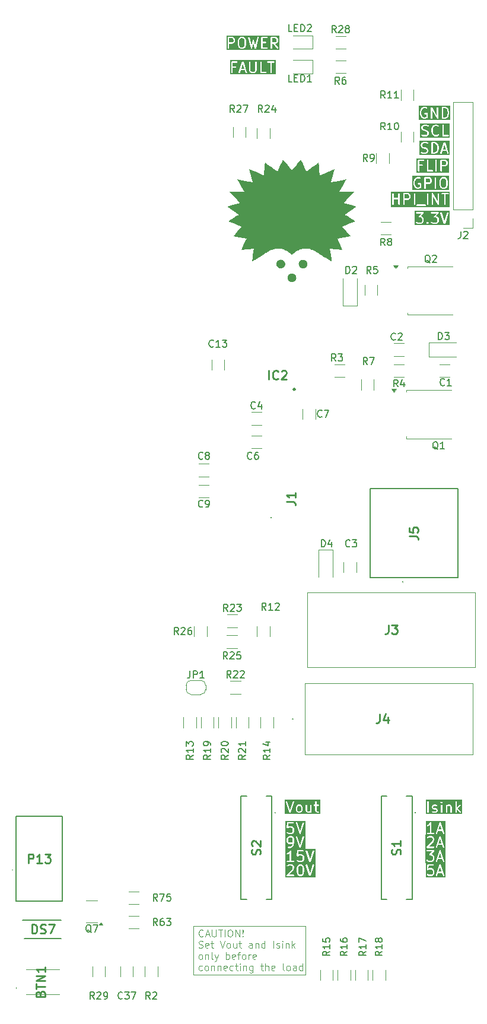
<source format=gbr>
%TF.GenerationSoftware,KiCad,Pcbnew,9.0.4*%
%TF.CreationDate,2025-10-31T13:00:26+01:00*%
%TF.ProjectId,Amperry_robot,416d7065-7272-4795-9f72-6f626f742e6b,rev?*%
%TF.SameCoordinates,Original*%
%TF.FileFunction,Legend,Top*%
%TF.FilePolarity,Positive*%
%FSLAX46Y46*%
G04 Gerber Fmt 4.6, Leading zero omitted, Abs format (unit mm)*
G04 Created by KiCad (PCBNEW 9.0.4) date 2025-10-31 13:00:26*
%MOMM*%
%LPD*%
G01*
G04 APERTURE LIST*
%ADD10C,0.100000*%
%ADD11C,0.000000*%
%ADD12C,0.200000*%
%ADD13C,0.150000*%
%ADD14C,0.254000*%
%ADD15C,0.120000*%
%ADD16C,0.250000*%
G04 APERTURE END LIST*
D10*
X64000000Y-143000000D02*
X64000000Y-136000000D01*
D11*
G36*
X63680103Y-41000000D02*
G01*
X63711975Y-41002368D01*
X63743382Y-41006268D01*
X63774287Y-41011662D01*
X63804650Y-41018510D01*
X63834430Y-41026775D01*
X63863590Y-41036417D01*
X63892089Y-41047399D01*
X63919888Y-41059681D01*
X63946947Y-41073225D01*
X63973228Y-41087993D01*
X63998690Y-41103947D01*
X64023294Y-41121046D01*
X64047002Y-41139254D01*
X64069773Y-41158532D01*
X64091567Y-41178840D01*
X64112347Y-41200141D01*
X64132071Y-41222396D01*
X64150701Y-41245566D01*
X64168197Y-41269614D01*
X64184521Y-41294499D01*
X64199631Y-41320185D01*
X64213490Y-41346632D01*
X64226057Y-41373802D01*
X64237294Y-41401656D01*
X64247160Y-41430156D01*
X64255616Y-41459263D01*
X64262624Y-41488939D01*
X64268142Y-41519145D01*
X64272133Y-41549843D01*
X64274557Y-41580994D01*
X64275373Y-41612559D01*
X64274557Y-41644108D01*
X64272133Y-41675243D01*
X64268142Y-41705926D01*
X64262624Y-41736119D01*
X64255616Y-41765782D01*
X64247160Y-41794878D01*
X64237294Y-41823368D01*
X64226057Y-41851213D01*
X64213490Y-41878374D01*
X64199631Y-41904813D01*
X64184521Y-41930492D01*
X64168197Y-41955372D01*
X64150701Y-41979414D01*
X64132071Y-42002580D01*
X64112347Y-42024831D01*
X64091567Y-42046129D01*
X64069773Y-42066434D01*
X64047002Y-42085709D01*
X64023294Y-42103915D01*
X63998690Y-42121014D01*
X63973228Y-42136966D01*
X63946947Y-42151733D01*
X63919888Y-42165277D01*
X63892089Y-42177559D01*
X63863590Y-42188541D01*
X63834430Y-42198183D01*
X63804650Y-42206448D01*
X63774287Y-42213297D01*
X63743382Y-42218691D01*
X63711975Y-42222591D01*
X63680103Y-42224960D01*
X63647808Y-42225758D01*
X63615496Y-42224960D01*
X63583607Y-42222591D01*
X63552182Y-42218691D01*
X63521260Y-42213297D01*
X63490881Y-42206448D01*
X63461083Y-42198183D01*
X63431907Y-42188541D01*
X63403391Y-42177559D01*
X63375576Y-42165277D01*
X63348501Y-42151733D01*
X63322205Y-42136966D01*
X63296728Y-42121014D01*
X63272109Y-42103915D01*
X63248387Y-42085709D01*
X63225603Y-42066434D01*
X63203795Y-42046129D01*
X63183003Y-42024831D01*
X63163266Y-42002580D01*
X63144624Y-41979414D01*
X63127117Y-41955372D01*
X63110784Y-41930492D01*
X63095663Y-41904813D01*
X63081796Y-41878374D01*
X63069221Y-41851213D01*
X63057977Y-41823368D01*
X63048105Y-41794878D01*
X63039643Y-41765782D01*
X63032631Y-41736119D01*
X63027109Y-41705926D01*
X63023115Y-41675243D01*
X63020690Y-41644108D01*
X63019873Y-41612559D01*
X63020690Y-41580994D01*
X63023115Y-41549843D01*
X63027109Y-41519145D01*
X63032631Y-41488939D01*
X63039643Y-41459263D01*
X63048105Y-41430156D01*
X63057977Y-41401656D01*
X63069221Y-41373802D01*
X63081796Y-41346632D01*
X63095663Y-41320185D01*
X63110784Y-41294499D01*
X63127117Y-41269614D01*
X63144624Y-41245566D01*
X63163266Y-41222396D01*
X63183003Y-41200141D01*
X63203795Y-41178840D01*
X63225603Y-41158532D01*
X63248387Y-41139254D01*
X63272109Y-41121046D01*
X63296728Y-41103947D01*
X63322205Y-41087993D01*
X63348501Y-41073225D01*
X63375576Y-41059681D01*
X63403391Y-41047399D01*
X63431907Y-41036417D01*
X63461083Y-41026775D01*
X63490881Y-41018510D01*
X63521260Y-41011662D01*
X63552182Y-41006268D01*
X63583607Y-41002368D01*
X63615496Y-41000000D01*
X63647808Y-40999202D01*
X63680103Y-41000000D01*
G37*
D10*
X48000000Y-136000000D02*
X48000000Y-143000000D01*
D11*
G36*
X63540792Y-27137218D02*
G01*
X63738498Y-27557231D01*
X63934502Y-27985628D01*
X64128504Y-28421768D01*
X64566763Y-28101310D01*
X65006497Y-27784084D01*
X65447798Y-27469802D01*
X65890761Y-27158176D01*
X65932638Y-27609323D01*
X65972636Y-28068388D01*
X66047051Y-29007656D01*
X67092521Y-28552198D01*
X68143370Y-28101604D01*
X67897278Y-29038524D01*
X67650928Y-29992721D01*
X68765769Y-29761597D01*
X69873666Y-29535336D01*
X69603800Y-29977157D01*
X69336469Y-30421323D01*
X69071400Y-30868013D01*
X68808321Y-31317410D01*
X69884755Y-31330451D01*
X70933428Y-31347440D01*
X70560086Y-31727807D01*
X70189201Y-32110700D01*
X69820409Y-32496219D01*
X69453348Y-32884458D01*
X70406775Y-33133956D01*
X71318291Y-33380896D01*
X70456857Y-33977815D01*
X69590959Y-34585094D01*
X69988098Y-34818322D01*
X70375220Y-35049470D01*
X70752454Y-35278447D01*
X71119933Y-35505156D01*
X70201950Y-35908853D01*
X69266684Y-36316658D01*
X69566578Y-36644783D01*
X69859001Y-36970672D01*
X70144607Y-37294582D01*
X70424053Y-37616768D01*
X69489106Y-37796563D01*
X68535033Y-37973797D01*
X68728116Y-38377777D01*
X68915967Y-38779837D01*
X69099233Y-39180488D01*
X69278565Y-39580241D01*
X67473340Y-39440303D01*
X67463390Y-39453956D01*
X67542397Y-39899144D01*
X67617445Y-40340902D01*
X67688761Y-40779460D01*
X67756575Y-41215049D01*
X67664942Y-41176210D01*
X67564120Y-41128192D01*
X67455821Y-41072366D01*
X67341754Y-41010101D01*
X67103162Y-40871731D01*
X66862025Y-40724038D01*
X66632029Y-40577979D01*
X66426855Y-40444510D01*
X66145712Y-40259161D01*
X65844335Y-40061578D01*
X65611113Y-39919791D01*
X65479026Y-39844946D01*
X65338585Y-39770057D01*
X65191264Y-39697066D01*
X65038537Y-39627914D01*
X64881876Y-39564545D01*
X64722756Y-39508901D01*
X64562649Y-39462924D01*
X64403029Y-39428555D01*
X64245370Y-39407738D01*
X64167736Y-39403019D01*
X64091144Y-39402415D01*
X63940837Y-39409408D01*
X63792840Y-39424223D01*
X63647361Y-39446647D01*
X63504606Y-39476466D01*
X63364783Y-39513467D01*
X63228099Y-39557438D01*
X63094762Y-39608164D01*
X62964978Y-39665434D01*
X62838955Y-39729033D01*
X62716901Y-39798750D01*
X62599022Y-39874370D01*
X62485526Y-39955680D01*
X62376621Y-40042468D01*
X62272512Y-40134520D01*
X62173408Y-40231623D01*
X62079517Y-40333564D01*
X62059277Y-40356608D01*
X62059277Y-40356952D01*
X62058059Y-40358487D01*
X62057874Y-40358302D01*
X62057689Y-40358487D01*
X62056313Y-40356952D01*
X62056313Y-40356608D01*
X62036231Y-40333564D01*
X61942309Y-40231623D01*
X61843182Y-40134520D01*
X61739057Y-40042468D01*
X61630141Y-39955680D01*
X61516638Y-39874370D01*
X61398756Y-39798750D01*
X61276700Y-39729033D01*
X61150678Y-39665434D01*
X61020894Y-39608164D01*
X60887555Y-39557438D01*
X60750868Y-39513467D01*
X60611038Y-39476466D01*
X60468272Y-39446647D01*
X60322776Y-39424223D01*
X60174756Y-39409408D01*
X60024419Y-39402415D01*
X59947844Y-39403019D01*
X59870225Y-39407738D01*
X59791748Y-39416332D01*
X59712594Y-39428555D01*
X59632950Y-39444167D01*
X59552999Y-39462924D01*
X59472926Y-39484583D01*
X59392914Y-39508901D01*
X59233812Y-39564545D01*
X59077166Y-39627914D01*
X58924451Y-39697066D01*
X58777140Y-39770057D01*
X58636707Y-39844946D01*
X58504625Y-39919791D01*
X58382368Y-39992649D01*
X58271410Y-40061578D01*
X57970035Y-40259161D01*
X57688823Y-40444510D01*
X57483640Y-40577979D01*
X57253640Y-40724038D01*
X57012499Y-40871731D01*
X56773893Y-41010101D01*
X56659814Y-41072366D01*
X56551497Y-41128192D01*
X56450652Y-41176210D01*
X56358988Y-41215049D01*
X56426909Y-40779460D01*
X56498281Y-40340902D01*
X56573349Y-39899144D01*
X56652358Y-39453956D01*
X56642409Y-39440303D01*
X54837186Y-39580241D01*
X55016518Y-39180488D01*
X55199761Y-38779837D01*
X55387552Y-38377777D01*
X55580530Y-37973797D01*
X54626550Y-37796563D01*
X53691683Y-37616768D01*
X53971139Y-37294582D01*
X54256751Y-36970672D01*
X54549174Y-36644783D01*
X54849061Y-36316658D01*
X53913734Y-35908853D01*
X52995825Y-35505156D01*
X53363300Y-35278447D01*
X53740533Y-35049470D01*
X54127654Y-34818322D01*
X54524793Y-34585094D01*
X53658834Y-33977815D01*
X52797458Y-33380896D01*
X53708971Y-33133956D01*
X54662392Y-32884458D01*
X54295260Y-32496219D01*
X53926459Y-32110700D01*
X53555562Y-31727807D01*
X53182144Y-31347440D01*
X54230886Y-31330451D01*
X55307261Y-31317410D01*
X55044201Y-30868013D01*
X54779191Y-30421323D01*
X54511922Y-29977157D01*
X54242083Y-29535336D01*
X55349976Y-29761597D01*
X56464821Y-29992721D01*
X56218471Y-29038524D01*
X55972378Y-28101604D01*
X57023227Y-28552198D01*
X58068699Y-29007656D01*
X58104896Y-28534718D01*
X58143010Y-28068388D01*
X58182995Y-27609323D01*
X58224803Y-27158176D01*
X58667806Y-27469802D01*
X59109169Y-27784084D01*
X59548960Y-28101310D01*
X59987245Y-28421768D01*
X60181244Y-27985628D01*
X60377231Y-27557231D01*
X60574889Y-27137218D01*
X60773904Y-26726228D01*
X61096394Y-27097872D01*
X61417788Y-27475931D01*
X61737842Y-27860230D01*
X62056313Y-28250593D01*
X62056313Y-28249911D01*
X62056503Y-28250166D01*
X62056695Y-28250420D01*
X62056888Y-28250669D01*
X62057084Y-28250913D01*
X62057280Y-28251149D01*
X62057478Y-28251375D01*
X62057676Y-28251589D01*
X62057775Y-28251691D01*
X62057874Y-28251789D01*
X62057974Y-28251691D01*
X62058072Y-28251589D01*
X62058171Y-28251483D01*
X62058268Y-28251375D01*
X62058365Y-28251263D01*
X62058460Y-28251149D01*
X62058553Y-28251032D01*
X62058645Y-28250913D01*
X62058734Y-28250792D01*
X62058821Y-28250669D01*
X62058905Y-28250545D01*
X62058987Y-28250420D01*
X62059065Y-28250293D01*
X62059139Y-28250166D01*
X62059210Y-28250038D01*
X62059277Y-28249911D01*
X62059277Y-28250593D01*
X62377759Y-27860230D01*
X62697852Y-27475931D01*
X63019259Y-27097872D01*
X63341686Y-26726228D01*
X63540792Y-27137218D01*
G37*
D10*
X48000000Y-143000000D02*
X64000000Y-143000000D01*
D11*
G36*
X62090039Y-42962971D02*
G01*
X62121913Y-42965340D01*
X62153323Y-42969240D01*
X62184229Y-42974633D01*
X62214594Y-42981482D01*
X62244376Y-42989746D01*
X62273537Y-42999389D01*
X62302038Y-43010370D01*
X62329838Y-43022652D01*
X62356899Y-43036197D01*
X62383180Y-43050965D01*
X62408644Y-43066918D01*
X62433249Y-43084018D01*
X62456957Y-43102225D01*
X62479729Y-43121503D01*
X62501524Y-43141811D01*
X62522304Y-43163112D01*
X62542029Y-43185367D01*
X62560659Y-43208537D01*
X62578156Y-43232584D01*
X62594480Y-43257470D01*
X62609591Y-43283155D01*
X62623450Y-43309602D01*
X62636017Y-43336772D01*
X62647254Y-43364626D01*
X62657120Y-43393126D01*
X62665576Y-43422233D01*
X62672584Y-43451908D01*
X62678103Y-43482114D01*
X62682093Y-43512812D01*
X62684517Y-43543962D01*
X62685333Y-43575528D01*
X62684517Y-43607079D01*
X62682093Y-43638216D01*
X62678103Y-43668901D01*
X62672584Y-43699096D01*
X62665576Y-43728761D01*
X62657120Y-43757858D01*
X62647254Y-43786348D01*
X62636017Y-43814193D01*
X62623450Y-43841355D01*
X62609591Y-43867795D01*
X62594480Y-43893474D01*
X62578156Y-43918353D01*
X62560659Y-43942395D01*
X62542029Y-43965560D01*
X62522304Y-43987811D01*
X62501524Y-44009108D01*
X62479729Y-44029413D01*
X62456957Y-44048687D01*
X62433249Y-44066892D01*
X62408644Y-44083990D01*
X62383180Y-44099941D01*
X62356899Y-44114708D01*
X62329838Y-44128251D01*
X62302038Y-44140532D01*
X62273537Y-44151513D01*
X62244376Y-44161154D01*
X62214594Y-44169419D01*
X62184229Y-44176267D01*
X62153323Y-44181660D01*
X62121913Y-44185560D01*
X62090039Y-44187928D01*
X62057742Y-44188726D01*
X62025429Y-44187928D01*
X61993541Y-44185560D01*
X61962116Y-44181660D01*
X61931194Y-44176267D01*
X61900814Y-44169419D01*
X61871017Y-44161154D01*
X61841841Y-44151513D01*
X61813325Y-44140532D01*
X61785510Y-44128251D01*
X61758435Y-44114708D01*
X61732139Y-44099941D01*
X61706661Y-44083990D01*
X61682042Y-44066892D01*
X61658321Y-44048687D01*
X61635536Y-44029413D01*
X61613728Y-44009108D01*
X61592936Y-43987811D01*
X61573199Y-43965560D01*
X61554558Y-43942395D01*
X61537050Y-43918353D01*
X61520717Y-43893474D01*
X61505596Y-43867795D01*
X61491729Y-43841355D01*
X61479154Y-43814193D01*
X61467910Y-43786348D01*
X61458038Y-43757858D01*
X61449576Y-43728761D01*
X61442564Y-43699096D01*
X61437041Y-43668901D01*
X61433048Y-43638216D01*
X61430623Y-43607079D01*
X61429806Y-43575528D01*
X61430623Y-43543962D01*
X61433048Y-43512812D01*
X61437041Y-43482114D01*
X61442564Y-43451908D01*
X61449576Y-43422233D01*
X61458038Y-43393126D01*
X61467910Y-43364626D01*
X61479154Y-43336772D01*
X61491729Y-43309602D01*
X61505596Y-43283155D01*
X61520717Y-43257470D01*
X61537050Y-43232584D01*
X61554558Y-43208537D01*
X61573199Y-43185367D01*
X61592936Y-43163112D01*
X61613728Y-43141811D01*
X61635536Y-43121503D01*
X61658321Y-43102225D01*
X61682042Y-43084018D01*
X61706661Y-43066918D01*
X61732139Y-43050965D01*
X61758435Y-43036197D01*
X61785510Y-43022652D01*
X61813325Y-43010370D01*
X61841841Y-42999389D01*
X61871017Y-42989746D01*
X61900814Y-42981482D01*
X61931194Y-42974633D01*
X61962116Y-42969240D01*
X61993541Y-42965340D01*
X62025429Y-42962971D01*
X62057742Y-42962173D01*
X62090039Y-42962971D01*
G37*
D10*
X64000000Y-136000000D02*
X48000000Y-136000000D01*
D11*
G36*
X60500000Y-41000000D02*
G01*
X60531873Y-41002368D01*
X60563283Y-41006268D01*
X60594190Y-41011662D01*
X60624554Y-41018510D01*
X60654336Y-41026775D01*
X60683498Y-41036417D01*
X60711998Y-41047399D01*
X60739798Y-41059681D01*
X60766859Y-41073225D01*
X60793141Y-41087993D01*
X60818604Y-41103947D01*
X60843209Y-41121046D01*
X60866917Y-41139254D01*
X60889689Y-41158532D01*
X60911484Y-41178840D01*
X60932264Y-41200141D01*
X60951989Y-41222396D01*
X60970620Y-41245566D01*
X60988116Y-41269614D01*
X61004440Y-41294499D01*
X61019551Y-41320185D01*
X61033410Y-41346632D01*
X61045977Y-41373802D01*
X61057214Y-41401656D01*
X61067080Y-41430156D01*
X61075537Y-41459263D01*
X61082544Y-41488939D01*
X61088063Y-41519145D01*
X61092054Y-41549843D01*
X61094477Y-41580994D01*
X61095294Y-41612559D01*
X61094477Y-41644108D01*
X61092054Y-41675243D01*
X61088063Y-41705926D01*
X61082544Y-41736119D01*
X61075537Y-41765782D01*
X61067080Y-41794878D01*
X61057214Y-41823368D01*
X61045977Y-41851213D01*
X61033410Y-41878374D01*
X61019551Y-41904813D01*
X61004440Y-41930492D01*
X60988116Y-41955372D01*
X60970620Y-41979414D01*
X60951989Y-42002580D01*
X60932264Y-42024831D01*
X60911484Y-42046129D01*
X60889689Y-42066434D01*
X60866917Y-42085709D01*
X60843209Y-42103915D01*
X60818604Y-42121014D01*
X60793141Y-42136966D01*
X60766859Y-42151733D01*
X60739798Y-42165277D01*
X60711998Y-42177559D01*
X60683498Y-42188541D01*
X60654336Y-42198183D01*
X60624554Y-42206448D01*
X60594190Y-42213297D01*
X60563283Y-42218691D01*
X60531873Y-42222591D01*
X60500000Y-42224960D01*
X60467702Y-42225758D01*
X60435373Y-42224960D01*
X60403470Y-42222591D01*
X60372033Y-42218691D01*
X60341101Y-42213297D01*
X60310713Y-42206448D01*
X60280908Y-42198183D01*
X60251726Y-42188541D01*
X60223207Y-42177559D01*
X60195390Y-42165277D01*
X60168313Y-42151733D01*
X60142017Y-42136966D01*
X60116540Y-42121014D01*
X60091923Y-42103915D01*
X60068204Y-42085709D01*
X60045423Y-42066434D01*
X60023619Y-42046129D01*
X60002831Y-42024831D01*
X59983100Y-42002580D01*
X59964463Y-41979414D01*
X59946962Y-41955372D01*
X59930634Y-41930492D01*
X59915519Y-41904813D01*
X59901658Y-41878374D01*
X59889088Y-41851213D01*
X59877849Y-41823368D01*
X59867982Y-41794878D01*
X59859524Y-41765782D01*
X59852516Y-41736119D01*
X59846997Y-41705926D01*
X59843006Y-41675243D01*
X59840583Y-41644108D01*
X59839766Y-41612559D01*
X59840583Y-41580994D01*
X59843006Y-41549843D01*
X59846997Y-41519145D01*
X59852516Y-41488939D01*
X59859524Y-41459263D01*
X59867982Y-41430156D01*
X59877849Y-41401656D01*
X59889088Y-41373802D01*
X59901658Y-41346632D01*
X59915519Y-41320185D01*
X59930634Y-41294499D01*
X59946962Y-41269614D01*
X59964463Y-41245566D01*
X59983100Y-41222396D01*
X60002831Y-41200141D01*
X60023619Y-41178840D01*
X60045423Y-41158532D01*
X60068204Y-41139254D01*
X60091923Y-41121046D01*
X60116540Y-41103947D01*
X60142017Y-41087993D01*
X60168313Y-41073225D01*
X60195390Y-41059681D01*
X60223207Y-41047399D01*
X60251726Y-41036417D01*
X60280908Y-41026775D01*
X60310713Y-41018510D01*
X60341101Y-41011662D01*
X60372033Y-41006268D01*
X60403470Y-41002368D01*
X60435373Y-41000000D01*
X60467702Y-40999202D01*
X60500000Y-41000000D01*
G37*
D12*
G36*
X84611745Y-36072695D02*
G01*
X79581117Y-36072695D01*
X79581117Y-34286519D01*
X79747784Y-34286519D01*
X79747784Y-34325537D01*
X79762716Y-34361585D01*
X79790306Y-34389175D01*
X79826354Y-34404107D01*
X79845863Y-34406028D01*
X80554058Y-34406028D01*
X80199177Y-34811607D01*
X80193147Y-34820040D01*
X80191288Y-34821900D01*
X80190557Y-34823663D01*
X80187776Y-34827554D01*
X80182571Y-34842942D01*
X80176356Y-34857948D01*
X80176356Y-34861321D01*
X80175276Y-34864515D01*
X80176356Y-34880717D01*
X80176356Y-34896966D01*
X80177646Y-34900081D01*
X80177871Y-34903447D01*
X80185071Y-34918007D01*
X80191288Y-34933014D01*
X80193672Y-34935398D01*
X80195168Y-34938422D01*
X80207393Y-34949119D01*
X80218878Y-34960604D01*
X80221992Y-34961894D01*
X80224532Y-34964116D01*
X80239920Y-34969320D01*
X80254926Y-34975536D01*
X80259685Y-34976004D01*
X80261493Y-34976616D01*
X80264117Y-34976441D01*
X80274435Y-34977457D01*
X80465113Y-34977457D01*
X80572342Y-35031071D01*
X80620819Y-35079547D01*
X80674435Y-35186778D01*
X80674435Y-35496706D01*
X80620819Y-35603937D01*
X80572342Y-35652413D01*
X80465113Y-35706028D01*
X80083756Y-35706028D01*
X79976528Y-35652414D01*
X79916574Y-35592460D01*
X79901420Y-35580024D01*
X79865372Y-35565092D01*
X79826354Y-35565092D01*
X79790306Y-35580024D01*
X79762716Y-35607614D01*
X79747784Y-35643662D01*
X79747784Y-35682680D01*
X79762716Y-35718728D01*
X79775152Y-35733882D01*
X79846581Y-35805311D01*
X79854251Y-35811605D01*
X79855981Y-35813600D01*
X79858988Y-35815493D01*
X79861735Y-35817747D01*
X79864174Y-35818757D01*
X79872571Y-35824043D01*
X80015428Y-35895471D01*
X80033737Y-35902477D01*
X80037319Y-35902731D01*
X80040640Y-35904107D01*
X80060149Y-35906028D01*
X80488720Y-35906028D01*
X80508229Y-35904107D01*
X80511549Y-35902731D01*
X80515132Y-35902477D01*
X80533441Y-35895471D01*
X80676299Y-35824043D01*
X80684695Y-35818757D01*
X80687136Y-35817747D01*
X80689881Y-35815493D01*
X80692890Y-35813600D01*
X80694622Y-35811602D01*
X80702289Y-35805310D01*
X80773717Y-35733881D01*
X80780009Y-35726214D01*
X80782006Y-35724483D01*
X80783899Y-35721474D01*
X80786154Y-35718728D01*
X80787164Y-35716287D01*
X80787917Y-35715091D01*
X81247784Y-35715091D01*
X81247784Y-35754109D01*
X81250067Y-35759620D01*
X81262716Y-35790158D01*
X81262720Y-35790162D01*
X81275152Y-35805311D01*
X81346580Y-35876738D01*
X81361733Y-35889175D01*
X81376665Y-35895359D01*
X81397782Y-35904107D01*
X81436799Y-35904107D01*
X81436800Y-35904107D01*
X81447357Y-35899733D01*
X81472848Y-35889176D01*
X81488001Y-35876739D01*
X81559430Y-35805311D01*
X81571867Y-35790158D01*
X81584516Y-35759620D01*
X81586799Y-35754109D01*
X81586799Y-35715091D01*
X81573374Y-35682680D01*
X81571868Y-35679043D01*
X81571862Y-35679037D01*
X81559431Y-35663889D01*
X81488002Y-35592460D01*
X81472853Y-35580028D01*
X81472848Y-35580023D01*
X81447357Y-35569465D01*
X81436800Y-35565092D01*
X81397782Y-35565092D01*
X81376665Y-35573839D01*
X81361733Y-35580024D01*
X81346580Y-35592461D01*
X81275152Y-35663890D01*
X81262715Y-35679043D01*
X81261209Y-35682680D01*
X81247784Y-35715091D01*
X80787917Y-35715091D01*
X80792449Y-35707893D01*
X80863878Y-35565036D01*
X80870884Y-35546727D01*
X80871138Y-35543143D01*
X80872514Y-35539823D01*
X80874435Y-35520314D01*
X80874435Y-35163171D01*
X80872514Y-35143662D01*
X80871138Y-35140341D01*
X80870884Y-35136758D01*
X80863878Y-35118449D01*
X80792449Y-34975592D01*
X80787164Y-34967197D01*
X80786154Y-34964757D01*
X80783899Y-34962010D01*
X80782006Y-34959002D01*
X80780009Y-34957270D01*
X80773717Y-34949604D01*
X80702289Y-34878175D01*
X80694622Y-34871882D01*
X80692890Y-34869885D01*
X80689881Y-34867991D01*
X80687136Y-34865738D01*
X80684695Y-34864727D01*
X80676299Y-34859442D01*
X80533441Y-34788014D01*
X80515132Y-34781008D01*
X80511549Y-34780753D01*
X80508229Y-34779378D01*
X80494328Y-34778009D01*
X80849692Y-34371879D01*
X80855721Y-34363445D01*
X80857582Y-34361585D01*
X80858312Y-34359820D01*
X80861093Y-34355932D01*
X80866296Y-34340548D01*
X80872514Y-34325537D01*
X80872514Y-34322163D01*
X80873594Y-34318970D01*
X80872514Y-34302773D01*
X80872514Y-34286519D01*
X81890641Y-34286519D01*
X81890641Y-34325537D01*
X81905573Y-34361585D01*
X81933163Y-34389175D01*
X81969211Y-34404107D01*
X81988720Y-34406028D01*
X82696915Y-34406028D01*
X82342034Y-34811607D01*
X82336004Y-34820040D01*
X82334145Y-34821900D01*
X82333414Y-34823663D01*
X82330633Y-34827554D01*
X82325428Y-34842942D01*
X82319213Y-34857948D01*
X82319213Y-34861321D01*
X82318133Y-34864515D01*
X82319213Y-34880717D01*
X82319213Y-34896966D01*
X82320503Y-34900081D01*
X82320728Y-34903447D01*
X82327928Y-34918007D01*
X82334145Y-34933014D01*
X82336529Y-34935398D01*
X82338025Y-34938422D01*
X82350250Y-34949119D01*
X82361735Y-34960604D01*
X82364849Y-34961894D01*
X82367389Y-34964116D01*
X82382777Y-34969320D01*
X82397783Y-34975536D01*
X82402542Y-34976004D01*
X82404350Y-34976616D01*
X82406974Y-34976441D01*
X82417292Y-34977457D01*
X82607970Y-34977457D01*
X82715199Y-35031071D01*
X82763676Y-35079547D01*
X82817292Y-35186778D01*
X82817292Y-35496706D01*
X82763676Y-35603937D01*
X82715199Y-35652413D01*
X82607970Y-35706028D01*
X82226613Y-35706028D01*
X82119385Y-35652414D01*
X82059431Y-35592460D01*
X82044277Y-35580024D01*
X82008229Y-35565092D01*
X81969211Y-35565092D01*
X81933163Y-35580024D01*
X81905573Y-35607614D01*
X81890641Y-35643662D01*
X81890641Y-35682680D01*
X81905573Y-35718728D01*
X81918009Y-35733882D01*
X81989438Y-35805311D01*
X81997108Y-35811605D01*
X81998838Y-35813600D01*
X82001845Y-35815493D01*
X82004592Y-35817747D01*
X82007031Y-35818757D01*
X82015428Y-35824043D01*
X82158285Y-35895471D01*
X82176594Y-35902477D01*
X82180176Y-35902731D01*
X82183497Y-35904107D01*
X82203006Y-35906028D01*
X82631577Y-35906028D01*
X82651086Y-35904107D01*
X82654406Y-35902731D01*
X82657989Y-35902477D01*
X82676298Y-35895471D01*
X82819156Y-35824043D01*
X82827552Y-35818757D01*
X82829993Y-35817747D01*
X82832738Y-35815493D01*
X82835747Y-35813600D01*
X82837479Y-35811602D01*
X82845146Y-35805310D01*
X82916574Y-35733881D01*
X82922866Y-35726214D01*
X82924863Y-35724483D01*
X82926756Y-35721474D01*
X82929011Y-35718728D01*
X82930021Y-35716287D01*
X82935306Y-35707893D01*
X83006735Y-35565036D01*
X83013741Y-35546727D01*
X83013995Y-35543143D01*
X83015371Y-35539823D01*
X83017292Y-35520314D01*
X83017292Y-35163171D01*
X83015371Y-35143662D01*
X83013995Y-35140341D01*
X83013741Y-35136758D01*
X83006735Y-35118449D01*
X82935306Y-34975592D01*
X82930021Y-34967197D01*
X82929011Y-34964757D01*
X82926756Y-34962010D01*
X82924863Y-34959002D01*
X82922866Y-34957270D01*
X82916574Y-34949604D01*
X82845146Y-34878175D01*
X82837479Y-34871882D01*
X82835747Y-34869885D01*
X82832738Y-34867991D01*
X82829993Y-34865738D01*
X82827552Y-34864727D01*
X82819156Y-34859442D01*
X82676298Y-34788014D01*
X82657989Y-34781008D01*
X82654406Y-34780753D01*
X82651086Y-34779378D01*
X82637185Y-34778009D01*
X82992549Y-34371879D01*
X82998578Y-34363445D01*
X83000439Y-34361585D01*
X83001169Y-34359820D01*
X83003950Y-34355932D01*
X83009153Y-34340548D01*
X83015371Y-34325537D01*
X83015371Y-34322163D01*
X83016451Y-34318970D01*
X83016422Y-34318535D01*
X83246648Y-34318535D01*
X83250995Y-34337651D01*
X83750995Y-35837651D01*
X83758986Y-35855551D01*
X83763669Y-35860950D01*
X83766864Y-35867340D01*
X83776336Y-35875555D01*
X83784552Y-35885028D01*
X83790941Y-35888222D01*
X83796340Y-35892905D01*
X83808236Y-35896870D01*
X83819450Y-35902477D01*
X83826577Y-35902983D01*
X83833356Y-35905243D01*
X83845863Y-35904354D01*
X83858370Y-35905243D01*
X83865148Y-35902983D01*
X83872276Y-35902477D01*
X83883488Y-35896870D01*
X83895386Y-35892905D01*
X83900785Y-35888221D01*
X83907175Y-35885027D01*
X83915390Y-35875555D01*
X83924862Y-35867340D01*
X83928056Y-35860950D01*
X83932740Y-35855551D01*
X83940731Y-35837651D01*
X84440731Y-34337651D01*
X84445078Y-34318535D01*
X84442312Y-34279615D01*
X84424862Y-34244716D01*
X84395386Y-34219151D01*
X84358370Y-34206813D01*
X84319450Y-34209579D01*
X84284552Y-34227028D01*
X84258986Y-34256505D01*
X84250995Y-34274405D01*
X83845863Y-35489801D01*
X83440731Y-34274405D01*
X83432740Y-34256505D01*
X83407175Y-34227029D01*
X83372276Y-34209579D01*
X83333356Y-34206813D01*
X83296340Y-34219151D01*
X83266864Y-34244716D01*
X83249414Y-34279615D01*
X83246648Y-34318535D01*
X83016422Y-34318535D01*
X83015371Y-34302773D01*
X83015371Y-34286519D01*
X83014079Y-34283400D01*
X83013855Y-34280038D01*
X83006658Y-34265484D01*
X83000439Y-34250471D01*
X82998053Y-34248085D01*
X82996559Y-34245063D01*
X82984336Y-34234368D01*
X82972849Y-34222881D01*
X82969732Y-34221589D01*
X82967195Y-34219370D01*
X82951816Y-34214168D01*
X82936801Y-34207949D01*
X82932040Y-34207480D01*
X82930233Y-34206869D01*
X82927609Y-34207043D01*
X82917292Y-34206028D01*
X81988720Y-34206028D01*
X81969211Y-34207949D01*
X81933163Y-34222881D01*
X81905573Y-34250471D01*
X81890641Y-34286519D01*
X80872514Y-34286519D01*
X80871222Y-34283400D01*
X80870998Y-34280038D01*
X80863801Y-34265484D01*
X80857582Y-34250471D01*
X80855196Y-34248085D01*
X80853702Y-34245063D01*
X80841479Y-34234368D01*
X80829992Y-34222881D01*
X80826875Y-34221589D01*
X80824338Y-34219370D01*
X80808959Y-34214168D01*
X80793944Y-34207949D01*
X80789183Y-34207480D01*
X80787376Y-34206869D01*
X80784752Y-34207043D01*
X80774435Y-34206028D01*
X79845863Y-34206028D01*
X79826354Y-34207949D01*
X79790306Y-34222881D01*
X79762716Y-34250471D01*
X79747784Y-34286519D01*
X79581117Y-34286519D01*
X79581117Y-34039361D01*
X84611745Y-34039361D01*
X84611745Y-36072695D01*
G37*
G36*
X84000914Y-26959644D02*
G01*
X84049391Y-27008120D01*
X84103005Y-27115348D01*
X84103005Y-27282421D01*
X84049391Y-27389648D01*
X84000911Y-27438128D01*
X83893684Y-27491742D01*
X83445862Y-27491742D01*
X83445862Y-26906028D01*
X83893683Y-26906028D01*
X84000914Y-26959644D01*
G37*
G36*
X84469672Y-28572695D02*
G01*
X79864909Y-28572695D01*
X79864909Y-26806028D01*
X80031576Y-26806028D01*
X80031576Y-28306028D01*
X80033497Y-28325537D01*
X80048429Y-28361585D01*
X80076019Y-28389175D01*
X80112067Y-28404107D01*
X80151085Y-28404107D01*
X80187133Y-28389175D01*
X80214723Y-28361585D01*
X80229655Y-28325537D01*
X80231576Y-28306028D01*
X80231576Y-27620314D01*
X80631576Y-27620314D01*
X80651085Y-27618393D01*
X80687133Y-27603461D01*
X80714723Y-27575871D01*
X80729655Y-27539823D01*
X80729655Y-27500805D01*
X80714723Y-27464757D01*
X80687133Y-27437167D01*
X80651085Y-27422235D01*
X80631576Y-27420314D01*
X80231576Y-27420314D01*
X80231576Y-26906028D01*
X80845862Y-26906028D01*
X80865371Y-26904107D01*
X80901419Y-26889175D01*
X80929009Y-26861585D01*
X80943941Y-26825537D01*
X80943941Y-26806028D01*
X81317290Y-26806028D01*
X81317290Y-28306028D01*
X81319211Y-28325537D01*
X81334143Y-28361585D01*
X81361733Y-28389175D01*
X81397781Y-28404107D01*
X81417290Y-28406028D01*
X82131576Y-28406028D01*
X82151085Y-28404107D01*
X82187133Y-28389175D01*
X82214723Y-28361585D01*
X82229655Y-28325537D01*
X82229655Y-28286519D01*
X82214723Y-28250471D01*
X82187133Y-28222881D01*
X82151085Y-28207949D01*
X82131576Y-28206028D01*
X81517290Y-28206028D01*
X81517290Y-26806028D01*
X82531576Y-26806028D01*
X82531576Y-28306028D01*
X82533497Y-28325537D01*
X82548429Y-28361585D01*
X82576019Y-28389175D01*
X82612067Y-28404107D01*
X82651085Y-28404107D01*
X82687133Y-28389175D01*
X82714723Y-28361585D01*
X82729655Y-28325537D01*
X82731576Y-28306028D01*
X82731576Y-26806028D01*
X83245862Y-26806028D01*
X83245862Y-28306028D01*
X83247783Y-28325537D01*
X83262715Y-28361585D01*
X83290305Y-28389175D01*
X83326353Y-28404107D01*
X83365371Y-28404107D01*
X83401419Y-28389175D01*
X83429009Y-28361585D01*
X83443941Y-28325537D01*
X83445862Y-28306028D01*
X83445862Y-27691742D01*
X83917291Y-27691742D01*
X83936800Y-27689821D01*
X83940120Y-27688445D01*
X83943704Y-27688191D01*
X83962012Y-27681185D01*
X84104869Y-27609757D01*
X84113267Y-27604470D01*
X84115705Y-27603461D01*
X84118448Y-27601209D01*
X84121460Y-27599314D01*
X84123192Y-27597316D01*
X84130859Y-27591025D01*
X84202288Y-27519596D01*
X84208582Y-27511925D01*
X84210577Y-27510196D01*
X84212470Y-27507188D01*
X84214724Y-27504442D01*
X84215734Y-27502002D01*
X84221020Y-27493606D01*
X84292448Y-27350749D01*
X84299454Y-27332440D01*
X84299708Y-27328857D01*
X84301084Y-27325537D01*
X84303005Y-27306028D01*
X84303005Y-27091742D01*
X84301084Y-27072233D01*
X84299708Y-27068912D01*
X84299454Y-27065330D01*
X84292448Y-27047021D01*
X84221020Y-26904164D01*
X84215735Y-26895768D01*
X84214724Y-26893327D01*
X84212468Y-26890579D01*
X84210577Y-26887574D01*
X84208582Y-26885843D01*
X84202287Y-26878174D01*
X84130858Y-26806746D01*
X84123191Y-26800453D01*
X84121460Y-26798457D01*
X84118452Y-26796563D01*
X84115705Y-26794309D01*
X84113263Y-26793297D01*
X84104869Y-26788014D01*
X83962013Y-26716585D01*
X83943704Y-26709579D01*
X83940120Y-26709324D01*
X83936800Y-26707949D01*
X83917291Y-26706028D01*
X83345862Y-26706028D01*
X83326353Y-26707949D01*
X83290305Y-26722881D01*
X83262715Y-26750471D01*
X83247783Y-26786519D01*
X83245862Y-26806028D01*
X82731576Y-26806028D01*
X82729655Y-26786519D01*
X82714723Y-26750471D01*
X82687133Y-26722881D01*
X82651085Y-26707949D01*
X82612067Y-26707949D01*
X82576019Y-26722881D01*
X82548429Y-26750471D01*
X82533497Y-26786519D01*
X82531576Y-26806028D01*
X81517290Y-26806028D01*
X81515369Y-26786519D01*
X81500437Y-26750471D01*
X81472847Y-26722881D01*
X81436799Y-26707949D01*
X81397781Y-26707949D01*
X81361733Y-26722881D01*
X81334143Y-26750471D01*
X81319211Y-26786519D01*
X81317290Y-26806028D01*
X80943941Y-26806028D01*
X80943941Y-26786519D01*
X80929009Y-26750471D01*
X80901419Y-26722881D01*
X80865371Y-26707949D01*
X80845862Y-26706028D01*
X80131576Y-26706028D01*
X80112067Y-26707949D01*
X80076019Y-26722881D01*
X80048429Y-26750471D01*
X80033497Y-26786519D01*
X80031576Y-26806028D01*
X79864909Y-26806028D01*
X79864909Y-26539361D01*
X84469672Y-26539361D01*
X84469672Y-28572695D01*
G37*
G36*
X82577557Y-24464859D02*
G01*
X82692247Y-24579548D01*
X82751512Y-24698076D01*
X82817291Y-24961193D01*
X82817291Y-25150862D01*
X82751512Y-25413979D01*
X82692247Y-25532507D01*
X82577558Y-25647196D01*
X82401064Y-25706028D01*
X82160148Y-25706028D01*
X82160148Y-24406028D01*
X82401064Y-24406028D01*
X82577557Y-24464859D01*
G37*
G36*
X84064264Y-25277457D02*
G01*
X83627462Y-25277457D01*
X83845863Y-24622255D01*
X84064264Y-25277457D01*
G37*
G36*
X84611745Y-26072695D02*
G01*
X80293482Y-26072695D01*
X80293482Y-24591742D01*
X80460149Y-24591742D01*
X80460149Y-24734600D01*
X80462070Y-24754109D01*
X80463445Y-24757429D01*
X80463700Y-24761013D01*
X80470706Y-24779321D01*
X80542134Y-24922178D01*
X80547419Y-24930574D01*
X80548430Y-24933015D01*
X80550683Y-24935760D01*
X80552577Y-24938769D01*
X80554574Y-24940501D01*
X80560867Y-24948168D01*
X80632296Y-25019596D01*
X80639962Y-25025888D01*
X80641694Y-25027885D01*
X80644702Y-25029778D01*
X80647449Y-25032033D01*
X80649889Y-25033043D01*
X80658284Y-25038328D01*
X80801141Y-25109757D01*
X80802569Y-25110303D01*
X80803149Y-25110733D01*
X80811309Y-25113648D01*
X80819450Y-25116763D01*
X80820172Y-25116814D01*
X80821610Y-25117328D01*
X81096673Y-25186093D01*
X81215199Y-25245356D01*
X81263676Y-25293833D01*
X81317292Y-25401064D01*
X81317292Y-25496706D01*
X81263676Y-25603937D01*
X81215199Y-25652413D01*
X81107970Y-25706028D01*
X80790661Y-25706028D01*
X80591772Y-25639732D01*
X80572656Y-25635385D01*
X80533736Y-25638151D01*
X80498837Y-25655601D01*
X80473272Y-25685077D01*
X80460934Y-25722093D01*
X80463700Y-25761013D01*
X80481150Y-25795912D01*
X80510626Y-25821477D01*
X80528526Y-25829468D01*
X80742812Y-25900896D01*
X80752483Y-25903095D01*
X80754926Y-25904107D01*
X80758464Y-25904455D01*
X80761928Y-25905243D01*
X80764561Y-25905055D01*
X80774435Y-25906028D01*
X81131577Y-25906028D01*
X81151086Y-25904107D01*
X81154406Y-25902731D01*
X81157989Y-25902477D01*
X81176298Y-25895471D01*
X81319156Y-25824043D01*
X81327552Y-25818757D01*
X81329993Y-25817747D01*
X81332738Y-25815493D01*
X81335747Y-25813600D01*
X81337479Y-25811602D01*
X81345146Y-25805310D01*
X81416574Y-25733881D01*
X81422866Y-25726214D01*
X81424863Y-25724483D01*
X81426756Y-25721474D01*
X81429011Y-25718728D01*
X81430021Y-25716287D01*
X81435306Y-25707893D01*
X81506735Y-25565036D01*
X81513741Y-25546727D01*
X81513995Y-25543143D01*
X81515371Y-25539823D01*
X81517292Y-25520314D01*
X81517292Y-25377457D01*
X81515371Y-25357948D01*
X81513995Y-25354627D01*
X81513741Y-25351044D01*
X81506735Y-25332735D01*
X81435306Y-25189878D01*
X81430021Y-25181483D01*
X81429011Y-25179043D01*
X81426756Y-25176296D01*
X81424863Y-25173288D01*
X81422866Y-25171556D01*
X81416574Y-25163890D01*
X81345146Y-25092461D01*
X81337479Y-25086168D01*
X81335747Y-25084171D01*
X81332738Y-25082277D01*
X81329993Y-25080024D01*
X81327552Y-25079013D01*
X81319156Y-25073728D01*
X81176298Y-25002299D01*
X81174871Y-25001753D01*
X81174291Y-25001323D01*
X81166114Y-24998401D01*
X81157990Y-24995293D01*
X81157267Y-24995241D01*
X81155830Y-24994728D01*
X80880768Y-24925963D01*
X80762239Y-24866698D01*
X80713762Y-24818221D01*
X80660149Y-24710993D01*
X80660149Y-24615348D01*
X80713762Y-24508120D01*
X80762239Y-24459643D01*
X80869470Y-24406028D01*
X81186779Y-24406028D01*
X81385669Y-24472325D01*
X81404784Y-24476672D01*
X81443704Y-24473906D01*
X81478603Y-24456456D01*
X81504168Y-24426980D01*
X81516507Y-24389964D01*
X81513741Y-24351044D01*
X81496291Y-24316145D01*
X81484626Y-24306028D01*
X81960148Y-24306028D01*
X81960148Y-25806028D01*
X81962069Y-25825537D01*
X81977001Y-25861585D01*
X82004591Y-25889175D01*
X82040639Y-25904107D01*
X82060148Y-25906028D01*
X82417291Y-25906028D01*
X82427164Y-25905055D01*
X82429798Y-25905243D01*
X82433261Y-25904455D01*
X82436800Y-25904107D01*
X82439242Y-25903095D01*
X82448914Y-25900896D01*
X82663199Y-25829468D01*
X82681100Y-25821477D01*
X82683815Y-25819121D01*
X82687135Y-25817747D01*
X82702288Y-25805310D01*
X82714077Y-25793521D01*
X83246648Y-25793521D01*
X83249414Y-25832441D01*
X83266864Y-25867340D01*
X83296340Y-25892905D01*
X83333356Y-25905243D01*
X83372276Y-25902477D01*
X83407175Y-25885027D01*
X83432740Y-25855551D01*
X83440731Y-25837651D01*
X83560796Y-25477457D01*
X84130930Y-25477457D01*
X84250995Y-25837651D01*
X84258986Y-25855551D01*
X84284552Y-25885028D01*
X84319450Y-25902477D01*
X84358370Y-25905243D01*
X84395386Y-25892905D01*
X84424862Y-25867340D01*
X84442312Y-25832441D01*
X84445078Y-25793521D01*
X84440731Y-25774405D01*
X83940731Y-24274405D01*
X83932740Y-24256505D01*
X83928056Y-24251105D01*
X83924862Y-24244716D01*
X83915390Y-24236500D01*
X83907175Y-24227029D01*
X83900785Y-24223834D01*
X83895386Y-24219151D01*
X83883488Y-24215185D01*
X83872276Y-24209579D01*
X83865148Y-24209072D01*
X83858370Y-24206813D01*
X83845863Y-24207701D01*
X83833356Y-24206813D01*
X83826577Y-24209072D01*
X83819450Y-24209579D01*
X83808236Y-24215185D01*
X83796340Y-24219151D01*
X83790941Y-24223833D01*
X83784552Y-24227028D01*
X83776336Y-24236500D01*
X83766864Y-24244716D01*
X83763669Y-24251105D01*
X83758986Y-24256505D01*
X83750995Y-24274405D01*
X83250995Y-25774405D01*
X83246648Y-25793521D01*
X82714077Y-25793521D01*
X82845145Y-25662452D01*
X82851435Y-25654787D01*
X82853434Y-25653054D01*
X82855330Y-25650041D01*
X82857581Y-25647299D01*
X82858590Y-25644862D01*
X82863877Y-25636464D01*
X82935306Y-25493607D01*
X82935852Y-25492178D01*
X82936282Y-25491599D01*
X82939200Y-25483428D01*
X82942312Y-25475298D01*
X82942363Y-25474575D01*
X82942877Y-25473138D01*
X83014305Y-25187425D01*
X83014805Y-25184043D01*
X83015370Y-25182680D01*
X83016093Y-25175329D01*
X83017173Y-25168032D01*
X83016955Y-25166573D01*
X83017291Y-25163171D01*
X83017291Y-24948885D01*
X83016955Y-24945482D01*
X83017173Y-24944024D01*
X83016093Y-24936726D01*
X83015370Y-24929376D01*
X83014805Y-24928012D01*
X83014305Y-24924631D01*
X82942877Y-24638918D01*
X82942363Y-24637480D01*
X82942312Y-24636758D01*
X82939200Y-24628627D01*
X82936282Y-24620457D01*
X82935852Y-24619877D01*
X82935306Y-24618449D01*
X82863877Y-24475592D01*
X82858591Y-24467194D01*
X82857581Y-24464756D01*
X82855328Y-24462011D01*
X82853434Y-24459002D01*
X82851436Y-24457269D01*
X82845144Y-24449603D01*
X82702288Y-24306746D01*
X82687134Y-24294310D01*
X82683815Y-24292935D01*
X82681100Y-24290580D01*
X82663200Y-24282589D01*
X82448914Y-24211160D01*
X82439241Y-24208960D01*
X82436800Y-24207949D01*
X82433262Y-24207600D01*
X82429799Y-24206813D01*
X82427164Y-24207000D01*
X82417291Y-24206028D01*
X82060148Y-24206028D01*
X82040639Y-24207949D01*
X82004591Y-24222881D01*
X81977001Y-24250471D01*
X81962069Y-24286519D01*
X81960148Y-24306028D01*
X81484626Y-24306028D01*
X81466815Y-24290580D01*
X81448915Y-24282589D01*
X81234629Y-24211160D01*
X81224956Y-24208960D01*
X81222515Y-24207949D01*
X81218977Y-24207600D01*
X81215514Y-24206813D01*
X81212879Y-24207000D01*
X81203006Y-24206028D01*
X80845863Y-24206028D01*
X80826354Y-24207949D01*
X80823033Y-24209324D01*
X80819450Y-24209579D01*
X80801141Y-24216585D01*
X80658284Y-24288014D01*
X80649889Y-24293298D01*
X80647449Y-24294309D01*
X80644702Y-24296563D01*
X80641694Y-24298457D01*
X80639962Y-24300453D01*
X80632296Y-24306746D01*
X80560867Y-24378174D01*
X80554574Y-24385840D01*
X80552577Y-24387573D01*
X80550683Y-24390581D01*
X80548430Y-24393327D01*
X80547419Y-24395767D01*
X80542134Y-24404164D01*
X80470706Y-24547021D01*
X80463700Y-24565329D01*
X80463445Y-24568912D01*
X80462070Y-24572233D01*
X80460149Y-24591742D01*
X80293482Y-24591742D01*
X80293482Y-24039361D01*
X84611745Y-24039361D01*
X84611745Y-26072695D01*
G37*
G36*
X65397459Y-127072695D02*
G01*
X61151410Y-127072695D01*
X61151410Y-125722093D01*
X61318077Y-125722093D01*
X61320843Y-125761013D01*
X61338292Y-125795912D01*
X61367769Y-125821476D01*
X61404785Y-125833815D01*
X61443705Y-125831049D01*
X61462014Y-125824043D01*
X61604870Y-125752614D01*
X61613268Y-125747327D01*
X61615706Y-125746318D01*
X61618449Y-125744066D01*
X61621461Y-125742171D01*
X61623193Y-125740173D01*
X61630860Y-125733882D01*
X61745863Y-125618878D01*
X61745863Y-126706028D01*
X61417292Y-126706028D01*
X61397783Y-126707949D01*
X61361735Y-126722881D01*
X61334145Y-126750471D01*
X61319213Y-126786519D01*
X61319213Y-126825537D01*
X61334145Y-126861585D01*
X61361735Y-126889175D01*
X61397783Y-126904107D01*
X61417292Y-126906028D01*
X62274435Y-126906028D01*
X62293944Y-126904107D01*
X62329992Y-126889175D01*
X62357582Y-126861585D01*
X62372514Y-126825537D01*
X62372514Y-126786519D01*
X62357582Y-126750471D01*
X62329992Y-126722881D01*
X62293944Y-126707949D01*
X62274435Y-126706028D01*
X61945863Y-126706028D01*
X61945863Y-126029967D01*
X62746330Y-126029967D01*
X62747784Y-126034788D01*
X62747785Y-126039824D01*
X62753379Y-126053330D01*
X62757601Y-126067322D01*
X62760788Y-126071217D01*
X62762716Y-126075872D01*
X62773056Y-126086212D01*
X62782308Y-126097520D01*
X62786743Y-126099899D01*
X62790306Y-126103462D01*
X62803814Y-126109057D01*
X62816692Y-126115965D01*
X62821702Y-126116465D01*
X62826355Y-126118393D01*
X62840970Y-126118392D01*
X62855516Y-126119847D01*
X62860337Y-126118392D01*
X62865373Y-126118392D01*
X62878879Y-126112797D01*
X62892871Y-126108576D01*
X62896766Y-126105388D01*
X62901421Y-126103461D01*
X62916574Y-126091024D01*
X62976526Y-126031071D01*
X63083756Y-125977457D01*
X63393684Y-125977457D01*
X63500913Y-126031071D01*
X63549390Y-126079547D01*
X63603006Y-126186778D01*
X63603006Y-126496706D01*
X63549390Y-126603937D01*
X63500913Y-126652413D01*
X63393684Y-126706028D01*
X63083756Y-126706028D01*
X62976526Y-126652413D01*
X62916574Y-126592461D01*
X62901421Y-126580024D01*
X62865373Y-126565093D01*
X62826355Y-126565092D01*
X62790306Y-126580023D01*
X62762716Y-126607613D01*
X62747785Y-126643661D01*
X62747784Y-126682679D01*
X62762715Y-126718728D01*
X62775152Y-126733881D01*
X62846580Y-126805310D01*
X62854249Y-126811604D01*
X62855980Y-126813600D01*
X62858985Y-126815491D01*
X62861733Y-126817747D01*
X62864174Y-126818758D01*
X62872570Y-126824043D01*
X63015428Y-126895471D01*
X63033737Y-126902478D01*
X63037322Y-126902732D01*
X63040640Y-126904107D01*
X63060149Y-126906028D01*
X63417291Y-126906028D01*
X63436800Y-126904107D01*
X63440120Y-126902731D01*
X63443703Y-126902477D01*
X63462012Y-126895471D01*
X63604870Y-126824043D01*
X63613266Y-126818757D01*
X63615707Y-126817747D01*
X63618452Y-126815493D01*
X63621461Y-126813600D01*
X63623193Y-126811602D01*
X63630860Y-126805310D01*
X63702288Y-126733881D01*
X63708580Y-126726214D01*
X63710577Y-126724483D01*
X63712470Y-126721474D01*
X63714725Y-126718728D01*
X63715735Y-126716287D01*
X63721020Y-126707893D01*
X63792449Y-126565036D01*
X63799455Y-126546727D01*
X63799709Y-126543143D01*
X63801085Y-126539823D01*
X63803006Y-126520314D01*
X63803006Y-126163171D01*
X63801085Y-126143662D01*
X63799709Y-126140341D01*
X63799455Y-126136758D01*
X63792449Y-126118449D01*
X63721020Y-125975592D01*
X63715735Y-125967197D01*
X63714725Y-125964757D01*
X63712470Y-125962010D01*
X63710577Y-125959002D01*
X63708580Y-125957270D01*
X63702288Y-125949604D01*
X63630860Y-125878175D01*
X63623193Y-125871882D01*
X63621461Y-125869885D01*
X63618452Y-125867991D01*
X63615707Y-125865738D01*
X63613266Y-125864727D01*
X63604870Y-125859442D01*
X63462012Y-125788014D01*
X63443703Y-125781008D01*
X63440120Y-125780753D01*
X63436800Y-125779378D01*
X63417291Y-125777457D01*
X63060149Y-125777457D01*
X63040640Y-125779378D01*
X63037322Y-125780752D01*
X63033737Y-125781007D01*
X63015428Y-125788014D01*
X62967179Y-125812137D01*
X63007790Y-125406028D01*
X63631577Y-125406028D01*
X63651086Y-125404107D01*
X63687134Y-125389175D01*
X63714724Y-125361585D01*
X63729656Y-125325537D01*
X63729656Y-125318535D01*
X64032362Y-125318535D01*
X64036709Y-125337651D01*
X64536709Y-126837651D01*
X64544700Y-126855551D01*
X64549383Y-126860950D01*
X64552578Y-126867340D01*
X64562050Y-126875555D01*
X64570266Y-126885028D01*
X64576655Y-126888222D01*
X64582054Y-126892905D01*
X64593950Y-126896870D01*
X64605164Y-126902477D01*
X64612291Y-126902983D01*
X64619070Y-126905243D01*
X64631577Y-126904354D01*
X64644084Y-126905243D01*
X64650862Y-126902983D01*
X64657990Y-126902477D01*
X64669202Y-126896870D01*
X64681100Y-126892905D01*
X64686499Y-126888221D01*
X64692889Y-126885027D01*
X64701104Y-126875555D01*
X64710576Y-126867340D01*
X64713770Y-126860950D01*
X64718454Y-126855551D01*
X64726445Y-126837651D01*
X65226445Y-125337651D01*
X65230792Y-125318535D01*
X65228026Y-125279615D01*
X65210576Y-125244716D01*
X65181100Y-125219151D01*
X65144084Y-125206813D01*
X65105164Y-125209579D01*
X65070266Y-125227028D01*
X65044700Y-125256505D01*
X65036709Y-125274405D01*
X64631577Y-126489801D01*
X64226445Y-125274405D01*
X64218454Y-125256505D01*
X64192889Y-125227029D01*
X64157990Y-125209579D01*
X64119070Y-125206813D01*
X64082054Y-125219151D01*
X64052578Y-125244716D01*
X64035128Y-125279615D01*
X64032362Y-125318535D01*
X63729656Y-125318535D01*
X63729656Y-125286519D01*
X63714724Y-125250471D01*
X63687134Y-125222881D01*
X63651086Y-125207949D01*
X63631577Y-125206028D01*
X62917291Y-125206028D01*
X62910074Y-125206738D01*
X62907638Y-125206495D01*
X62905259Y-125207212D01*
X62897782Y-125207949D01*
X62884272Y-125213545D01*
X62870283Y-125217766D01*
X62866387Y-125220953D01*
X62861734Y-125222881D01*
X62851394Y-125233220D01*
X62840085Y-125242474D01*
X62837705Y-125246909D01*
X62834144Y-125250471D01*
X62828549Y-125263977D01*
X62821640Y-125276857D01*
X62820163Y-125284221D01*
X62819212Y-125286519D01*
X62819212Y-125288969D01*
X62817787Y-125296078D01*
X62746359Y-126010364D01*
X62746330Y-126029967D01*
X61945863Y-126029967D01*
X61945863Y-125306028D01*
X61945856Y-125305957D01*
X61945863Y-125305923D01*
X61945842Y-125305821D01*
X61943942Y-125286519D01*
X61940152Y-125277370D01*
X61938211Y-125267663D01*
X61932759Y-125259522D01*
X61929010Y-125250471D01*
X61922010Y-125243471D01*
X61916500Y-125235243D01*
X61908345Y-125229806D01*
X61901420Y-125222881D01*
X61892276Y-125219093D01*
X61884035Y-125213599D01*
X61874421Y-125211697D01*
X61865372Y-125207949D01*
X61855471Y-125207949D01*
X61845759Y-125206028D01*
X61836154Y-125207949D01*
X61826354Y-125207949D01*
X61817205Y-125211738D01*
X61807498Y-125213680D01*
X61799357Y-125219131D01*
X61790306Y-125222881D01*
X61783306Y-125229880D01*
X61775078Y-125235391D01*
X61762789Y-125250397D01*
X61762716Y-125250471D01*
X61762702Y-125250503D01*
X61762658Y-125250558D01*
X61625293Y-125456605D01*
X61500913Y-125580985D01*
X61372570Y-125645157D01*
X61355980Y-125655600D01*
X61330416Y-125685077D01*
X61318077Y-125722093D01*
X61151410Y-125722093D01*
X61151410Y-125039361D01*
X65397459Y-125039361D01*
X65397459Y-127072695D01*
G37*
G36*
X63968888Y-123072695D02*
G01*
X61151092Y-123072695D01*
X61151092Y-122029967D01*
X61317759Y-122029967D01*
X61319213Y-122034788D01*
X61319214Y-122039824D01*
X61324808Y-122053330D01*
X61329030Y-122067322D01*
X61332217Y-122071217D01*
X61334145Y-122075872D01*
X61344485Y-122086212D01*
X61353737Y-122097520D01*
X61358172Y-122099899D01*
X61361735Y-122103462D01*
X61375243Y-122109057D01*
X61388121Y-122115965D01*
X61393131Y-122116465D01*
X61397784Y-122118393D01*
X61412399Y-122118392D01*
X61426945Y-122119847D01*
X61431766Y-122118392D01*
X61436802Y-122118392D01*
X61450308Y-122112797D01*
X61464300Y-122108576D01*
X61468195Y-122105388D01*
X61472850Y-122103461D01*
X61488003Y-122091024D01*
X61547955Y-122031071D01*
X61655185Y-121977457D01*
X61965113Y-121977457D01*
X62072342Y-122031071D01*
X62120819Y-122079547D01*
X62174435Y-122186778D01*
X62174435Y-122496706D01*
X62120819Y-122603937D01*
X62072342Y-122652413D01*
X61965113Y-122706028D01*
X61655185Y-122706028D01*
X61547955Y-122652413D01*
X61488003Y-122592461D01*
X61472850Y-122580024D01*
X61436802Y-122565093D01*
X61397784Y-122565092D01*
X61361735Y-122580023D01*
X61334145Y-122607613D01*
X61319214Y-122643661D01*
X61319213Y-122682679D01*
X61334144Y-122718728D01*
X61346581Y-122733881D01*
X61418009Y-122805310D01*
X61425678Y-122811604D01*
X61427409Y-122813600D01*
X61430414Y-122815491D01*
X61433162Y-122817747D01*
X61435603Y-122818758D01*
X61443999Y-122824043D01*
X61586857Y-122895471D01*
X61605166Y-122902478D01*
X61608751Y-122902732D01*
X61612069Y-122904107D01*
X61631578Y-122906028D01*
X61988720Y-122906028D01*
X62008229Y-122904107D01*
X62011549Y-122902731D01*
X62015132Y-122902477D01*
X62033441Y-122895471D01*
X62176299Y-122824043D01*
X62184695Y-122818757D01*
X62187136Y-122817747D01*
X62189881Y-122815493D01*
X62192890Y-122813600D01*
X62194622Y-122811602D01*
X62202289Y-122805310D01*
X62273717Y-122733881D01*
X62280009Y-122726214D01*
X62282006Y-122724483D01*
X62283899Y-122721474D01*
X62286154Y-122718728D01*
X62287164Y-122716287D01*
X62292449Y-122707893D01*
X62363878Y-122565036D01*
X62370884Y-122546727D01*
X62371138Y-122543143D01*
X62372514Y-122539823D01*
X62374435Y-122520314D01*
X62374435Y-122163171D01*
X62372514Y-122143662D01*
X62371138Y-122140341D01*
X62370884Y-122136758D01*
X62363878Y-122118449D01*
X62292449Y-121975592D01*
X62287164Y-121967197D01*
X62286154Y-121964757D01*
X62283899Y-121962010D01*
X62282006Y-121959002D01*
X62280009Y-121957270D01*
X62273717Y-121949604D01*
X62202289Y-121878175D01*
X62194622Y-121871882D01*
X62192890Y-121869885D01*
X62189881Y-121867991D01*
X62187136Y-121865738D01*
X62184695Y-121864727D01*
X62176299Y-121859442D01*
X62033441Y-121788014D01*
X62015132Y-121781008D01*
X62011549Y-121780753D01*
X62008229Y-121779378D01*
X61988720Y-121777457D01*
X61631578Y-121777457D01*
X61612069Y-121779378D01*
X61608751Y-121780752D01*
X61605166Y-121781007D01*
X61586857Y-121788014D01*
X61538608Y-121812137D01*
X61579219Y-121406028D01*
X62203006Y-121406028D01*
X62222515Y-121404107D01*
X62258563Y-121389175D01*
X62286153Y-121361585D01*
X62301085Y-121325537D01*
X62301085Y-121318535D01*
X62603791Y-121318535D01*
X62608138Y-121337651D01*
X63108138Y-122837651D01*
X63116129Y-122855551D01*
X63120812Y-122860950D01*
X63124007Y-122867340D01*
X63133479Y-122875555D01*
X63141695Y-122885028D01*
X63148084Y-122888222D01*
X63153483Y-122892905D01*
X63165379Y-122896870D01*
X63176593Y-122902477D01*
X63183720Y-122902983D01*
X63190499Y-122905243D01*
X63203006Y-122904354D01*
X63215513Y-122905243D01*
X63222291Y-122902983D01*
X63229419Y-122902477D01*
X63240631Y-122896870D01*
X63252529Y-122892905D01*
X63257928Y-122888221D01*
X63264318Y-122885027D01*
X63272533Y-122875555D01*
X63282005Y-122867340D01*
X63285199Y-122860950D01*
X63289883Y-122855551D01*
X63297874Y-122837651D01*
X63797874Y-121337651D01*
X63802221Y-121318535D01*
X63799455Y-121279615D01*
X63782005Y-121244716D01*
X63752529Y-121219151D01*
X63715513Y-121206813D01*
X63676593Y-121209579D01*
X63641695Y-121227028D01*
X63616129Y-121256505D01*
X63608138Y-121274405D01*
X63203006Y-122489801D01*
X62797874Y-121274405D01*
X62789883Y-121256505D01*
X62764318Y-121227029D01*
X62729419Y-121209579D01*
X62690499Y-121206813D01*
X62653483Y-121219151D01*
X62624007Y-121244716D01*
X62606557Y-121279615D01*
X62603791Y-121318535D01*
X62301085Y-121318535D01*
X62301085Y-121286519D01*
X62286153Y-121250471D01*
X62258563Y-121222881D01*
X62222515Y-121207949D01*
X62203006Y-121206028D01*
X61488720Y-121206028D01*
X61481503Y-121206738D01*
X61479067Y-121206495D01*
X61476688Y-121207212D01*
X61469211Y-121207949D01*
X61455701Y-121213545D01*
X61441712Y-121217766D01*
X61437816Y-121220953D01*
X61433163Y-121222881D01*
X61422823Y-121233220D01*
X61411514Y-121242474D01*
X61409134Y-121246909D01*
X61405573Y-121250471D01*
X61399978Y-121263977D01*
X61393069Y-121276857D01*
X61391592Y-121284221D01*
X61390641Y-121286519D01*
X61390641Y-121288969D01*
X61389216Y-121296078D01*
X61317788Y-122010364D01*
X61317759Y-122029967D01*
X61151092Y-122029967D01*
X61151092Y-121039361D01*
X63968888Y-121039361D01*
X63968888Y-123072695D01*
G37*
G36*
X83929483Y-29459642D02*
G01*
X84041279Y-29571438D01*
X84103005Y-29818337D01*
X84103005Y-30293718D01*
X84041279Y-30540617D01*
X83929483Y-30652413D01*
X83822255Y-30706028D01*
X83583755Y-30706028D01*
X83476526Y-30652413D01*
X83364729Y-30540616D01*
X83303005Y-30293719D01*
X83303005Y-29818336D01*
X83364729Y-29571438D01*
X83476525Y-29459643D01*
X83583755Y-29406028D01*
X83822254Y-29406028D01*
X83929483Y-29459642D01*
G37*
G36*
X81715199Y-29459644D02*
G01*
X81763676Y-29508120D01*
X81817290Y-29615348D01*
X81817290Y-29782421D01*
X81763676Y-29889648D01*
X81715196Y-29938128D01*
X81607969Y-29991742D01*
X81160147Y-29991742D01*
X81160147Y-29406028D01*
X81607968Y-29406028D01*
X81715199Y-29459644D01*
G37*
G36*
X84469672Y-31072695D02*
G01*
X79222052Y-31072695D01*
X79222052Y-29948885D01*
X79388719Y-29948885D01*
X79388719Y-30163171D01*
X79389054Y-30166573D01*
X79388837Y-30168032D01*
X79389916Y-30175328D01*
X79390640Y-30182680D01*
X79391205Y-30184044D01*
X79391705Y-30187424D01*
X79463133Y-30473138D01*
X79463646Y-30474575D01*
X79463698Y-30475298D01*
X79466809Y-30483428D01*
X79469728Y-30491599D01*
X79470157Y-30492178D01*
X79470704Y-30493607D01*
X79542133Y-30636463D01*
X79547419Y-30644861D01*
X79548429Y-30647299D01*
X79550680Y-30650041D01*
X79552576Y-30653054D01*
X79554574Y-30654787D01*
X79560865Y-30662452D01*
X79703722Y-30805310D01*
X79718875Y-30817747D01*
X79722194Y-30819121D01*
X79724910Y-30821477D01*
X79742810Y-30829468D01*
X79957096Y-30900896D01*
X79966767Y-30903095D01*
X79969210Y-30904107D01*
X79972748Y-30904455D01*
X79976212Y-30905243D01*
X79978845Y-30905055D01*
X79988719Y-30906028D01*
X80131576Y-30906028D01*
X80141449Y-30905055D01*
X80144083Y-30905243D01*
X80147546Y-30904455D01*
X80151085Y-30904107D01*
X80153527Y-30903095D01*
X80163199Y-30900896D01*
X80377484Y-30829468D01*
X80395385Y-30821477D01*
X80398100Y-30819122D01*
X80401420Y-30817747D01*
X80416573Y-30805310D01*
X80488001Y-30733881D01*
X80500438Y-30718728D01*
X80515369Y-30682679D01*
X80517290Y-30663171D01*
X80517290Y-30163171D01*
X80515369Y-30143662D01*
X80500437Y-30107614D01*
X80472847Y-30080024D01*
X80436799Y-30065092D01*
X80417290Y-30063171D01*
X80131576Y-30063171D01*
X80112067Y-30065092D01*
X80076019Y-30080024D01*
X80048429Y-30107614D01*
X80033497Y-30143662D01*
X80033497Y-30182680D01*
X80048429Y-30218728D01*
X80076019Y-30246318D01*
X80112067Y-30261250D01*
X80131576Y-30263171D01*
X80317290Y-30263171D01*
X80317290Y-30621750D01*
X80291843Y-30647197D01*
X80115349Y-30706028D01*
X80004945Y-30706028D01*
X79828451Y-30647197D01*
X79713762Y-30532508D01*
X79654497Y-30413978D01*
X79588719Y-30150862D01*
X79588719Y-29961193D01*
X79654497Y-29698077D01*
X79713761Y-29579549D01*
X79828451Y-29464859D01*
X80004946Y-29406028D01*
X80179397Y-29406028D01*
X80301140Y-29466900D01*
X80319449Y-29473906D01*
X80358369Y-29476672D01*
X80395385Y-29464333D01*
X80424861Y-29438769D01*
X80442311Y-29403870D01*
X80445077Y-29364950D01*
X80432738Y-29327934D01*
X80413740Y-29306028D01*
X80960147Y-29306028D01*
X80960147Y-30806028D01*
X80962068Y-30825537D01*
X80977000Y-30861585D01*
X81004590Y-30889175D01*
X81040638Y-30904107D01*
X81079656Y-30904107D01*
X81115704Y-30889175D01*
X81143294Y-30861585D01*
X81158226Y-30825537D01*
X81160147Y-30806028D01*
X81160147Y-30191742D01*
X81631576Y-30191742D01*
X81651085Y-30189821D01*
X81654405Y-30188445D01*
X81657989Y-30188191D01*
X81676297Y-30181185D01*
X81819154Y-30109757D01*
X81827552Y-30104470D01*
X81829990Y-30103461D01*
X81832733Y-30101209D01*
X81835745Y-30099314D01*
X81837477Y-30097316D01*
X81845144Y-30091025D01*
X81916573Y-30019596D01*
X81922867Y-30011925D01*
X81924862Y-30010196D01*
X81926755Y-30007188D01*
X81929009Y-30004442D01*
X81930019Y-30002002D01*
X81935305Y-29993606D01*
X82006733Y-29850749D01*
X82013739Y-29832440D01*
X82013993Y-29828857D01*
X82015369Y-29825537D01*
X82017290Y-29806028D01*
X82017290Y-29591742D01*
X82015369Y-29572233D01*
X82013993Y-29568912D01*
X82013739Y-29565330D01*
X82006733Y-29547021D01*
X81935305Y-29404164D01*
X81930020Y-29395768D01*
X81929009Y-29393327D01*
X81926753Y-29390579D01*
X81924862Y-29387574D01*
X81922867Y-29385843D01*
X81916572Y-29378174D01*
X81845143Y-29306746D01*
X81844268Y-29306028D01*
X82460147Y-29306028D01*
X82460147Y-30806028D01*
X82462068Y-30825537D01*
X82477000Y-30861585D01*
X82504590Y-30889175D01*
X82540638Y-30904107D01*
X82579656Y-30904107D01*
X82615704Y-30889175D01*
X82643294Y-30861585D01*
X82658226Y-30825537D01*
X82660147Y-30806028D01*
X82660147Y-29806028D01*
X83103005Y-29806028D01*
X83103005Y-30306028D01*
X83103340Y-30309430D01*
X83103123Y-30310889D01*
X83104202Y-30318185D01*
X83104926Y-30325537D01*
X83105491Y-30326901D01*
X83105991Y-30330281D01*
X83177419Y-30615995D01*
X83184014Y-30634456D01*
X83188440Y-30640430D01*
X83191286Y-30647299D01*
X83203722Y-30662453D01*
X83346581Y-30805311D01*
X83354248Y-30811604D01*
X83355980Y-30813600D01*
X83358988Y-30815493D01*
X83361734Y-30817747D01*
X83364173Y-30818757D01*
X83372570Y-30824043D01*
X83515427Y-30895471D01*
X83533736Y-30902477D01*
X83537318Y-30902731D01*
X83540639Y-30904107D01*
X83560148Y-30906028D01*
X83845862Y-30906028D01*
X83865371Y-30904107D01*
X83868691Y-30902731D01*
X83872275Y-30902477D01*
X83890583Y-30895471D01*
X84033440Y-30824043D01*
X84041836Y-30818757D01*
X84044277Y-30817747D01*
X84047022Y-30815493D01*
X84050031Y-30813600D01*
X84051763Y-30811602D01*
X84059430Y-30805310D01*
X84202287Y-30662452D01*
X84214723Y-30647299D01*
X84217568Y-30640430D01*
X84221995Y-30634456D01*
X84228590Y-30615996D01*
X84300019Y-30330282D01*
X84300519Y-30326900D01*
X84301084Y-30325537D01*
X84301807Y-30318188D01*
X84302887Y-30310890D01*
X84302669Y-30309431D01*
X84303005Y-30306028D01*
X84303005Y-29806028D01*
X84302669Y-29802624D01*
X84302887Y-29801166D01*
X84301807Y-29793867D01*
X84301084Y-29786519D01*
X84300519Y-29785155D01*
X84300019Y-29781774D01*
X84228590Y-29496060D01*
X84221995Y-29477600D01*
X84217568Y-29471625D01*
X84214723Y-29464756D01*
X84202286Y-29449603D01*
X84059430Y-29306746D01*
X84051763Y-29300454D01*
X84050031Y-29298457D01*
X84047019Y-29296561D01*
X84044276Y-29294310D01*
X84041838Y-29293300D01*
X84033440Y-29288014D01*
X83890584Y-29216585D01*
X83872275Y-29209579D01*
X83868691Y-29209324D01*
X83865371Y-29207949D01*
X83845862Y-29206028D01*
X83560148Y-29206028D01*
X83540639Y-29207949D01*
X83537318Y-29209324D01*
X83533735Y-29209579D01*
X83515426Y-29216585D01*
X83372569Y-29288014D01*
X83364170Y-29293300D01*
X83361734Y-29294310D01*
X83358991Y-29296560D01*
X83355979Y-29298457D01*
X83354245Y-29300455D01*
X83346581Y-29306746D01*
X83203723Y-29449603D01*
X83191286Y-29464756D01*
X83188440Y-29471625D01*
X83184014Y-29477600D01*
X83177419Y-29496061D01*
X83105991Y-29781775D01*
X83105491Y-29785154D01*
X83104926Y-29786519D01*
X83104202Y-29793870D01*
X83103123Y-29801167D01*
X83103340Y-29802625D01*
X83103005Y-29806028D01*
X82660147Y-29806028D01*
X82660147Y-29306028D01*
X82658226Y-29286519D01*
X82643294Y-29250471D01*
X82615704Y-29222881D01*
X82579656Y-29207949D01*
X82540638Y-29207949D01*
X82504590Y-29222881D01*
X82477000Y-29250471D01*
X82462068Y-29286519D01*
X82460147Y-29306028D01*
X81844268Y-29306028D01*
X81837476Y-29300453D01*
X81835745Y-29298457D01*
X81832737Y-29296563D01*
X81829990Y-29294309D01*
X81827548Y-29293297D01*
X81819154Y-29288014D01*
X81676298Y-29216585D01*
X81657989Y-29209579D01*
X81654405Y-29209324D01*
X81651085Y-29207949D01*
X81631576Y-29206028D01*
X81060147Y-29206028D01*
X81040638Y-29207949D01*
X81004590Y-29222881D01*
X80977000Y-29250471D01*
X80962068Y-29286519D01*
X80960147Y-29306028D01*
X80413740Y-29306028D01*
X80407174Y-29298457D01*
X80390583Y-29288014D01*
X80247727Y-29216585D01*
X80229418Y-29209579D01*
X80225834Y-29209324D01*
X80222514Y-29207949D01*
X80203005Y-29206028D01*
X79988719Y-29206028D01*
X79978845Y-29207000D01*
X79976211Y-29206813D01*
X79972747Y-29207600D01*
X79969210Y-29207949D01*
X79966768Y-29208960D01*
X79957096Y-29211160D01*
X79742810Y-29282589D01*
X79724910Y-29290580D01*
X79722194Y-29292934D01*
X79718875Y-29294310D01*
X79703722Y-29306747D01*
X79560865Y-29449603D01*
X79554573Y-29457269D01*
X79552576Y-29459002D01*
X79550680Y-29462013D01*
X79548429Y-29464757D01*
X79547419Y-29467194D01*
X79542133Y-29475593D01*
X79470704Y-29618449D01*
X79470157Y-29619877D01*
X79469728Y-29620457D01*
X79466809Y-29628627D01*
X79463698Y-29636758D01*
X79463646Y-29637480D01*
X79463133Y-29638918D01*
X79391705Y-29924632D01*
X79391205Y-29928011D01*
X79390640Y-29929376D01*
X79389916Y-29936727D01*
X79388837Y-29944024D01*
X79389054Y-29945482D01*
X79388719Y-29948885D01*
X79222052Y-29948885D01*
X79222052Y-29039361D01*
X84469672Y-29039361D01*
X84469672Y-31072695D01*
G37*
G36*
X78715199Y-31732580D02*
G01*
X78763676Y-31781056D01*
X78817290Y-31888284D01*
X78817290Y-32055357D01*
X78763676Y-32162584D01*
X78715196Y-32211064D01*
X78607969Y-32264678D01*
X78160147Y-32264678D01*
X78160147Y-31678964D01*
X78607968Y-31678964D01*
X78715199Y-31732580D01*
G37*
G36*
X84610609Y-33488488D02*
G01*
X76222051Y-33488488D01*
X76222051Y-33202312D01*
X79819212Y-33202312D01*
X79819212Y-33241330D01*
X79834144Y-33277378D01*
X79861734Y-33304968D01*
X79897782Y-33319900D01*
X79917291Y-33321821D01*
X81060148Y-33321821D01*
X81079657Y-33319900D01*
X81115705Y-33304968D01*
X81143295Y-33277378D01*
X81158227Y-33241330D01*
X81158227Y-33202312D01*
X81143295Y-33166264D01*
X81115705Y-33138674D01*
X81079657Y-33123742D01*
X81060148Y-33121821D01*
X79917291Y-33121821D01*
X79897782Y-33123742D01*
X79861734Y-33138674D01*
X79834144Y-33166264D01*
X79819212Y-33202312D01*
X76222051Y-33202312D01*
X76222051Y-31578964D01*
X76388718Y-31578964D01*
X76388718Y-33078964D01*
X76390639Y-33098473D01*
X76405571Y-33134521D01*
X76433161Y-33162111D01*
X76469209Y-33177043D01*
X76508227Y-33177043D01*
X76544275Y-33162111D01*
X76571865Y-33134521D01*
X76586797Y-33098473D01*
X76588718Y-33078964D01*
X76588718Y-32393250D01*
X77245861Y-32393250D01*
X77245861Y-33078964D01*
X77247782Y-33098473D01*
X77262714Y-33134521D01*
X77290304Y-33162111D01*
X77326352Y-33177043D01*
X77365370Y-33177043D01*
X77401418Y-33162111D01*
X77429008Y-33134521D01*
X77443940Y-33098473D01*
X77445861Y-33078964D01*
X77445861Y-31578964D01*
X77960147Y-31578964D01*
X77960147Y-33078964D01*
X77962068Y-33098473D01*
X77977000Y-33134521D01*
X78004590Y-33162111D01*
X78040638Y-33177043D01*
X78079656Y-33177043D01*
X78115704Y-33162111D01*
X78143294Y-33134521D01*
X78158226Y-33098473D01*
X78160147Y-33078964D01*
X78160147Y-32464678D01*
X78631576Y-32464678D01*
X78651085Y-32462757D01*
X78654405Y-32461381D01*
X78657989Y-32461127D01*
X78676297Y-32454121D01*
X78819154Y-32382693D01*
X78827552Y-32377406D01*
X78829990Y-32376397D01*
X78832733Y-32374145D01*
X78835745Y-32372250D01*
X78837477Y-32370252D01*
X78845144Y-32363961D01*
X78916573Y-32292532D01*
X78922867Y-32284861D01*
X78924862Y-32283132D01*
X78926755Y-32280124D01*
X78929009Y-32277378D01*
X78930019Y-32274938D01*
X78935305Y-32266542D01*
X79006733Y-32123685D01*
X79013739Y-32105376D01*
X79013993Y-32101793D01*
X79015369Y-32098473D01*
X79017290Y-32078964D01*
X79017290Y-31864678D01*
X79015369Y-31845169D01*
X79013993Y-31841848D01*
X79013739Y-31838266D01*
X79006733Y-31819957D01*
X78935305Y-31677100D01*
X78930020Y-31668704D01*
X78929009Y-31666263D01*
X78926753Y-31663515D01*
X78924862Y-31660510D01*
X78922867Y-31658779D01*
X78916572Y-31651110D01*
X78845143Y-31579682D01*
X78844268Y-31578964D01*
X79460147Y-31578964D01*
X79460147Y-33078964D01*
X79462068Y-33098473D01*
X79477000Y-33134521D01*
X79504590Y-33162111D01*
X79540638Y-33177043D01*
X79579656Y-33177043D01*
X79615704Y-33162111D01*
X79643294Y-33134521D01*
X79658226Y-33098473D01*
X79660147Y-33078964D01*
X79660147Y-31578964D01*
X81317290Y-31578964D01*
X81317290Y-33078964D01*
X81319211Y-33098473D01*
X81334143Y-33134521D01*
X81361733Y-33162111D01*
X81397781Y-33177043D01*
X81436799Y-33177043D01*
X81472847Y-33162111D01*
X81500437Y-33134521D01*
X81515369Y-33098473D01*
X81517290Y-33078964D01*
X81517290Y-31578964D01*
X82031576Y-31578964D01*
X82031576Y-33078964D01*
X82033497Y-33098473D01*
X82048429Y-33134521D01*
X82076019Y-33162111D01*
X82112067Y-33177043D01*
X82151085Y-33177043D01*
X82187133Y-33162111D01*
X82214723Y-33134521D01*
X82229655Y-33098473D01*
X82231576Y-33078964D01*
X82231576Y-31955519D01*
X82901895Y-33128578D01*
X82904813Y-33132689D01*
X82905572Y-33134521D01*
X82907437Y-33136386D01*
X82913242Y-33144564D01*
X82923761Y-33152710D01*
X82933162Y-33162111D01*
X82939049Y-33164549D01*
X82944091Y-33168454D01*
X82956923Y-33171953D01*
X82969210Y-33177043D01*
X82975586Y-33177043D01*
X82981735Y-33178720D01*
X82994928Y-33177043D01*
X83008228Y-33177043D01*
X83014116Y-33174603D01*
X83020441Y-33173800D01*
X83031992Y-33167199D01*
X83044276Y-33162111D01*
X83048781Y-33157605D01*
X83054319Y-33154441D01*
X83062465Y-33143921D01*
X83071866Y-33134521D01*
X83074304Y-33128633D01*
X83078209Y-33123592D01*
X83081708Y-33110759D01*
X83086798Y-33098473D01*
X83087780Y-33088495D01*
X83088475Y-33085949D01*
X83088224Y-33083981D01*
X83088719Y-33078964D01*
X83088719Y-31578964D01*
X83086798Y-31559455D01*
X83390641Y-31559455D01*
X83390641Y-31598473D01*
X83405573Y-31634521D01*
X83433163Y-31662111D01*
X83469211Y-31677043D01*
X83488720Y-31678964D01*
X83817291Y-31678964D01*
X83817291Y-33078964D01*
X83819212Y-33098473D01*
X83834144Y-33134521D01*
X83861734Y-33162111D01*
X83897782Y-33177043D01*
X83936800Y-33177043D01*
X83972848Y-33162111D01*
X84000438Y-33134521D01*
X84015370Y-33098473D01*
X84017291Y-33078964D01*
X84017291Y-31678964D01*
X84345863Y-31678964D01*
X84365372Y-31677043D01*
X84401420Y-31662111D01*
X84429010Y-31634521D01*
X84443942Y-31598473D01*
X84443942Y-31559455D01*
X84429010Y-31523407D01*
X84401420Y-31495817D01*
X84365372Y-31480885D01*
X84345863Y-31478964D01*
X83488720Y-31478964D01*
X83469211Y-31480885D01*
X83433163Y-31495817D01*
X83405573Y-31523407D01*
X83390641Y-31559455D01*
X83086798Y-31559455D01*
X83071866Y-31523407D01*
X83044276Y-31495817D01*
X83008228Y-31480885D01*
X82969210Y-31480885D01*
X82933162Y-31495817D01*
X82905572Y-31523407D01*
X82890640Y-31559455D01*
X82888719Y-31578964D01*
X82888719Y-32702408D01*
X82218400Y-31529350D01*
X82215481Y-31525239D01*
X82214723Y-31523407D01*
X82212856Y-31521540D01*
X82207053Y-31513365D01*
X82196538Y-31505222D01*
X82187133Y-31495817D01*
X82181242Y-31493377D01*
X82176204Y-31489475D01*
X82163375Y-31485976D01*
X82151085Y-31480885D01*
X82144710Y-31480885D01*
X82138561Y-31479208D01*
X82125368Y-31480885D01*
X82112067Y-31480885D01*
X82106178Y-31483324D01*
X82099854Y-31484128D01*
X82088304Y-31490728D01*
X82076019Y-31495817D01*
X82071511Y-31500324D01*
X82065977Y-31503487D01*
X82057834Y-31514001D01*
X82048429Y-31523407D01*
X82045989Y-31529297D01*
X82042087Y-31534336D01*
X82038588Y-31547164D01*
X82033497Y-31559455D01*
X82032514Y-31569432D01*
X82031820Y-31571979D01*
X82032070Y-31573946D01*
X82031576Y-31578964D01*
X81517290Y-31578964D01*
X81515369Y-31559455D01*
X81500437Y-31523407D01*
X81472847Y-31495817D01*
X81436799Y-31480885D01*
X81397781Y-31480885D01*
X81361733Y-31495817D01*
X81334143Y-31523407D01*
X81319211Y-31559455D01*
X81317290Y-31578964D01*
X79660147Y-31578964D01*
X79658226Y-31559455D01*
X79643294Y-31523407D01*
X79615704Y-31495817D01*
X79579656Y-31480885D01*
X79540638Y-31480885D01*
X79504590Y-31495817D01*
X79477000Y-31523407D01*
X79462068Y-31559455D01*
X79460147Y-31578964D01*
X78844268Y-31578964D01*
X78837476Y-31573389D01*
X78835745Y-31571393D01*
X78832737Y-31569499D01*
X78829990Y-31567245D01*
X78827548Y-31566233D01*
X78819154Y-31560950D01*
X78676298Y-31489521D01*
X78657989Y-31482515D01*
X78654405Y-31482260D01*
X78651085Y-31480885D01*
X78631576Y-31478964D01*
X78060147Y-31478964D01*
X78040638Y-31480885D01*
X78004590Y-31495817D01*
X77977000Y-31523407D01*
X77962068Y-31559455D01*
X77960147Y-31578964D01*
X77445861Y-31578964D01*
X77443940Y-31559455D01*
X77429008Y-31523407D01*
X77401418Y-31495817D01*
X77365370Y-31480885D01*
X77326352Y-31480885D01*
X77290304Y-31495817D01*
X77262714Y-31523407D01*
X77247782Y-31559455D01*
X77245861Y-31578964D01*
X77245861Y-32193250D01*
X76588718Y-32193250D01*
X76588718Y-31578964D01*
X76586797Y-31559455D01*
X76571865Y-31523407D01*
X76544275Y-31495817D01*
X76508227Y-31480885D01*
X76469209Y-31480885D01*
X76433161Y-31495817D01*
X76405571Y-31523407D01*
X76390639Y-31559455D01*
X76388718Y-31578964D01*
X76222051Y-31578964D01*
X76222051Y-31312297D01*
X84610609Y-31312297D01*
X84610609Y-33488488D01*
G37*
G36*
X83421407Y-124277457D02*
G01*
X82984605Y-124277457D01*
X83203006Y-123622255D01*
X83421407Y-124277457D01*
G37*
G36*
X83968888Y-125072695D02*
G01*
X81081117Y-125072695D01*
X81081117Y-124786519D01*
X81247784Y-124786519D01*
X81247784Y-124825537D01*
X81262716Y-124861585D01*
X81290306Y-124889175D01*
X81326354Y-124904107D01*
X81345863Y-124906028D01*
X82274435Y-124906028D01*
X82293944Y-124904107D01*
X82329992Y-124889175D01*
X82357582Y-124861585D01*
X82372514Y-124825537D01*
X82372514Y-124793521D01*
X82603791Y-124793521D01*
X82606557Y-124832441D01*
X82624007Y-124867340D01*
X82653483Y-124892905D01*
X82690499Y-124905243D01*
X82729419Y-124902477D01*
X82764318Y-124885027D01*
X82789883Y-124855551D01*
X82797874Y-124837651D01*
X82917939Y-124477457D01*
X83488073Y-124477457D01*
X83608138Y-124837651D01*
X83616129Y-124855551D01*
X83641695Y-124885028D01*
X83676593Y-124902477D01*
X83715513Y-124905243D01*
X83752529Y-124892905D01*
X83782005Y-124867340D01*
X83799455Y-124832441D01*
X83802221Y-124793521D01*
X83797874Y-124774405D01*
X83297874Y-123274405D01*
X83289883Y-123256505D01*
X83285199Y-123251105D01*
X83282005Y-123244716D01*
X83272533Y-123236500D01*
X83264318Y-123227029D01*
X83257928Y-123223834D01*
X83252529Y-123219151D01*
X83240631Y-123215185D01*
X83229419Y-123209579D01*
X83222291Y-123209072D01*
X83215513Y-123206813D01*
X83203006Y-123207701D01*
X83190499Y-123206813D01*
X83183720Y-123209072D01*
X83176593Y-123209579D01*
X83165379Y-123215185D01*
X83153483Y-123219151D01*
X83148084Y-123223833D01*
X83141695Y-123227028D01*
X83133479Y-123236500D01*
X83124007Y-123244716D01*
X83120812Y-123251105D01*
X83116129Y-123256505D01*
X83108138Y-123274405D01*
X82608138Y-124774405D01*
X82603791Y-124793521D01*
X82372514Y-124793521D01*
X82372514Y-124786519D01*
X82357582Y-124750471D01*
X82329992Y-124722881D01*
X82293944Y-124707949D01*
X82274435Y-124706028D01*
X81587285Y-124706028D01*
X82273716Y-124019596D01*
X82286153Y-124004443D01*
X82287528Y-124001121D01*
X82289882Y-123998408D01*
X82297874Y-123980508D01*
X82369303Y-123766223D01*
X82371502Y-123756550D01*
X82372514Y-123754109D01*
X82372862Y-123750571D01*
X82373650Y-123747108D01*
X82373462Y-123744473D01*
X82374435Y-123734600D01*
X82374435Y-123591742D01*
X82372514Y-123572233D01*
X82371138Y-123568912D01*
X82370884Y-123565329D01*
X82363878Y-123547020D01*
X82292449Y-123404163D01*
X82287163Y-123395765D01*
X82286153Y-123393327D01*
X82283900Y-123390582D01*
X82282006Y-123387573D01*
X82280008Y-123385840D01*
X82273716Y-123378174D01*
X82202289Y-123306746D01*
X82194622Y-123300454D01*
X82192890Y-123298457D01*
X82189878Y-123296561D01*
X82187135Y-123294310D01*
X82184697Y-123293300D01*
X82176299Y-123288014D01*
X82033441Y-123216585D01*
X82015133Y-123209579D01*
X82011549Y-123209324D01*
X82008229Y-123207949D01*
X81988720Y-123206028D01*
X81631578Y-123206028D01*
X81612069Y-123207949D01*
X81608748Y-123209324D01*
X81605165Y-123209579D01*
X81586857Y-123216585D01*
X81443999Y-123288014D01*
X81435602Y-123293299D01*
X81433162Y-123294310D01*
X81430416Y-123296563D01*
X81427408Y-123298457D01*
X81425675Y-123300454D01*
X81418009Y-123306747D01*
X81346581Y-123378174D01*
X81334145Y-123393328D01*
X81319213Y-123429376D01*
X81319213Y-123468394D01*
X81334145Y-123504442D01*
X81361735Y-123532032D01*
X81397783Y-123546964D01*
X81436801Y-123546964D01*
X81472849Y-123532032D01*
X81488003Y-123519596D01*
X81547955Y-123459642D01*
X81655185Y-123406028D01*
X81965113Y-123406028D01*
X82072341Y-123459642D01*
X82120819Y-123508119D01*
X82174435Y-123615349D01*
X82174435Y-123718372D01*
X82115603Y-123894866D01*
X81275152Y-124735317D01*
X81262716Y-124750471D01*
X81247784Y-124786519D01*
X81081117Y-124786519D01*
X81081117Y-123039361D01*
X83968888Y-123039361D01*
X83968888Y-125072695D01*
G37*
G36*
X63429486Y-127459644D02*
G01*
X63477963Y-127508120D01*
X63537225Y-127626645D01*
X63603006Y-127889766D01*
X63603006Y-128222290D01*
X63537225Y-128485410D01*
X63477963Y-128603934D01*
X63429483Y-128652414D01*
X63322256Y-128706028D01*
X63226613Y-128706028D01*
X63119385Y-128652414D01*
X63070905Y-128603934D01*
X63011641Y-128485407D01*
X62945863Y-128222291D01*
X62945863Y-127889765D01*
X63011641Y-127626649D01*
X63070906Y-127508119D01*
X63119382Y-127459643D01*
X63226613Y-127406028D01*
X63322255Y-127406028D01*
X63429486Y-127459644D01*
G37*
G36*
X65397459Y-129072695D02*
G01*
X61081117Y-129072695D01*
X61081117Y-128786519D01*
X61247784Y-128786519D01*
X61247784Y-128825537D01*
X61262716Y-128861585D01*
X61290306Y-128889175D01*
X61326354Y-128904107D01*
X61345863Y-128906028D01*
X62274435Y-128906028D01*
X62293944Y-128904107D01*
X62329992Y-128889175D01*
X62357582Y-128861585D01*
X62372514Y-128825537D01*
X62372514Y-128786519D01*
X62357582Y-128750471D01*
X62329992Y-128722881D01*
X62293944Y-128707949D01*
X62274435Y-128706028D01*
X61587285Y-128706028D01*
X62273716Y-128019596D01*
X62286153Y-128004443D01*
X62287528Y-128001121D01*
X62289882Y-127998408D01*
X62297874Y-127980508D01*
X62332225Y-127877457D01*
X62745863Y-127877457D01*
X62745863Y-128234600D01*
X62746198Y-128238002D01*
X62745981Y-128239461D01*
X62747060Y-128246757D01*
X62747784Y-128254109D01*
X62748349Y-128255473D01*
X62748849Y-128258853D01*
X62820277Y-128544567D01*
X62820790Y-128546004D01*
X62820842Y-128546727D01*
X62823953Y-128554857D01*
X62826872Y-128563028D01*
X62827301Y-128563607D01*
X62827848Y-128565036D01*
X62899277Y-128707892D01*
X62904563Y-128716290D01*
X62905573Y-128718728D01*
X62907824Y-128721471D01*
X62909720Y-128724483D01*
X62911717Y-128726215D01*
X62918009Y-128733882D01*
X62989438Y-128805311D01*
X62997108Y-128811605D01*
X62998838Y-128813600D01*
X63001845Y-128815493D01*
X63004592Y-128817747D01*
X63007031Y-128818757D01*
X63015428Y-128824043D01*
X63158285Y-128895471D01*
X63176594Y-128902477D01*
X63180176Y-128902731D01*
X63183497Y-128904107D01*
X63203006Y-128906028D01*
X63345863Y-128906028D01*
X63365372Y-128904107D01*
X63368692Y-128902731D01*
X63372276Y-128902477D01*
X63390584Y-128895471D01*
X63533441Y-128824043D01*
X63541839Y-128818756D01*
X63544277Y-128817747D01*
X63547020Y-128815495D01*
X63550032Y-128813600D01*
X63551764Y-128811602D01*
X63559431Y-128805311D01*
X63630860Y-128733882D01*
X63637154Y-128726211D01*
X63639149Y-128724482D01*
X63641042Y-128721474D01*
X63643296Y-128718728D01*
X63644306Y-128716288D01*
X63649592Y-128707892D01*
X63721020Y-128565035D01*
X63721565Y-128563608D01*
X63721996Y-128563028D01*
X63724922Y-128554836D01*
X63728026Y-128546726D01*
X63728077Y-128546006D01*
X63728591Y-128544568D01*
X63800020Y-128258854D01*
X63800520Y-128255472D01*
X63801085Y-128254109D01*
X63801808Y-128246760D01*
X63802888Y-128239462D01*
X63802670Y-128238003D01*
X63803006Y-128234600D01*
X63803006Y-127877457D01*
X63802670Y-127874053D01*
X63802888Y-127872595D01*
X63801808Y-127865296D01*
X63801085Y-127857948D01*
X63800520Y-127856584D01*
X63800020Y-127853203D01*
X63728591Y-127567488D01*
X63728077Y-127566049D01*
X63728026Y-127565330D01*
X63724922Y-127557219D01*
X63721996Y-127549028D01*
X63721565Y-127548447D01*
X63721020Y-127547021D01*
X63649592Y-127404164D01*
X63644307Y-127395768D01*
X63643296Y-127393327D01*
X63641040Y-127390579D01*
X63639149Y-127387574D01*
X63637154Y-127385843D01*
X63630859Y-127378174D01*
X63571219Y-127318535D01*
X64032362Y-127318535D01*
X64036709Y-127337651D01*
X64536709Y-128837651D01*
X64544700Y-128855551D01*
X64549383Y-128860950D01*
X64552578Y-128867340D01*
X64562050Y-128875555D01*
X64570266Y-128885028D01*
X64576655Y-128888222D01*
X64582054Y-128892905D01*
X64593950Y-128896870D01*
X64605164Y-128902477D01*
X64612291Y-128902983D01*
X64619070Y-128905243D01*
X64631577Y-128904354D01*
X64644084Y-128905243D01*
X64650862Y-128902983D01*
X64657990Y-128902477D01*
X64669202Y-128896870D01*
X64681100Y-128892905D01*
X64686499Y-128888221D01*
X64692889Y-128885027D01*
X64701104Y-128875555D01*
X64710576Y-128867340D01*
X64713770Y-128860950D01*
X64718454Y-128855551D01*
X64726445Y-128837651D01*
X65226445Y-127337651D01*
X65230792Y-127318535D01*
X65228026Y-127279615D01*
X65210576Y-127244716D01*
X65181100Y-127219151D01*
X65144084Y-127206813D01*
X65105164Y-127209579D01*
X65070266Y-127227028D01*
X65044700Y-127256505D01*
X65036709Y-127274405D01*
X64631577Y-128489801D01*
X64226445Y-127274405D01*
X64218454Y-127256505D01*
X64192889Y-127227029D01*
X64157990Y-127209579D01*
X64119070Y-127206813D01*
X64082054Y-127219151D01*
X64052578Y-127244716D01*
X64035128Y-127279615D01*
X64032362Y-127318535D01*
X63571219Y-127318535D01*
X63559430Y-127306746D01*
X63551763Y-127300453D01*
X63550032Y-127298457D01*
X63547024Y-127296563D01*
X63544277Y-127294309D01*
X63541835Y-127293297D01*
X63533441Y-127288014D01*
X63390585Y-127216585D01*
X63372276Y-127209579D01*
X63368692Y-127209324D01*
X63365372Y-127207949D01*
X63345863Y-127206028D01*
X63203006Y-127206028D01*
X63183497Y-127207949D01*
X63180176Y-127209324D01*
X63176593Y-127209579D01*
X63158284Y-127216585D01*
X63015427Y-127288014D01*
X63007032Y-127293298D01*
X63004592Y-127294309D01*
X63001845Y-127296563D01*
X62998837Y-127298457D01*
X62997105Y-127300453D01*
X62989439Y-127306746D01*
X62918010Y-127378174D01*
X62911717Y-127385840D01*
X62909720Y-127387573D01*
X62907826Y-127390581D01*
X62905573Y-127393327D01*
X62904562Y-127395767D01*
X62899277Y-127404164D01*
X62827848Y-127547020D01*
X62827301Y-127548448D01*
X62826872Y-127549028D01*
X62823953Y-127557198D01*
X62820842Y-127565329D01*
X62820790Y-127566051D01*
X62820277Y-127567489D01*
X62748849Y-127853204D01*
X62748349Y-127856583D01*
X62747784Y-127857948D01*
X62747060Y-127865299D01*
X62745981Y-127872596D01*
X62746198Y-127874054D01*
X62745863Y-127877457D01*
X62332225Y-127877457D01*
X62369303Y-127766223D01*
X62371502Y-127756550D01*
X62372514Y-127754109D01*
X62372862Y-127750571D01*
X62373650Y-127747108D01*
X62373462Y-127744473D01*
X62374435Y-127734600D01*
X62374435Y-127591742D01*
X62372514Y-127572233D01*
X62371138Y-127568912D01*
X62370884Y-127565329D01*
X62363878Y-127547020D01*
X62292449Y-127404163D01*
X62287163Y-127395765D01*
X62286153Y-127393327D01*
X62283900Y-127390582D01*
X62282006Y-127387573D01*
X62280008Y-127385840D01*
X62273716Y-127378174D01*
X62202289Y-127306746D01*
X62194622Y-127300454D01*
X62192890Y-127298457D01*
X62189878Y-127296561D01*
X62187135Y-127294310D01*
X62184697Y-127293300D01*
X62176299Y-127288014D01*
X62033441Y-127216585D01*
X62015133Y-127209579D01*
X62011549Y-127209324D01*
X62008229Y-127207949D01*
X61988720Y-127206028D01*
X61631578Y-127206028D01*
X61612069Y-127207949D01*
X61608748Y-127209324D01*
X61605165Y-127209579D01*
X61586857Y-127216585D01*
X61443999Y-127288014D01*
X61435602Y-127293299D01*
X61433162Y-127294310D01*
X61430416Y-127296563D01*
X61427408Y-127298457D01*
X61425675Y-127300454D01*
X61418009Y-127306747D01*
X61346581Y-127378174D01*
X61334145Y-127393328D01*
X61319213Y-127429376D01*
X61319213Y-127468394D01*
X61334145Y-127504442D01*
X61361735Y-127532032D01*
X61397783Y-127546964D01*
X61436801Y-127546964D01*
X61472849Y-127532032D01*
X61488003Y-127519596D01*
X61547955Y-127459642D01*
X61655185Y-127406028D01*
X61965113Y-127406028D01*
X62072341Y-127459642D01*
X62120819Y-127508119D01*
X62174435Y-127615349D01*
X62174435Y-127718372D01*
X62115603Y-127894866D01*
X61275152Y-128735317D01*
X61262716Y-128750471D01*
X61247784Y-128786519D01*
X61081117Y-128786519D01*
X61081117Y-127039361D01*
X65397459Y-127039361D01*
X65397459Y-129072695D01*
G37*
G36*
X55278550Y-13777457D02*
G01*
X54841748Y-13777457D01*
X55060149Y-13122255D01*
X55278550Y-13777457D01*
G37*
G36*
X59753467Y-14572695D02*
G01*
X53222053Y-14572695D01*
X53222053Y-12806028D01*
X53388720Y-12806028D01*
X53388720Y-14306028D01*
X53390641Y-14325537D01*
X53405573Y-14361585D01*
X53433163Y-14389175D01*
X53469211Y-14404107D01*
X53508229Y-14404107D01*
X53544277Y-14389175D01*
X53571867Y-14361585D01*
X53586799Y-14325537D01*
X53588720Y-14306028D01*
X53588720Y-14293521D01*
X54460934Y-14293521D01*
X54463700Y-14332441D01*
X54481150Y-14367340D01*
X54510626Y-14392905D01*
X54547642Y-14405243D01*
X54586562Y-14402477D01*
X54621461Y-14385027D01*
X54647026Y-14355551D01*
X54655017Y-14337651D01*
X54775082Y-13977457D01*
X55345216Y-13977457D01*
X55465281Y-14337651D01*
X55473272Y-14355551D01*
X55498838Y-14385028D01*
X55533736Y-14402477D01*
X55572656Y-14405243D01*
X55609672Y-14392905D01*
X55639148Y-14367340D01*
X55656598Y-14332441D01*
X55659364Y-14293521D01*
X55655017Y-14274405D01*
X55165558Y-12806028D01*
X55960148Y-12806028D01*
X55960148Y-14020314D01*
X55962069Y-14039823D01*
X55963444Y-14043143D01*
X55963699Y-14046727D01*
X55970705Y-14065036D01*
X56042134Y-14207892D01*
X56047420Y-14216290D01*
X56048430Y-14218728D01*
X56050681Y-14221471D01*
X56052577Y-14224483D01*
X56054574Y-14226215D01*
X56060866Y-14233882D01*
X56132295Y-14305311D01*
X56139965Y-14311605D01*
X56141695Y-14313600D01*
X56144702Y-14315493D01*
X56147449Y-14317747D01*
X56149888Y-14318757D01*
X56158285Y-14324043D01*
X56301142Y-14395471D01*
X56319451Y-14402477D01*
X56323033Y-14402731D01*
X56326354Y-14404107D01*
X56345863Y-14406028D01*
X56631577Y-14406028D01*
X56651086Y-14404107D01*
X56654406Y-14402731D01*
X56657990Y-14402477D01*
X56676298Y-14395471D01*
X56819155Y-14324043D01*
X56827553Y-14318756D01*
X56829991Y-14317747D01*
X56832734Y-14315495D01*
X56835746Y-14313600D01*
X56837478Y-14311602D01*
X56845145Y-14305311D01*
X56916574Y-14233882D01*
X56922868Y-14226211D01*
X56924863Y-14224482D01*
X56926756Y-14221474D01*
X56929010Y-14218728D01*
X56930020Y-14216288D01*
X56935306Y-14207892D01*
X57006734Y-14065035D01*
X57013740Y-14046726D01*
X57013994Y-14043143D01*
X57015370Y-14039823D01*
X57017291Y-14020314D01*
X57017291Y-12806028D01*
X57531577Y-12806028D01*
X57531577Y-14306028D01*
X57533498Y-14325537D01*
X57548430Y-14361585D01*
X57576020Y-14389175D01*
X57612068Y-14404107D01*
X57631577Y-14406028D01*
X58345863Y-14406028D01*
X58365372Y-14404107D01*
X58401420Y-14389175D01*
X58429010Y-14361585D01*
X58443942Y-14325537D01*
X58443942Y-14286519D01*
X58429010Y-14250471D01*
X58401420Y-14222881D01*
X58365372Y-14207949D01*
X58345863Y-14206028D01*
X57731577Y-14206028D01*
X57731577Y-12806028D01*
X57729656Y-12786519D01*
X58533499Y-12786519D01*
X58533499Y-12825537D01*
X58548431Y-12861585D01*
X58576021Y-12889175D01*
X58612069Y-12904107D01*
X58631578Y-12906028D01*
X58960149Y-12906028D01*
X58960149Y-14306028D01*
X58962070Y-14325537D01*
X58977002Y-14361585D01*
X59004592Y-14389175D01*
X59040640Y-14404107D01*
X59079658Y-14404107D01*
X59115706Y-14389175D01*
X59143296Y-14361585D01*
X59158228Y-14325537D01*
X59160149Y-14306028D01*
X59160149Y-12906028D01*
X59488721Y-12906028D01*
X59508230Y-12904107D01*
X59544278Y-12889175D01*
X59571868Y-12861585D01*
X59586800Y-12825537D01*
X59586800Y-12786519D01*
X59571868Y-12750471D01*
X59544278Y-12722881D01*
X59508230Y-12707949D01*
X59488721Y-12706028D01*
X58631578Y-12706028D01*
X58612069Y-12707949D01*
X58576021Y-12722881D01*
X58548431Y-12750471D01*
X58533499Y-12786519D01*
X57729656Y-12786519D01*
X57714724Y-12750471D01*
X57687134Y-12722881D01*
X57651086Y-12707949D01*
X57612068Y-12707949D01*
X57576020Y-12722881D01*
X57548430Y-12750471D01*
X57533498Y-12786519D01*
X57531577Y-12806028D01*
X57017291Y-12806028D01*
X57015370Y-12786519D01*
X57000438Y-12750471D01*
X56972848Y-12722881D01*
X56936800Y-12707949D01*
X56897782Y-12707949D01*
X56861734Y-12722881D01*
X56834144Y-12750471D01*
X56819212Y-12786519D01*
X56817291Y-12806028D01*
X56817291Y-13996707D01*
X56763677Y-14103934D01*
X56715197Y-14152414D01*
X56607970Y-14206028D01*
X56369470Y-14206028D01*
X56262242Y-14152414D01*
X56213762Y-14103934D01*
X56160148Y-13996705D01*
X56160148Y-12806028D01*
X56158227Y-12786519D01*
X56143295Y-12750471D01*
X56115705Y-12722881D01*
X56079657Y-12707949D01*
X56040639Y-12707949D01*
X56004591Y-12722881D01*
X55977001Y-12750471D01*
X55962069Y-12786519D01*
X55960148Y-12806028D01*
X55165558Y-12806028D01*
X55155017Y-12774405D01*
X55147026Y-12756505D01*
X55142342Y-12751105D01*
X55139148Y-12744716D01*
X55129676Y-12736500D01*
X55121461Y-12727029D01*
X55115071Y-12723834D01*
X55109672Y-12719151D01*
X55097774Y-12715185D01*
X55086562Y-12709579D01*
X55079434Y-12709072D01*
X55072656Y-12706813D01*
X55060149Y-12707701D01*
X55047642Y-12706813D01*
X55040863Y-12709072D01*
X55033736Y-12709579D01*
X55022522Y-12715185D01*
X55010626Y-12719151D01*
X55005227Y-12723833D01*
X54998838Y-12727028D01*
X54990622Y-12736500D01*
X54981150Y-12744716D01*
X54977955Y-12751105D01*
X54973272Y-12756505D01*
X54965281Y-12774405D01*
X54465281Y-14274405D01*
X54460934Y-14293521D01*
X53588720Y-14293521D01*
X53588720Y-13620314D01*
X53988720Y-13620314D01*
X54008229Y-13618393D01*
X54044277Y-13603461D01*
X54071867Y-13575871D01*
X54086799Y-13539823D01*
X54086799Y-13500805D01*
X54071867Y-13464757D01*
X54044277Y-13437167D01*
X54008229Y-13422235D01*
X53988720Y-13420314D01*
X53588720Y-13420314D01*
X53588720Y-12906028D01*
X54203006Y-12906028D01*
X54222515Y-12904107D01*
X54258563Y-12889175D01*
X54286153Y-12861585D01*
X54301085Y-12825537D01*
X54301085Y-12786519D01*
X54286153Y-12750471D01*
X54258563Y-12722881D01*
X54222515Y-12707949D01*
X54203006Y-12706028D01*
X53488720Y-12706028D01*
X53469211Y-12707949D01*
X53433163Y-12722881D01*
X53405573Y-12750471D01*
X53390641Y-12786519D01*
X53388720Y-12806028D01*
X53222053Y-12806028D01*
X53222053Y-12539361D01*
X59753467Y-12539361D01*
X59753467Y-14572695D01*
G37*
G36*
X84610608Y-23572695D02*
G01*
X80364910Y-23572695D01*
X80364910Y-22091742D01*
X80531577Y-22091742D01*
X80531577Y-22234600D01*
X80533498Y-22254109D01*
X80534873Y-22257429D01*
X80535128Y-22261013D01*
X80542134Y-22279321D01*
X80613562Y-22422178D01*
X80618847Y-22430574D01*
X80619858Y-22433015D01*
X80622111Y-22435760D01*
X80624005Y-22438769D01*
X80626002Y-22440501D01*
X80632295Y-22448168D01*
X80703724Y-22519596D01*
X80711390Y-22525888D01*
X80713122Y-22527885D01*
X80716130Y-22529778D01*
X80718877Y-22532033D01*
X80721317Y-22533043D01*
X80729712Y-22538328D01*
X80872569Y-22609757D01*
X80873997Y-22610303D01*
X80874577Y-22610733D01*
X80882737Y-22613648D01*
X80890878Y-22616763D01*
X80891600Y-22616814D01*
X80893038Y-22617328D01*
X81168101Y-22686093D01*
X81286627Y-22745356D01*
X81335104Y-22793833D01*
X81388720Y-22901064D01*
X81388720Y-22996706D01*
X81335104Y-23103937D01*
X81286627Y-23152413D01*
X81179398Y-23206028D01*
X80862089Y-23206028D01*
X80663200Y-23139732D01*
X80644084Y-23135385D01*
X80605164Y-23138151D01*
X80570265Y-23155601D01*
X80544700Y-23185077D01*
X80532362Y-23222093D01*
X80535128Y-23261013D01*
X80552578Y-23295912D01*
X80582054Y-23321477D01*
X80599954Y-23329468D01*
X80814240Y-23400896D01*
X80823911Y-23403095D01*
X80826354Y-23404107D01*
X80829892Y-23404455D01*
X80833356Y-23405243D01*
X80835989Y-23405055D01*
X80845863Y-23406028D01*
X81203005Y-23406028D01*
X81222514Y-23404107D01*
X81225834Y-23402731D01*
X81229417Y-23402477D01*
X81247726Y-23395471D01*
X81390584Y-23324043D01*
X81398980Y-23318757D01*
X81401421Y-23317747D01*
X81404166Y-23315493D01*
X81407175Y-23313600D01*
X81408907Y-23311602D01*
X81416574Y-23305310D01*
X81488002Y-23233881D01*
X81494294Y-23226214D01*
X81496291Y-23224483D01*
X81498184Y-23221474D01*
X81500439Y-23218728D01*
X81501449Y-23216287D01*
X81506734Y-23207893D01*
X81578163Y-23065036D01*
X81585169Y-23046727D01*
X81585423Y-23043143D01*
X81586799Y-23039823D01*
X81588720Y-23020314D01*
X81588720Y-22877457D01*
X81586799Y-22857948D01*
X81585423Y-22854627D01*
X81585169Y-22851044D01*
X81578163Y-22832735D01*
X81506734Y-22689878D01*
X81501449Y-22681483D01*
X81500439Y-22679043D01*
X81498184Y-22676296D01*
X81496291Y-22673288D01*
X81494294Y-22671556D01*
X81488002Y-22663890D01*
X81416574Y-22592461D01*
X81408907Y-22586168D01*
X81407175Y-22584171D01*
X81404166Y-22582277D01*
X81401421Y-22580024D01*
X81398980Y-22579013D01*
X81390584Y-22573728D01*
X81247726Y-22502299D01*
X81246299Y-22501753D01*
X81245719Y-22501323D01*
X81237542Y-22498401D01*
X81229418Y-22495293D01*
X81228695Y-22495241D01*
X81227258Y-22494728D01*
X81043885Y-22448885D01*
X81960148Y-22448885D01*
X81960148Y-22663171D01*
X81960483Y-22666573D01*
X81960266Y-22668032D01*
X81961345Y-22675328D01*
X81962069Y-22682680D01*
X81962634Y-22684044D01*
X81963134Y-22687424D01*
X82034562Y-22973138D01*
X82035075Y-22974575D01*
X82035127Y-22975298D01*
X82038238Y-22983428D01*
X82041157Y-22991599D01*
X82041586Y-22992178D01*
X82042133Y-22993607D01*
X82113562Y-23136463D01*
X82118848Y-23144861D01*
X82119858Y-23147299D01*
X82122109Y-23150041D01*
X82124005Y-23153054D01*
X82126003Y-23154787D01*
X82132294Y-23162452D01*
X82275151Y-23305310D01*
X82290304Y-23317747D01*
X82293623Y-23319121D01*
X82296339Y-23321477D01*
X82314239Y-23329468D01*
X82528525Y-23400896D01*
X82538196Y-23403095D01*
X82540639Y-23404107D01*
X82544177Y-23404455D01*
X82547641Y-23405243D01*
X82550274Y-23405055D01*
X82560148Y-23406028D01*
X82703005Y-23406028D01*
X82712878Y-23405055D01*
X82715512Y-23405243D01*
X82718975Y-23404455D01*
X82722514Y-23404107D01*
X82724956Y-23403095D01*
X82734628Y-23400896D01*
X82948913Y-23329468D01*
X82966814Y-23321477D01*
X82969529Y-23319122D01*
X82972849Y-23317747D01*
X82988002Y-23305310D01*
X83059430Y-23233881D01*
X83071867Y-23218728D01*
X83086798Y-23182679D01*
X83086797Y-23143661D01*
X83071866Y-23107613D01*
X83044276Y-23080023D01*
X83008227Y-23065092D01*
X82969209Y-23065093D01*
X82933161Y-23080024D01*
X82918008Y-23092461D01*
X82863272Y-23147197D01*
X82686778Y-23206028D01*
X82576374Y-23206028D01*
X82399880Y-23147197D01*
X82285191Y-23032508D01*
X82225926Y-22913978D01*
X82160148Y-22650862D01*
X82160148Y-22461193D01*
X82225926Y-22198077D01*
X82285190Y-22079549D01*
X82399880Y-21964859D01*
X82576375Y-21906028D01*
X82686778Y-21906028D01*
X82863271Y-21964859D01*
X82918008Y-22019595D01*
X82933161Y-22032032D01*
X82969210Y-22046963D01*
X83008228Y-22046963D01*
X83044276Y-22032032D01*
X83071866Y-22004442D01*
X83086797Y-21968394D01*
X83086797Y-21929376D01*
X83071866Y-21893327D01*
X83059429Y-21878174D01*
X82988002Y-21806746D01*
X82987127Y-21806028D01*
X83531576Y-21806028D01*
X83531576Y-23306028D01*
X83533497Y-23325537D01*
X83548429Y-23361585D01*
X83576019Y-23389175D01*
X83612067Y-23404107D01*
X83631576Y-23406028D01*
X84345862Y-23406028D01*
X84365371Y-23404107D01*
X84401419Y-23389175D01*
X84429009Y-23361585D01*
X84443941Y-23325537D01*
X84443941Y-23286519D01*
X84429009Y-23250471D01*
X84401419Y-23222881D01*
X84365371Y-23207949D01*
X84345862Y-23206028D01*
X83731576Y-23206028D01*
X83731576Y-21806028D01*
X83729655Y-21786519D01*
X83714723Y-21750471D01*
X83687133Y-21722881D01*
X83651085Y-21707949D01*
X83612067Y-21707949D01*
X83576019Y-21722881D01*
X83548429Y-21750471D01*
X83533497Y-21786519D01*
X83531576Y-21806028D01*
X82987127Y-21806028D01*
X82972848Y-21794310D01*
X82969529Y-21792935D01*
X82966814Y-21790580D01*
X82948914Y-21782589D01*
X82734628Y-21711160D01*
X82724955Y-21708960D01*
X82722514Y-21707949D01*
X82718976Y-21707600D01*
X82715513Y-21706813D01*
X82712878Y-21707000D01*
X82703005Y-21706028D01*
X82560148Y-21706028D01*
X82550274Y-21707000D01*
X82547640Y-21706813D01*
X82544176Y-21707600D01*
X82540639Y-21707949D01*
X82538197Y-21708960D01*
X82528525Y-21711160D01*
X82314239Y-21782589D01*
X82296339Y-21790580D01*
X82293623Y-21792934D01*
X82290304Y-21794310D01*
X82275151Y-21806747D01*
X82132294Y-21949603D01*
X82126002Y-21957269D01*
X82124005Y-21959002D01*
X82122109Y-21962013D01*
X82119858Y-21964757D01*
X82118848Y-21967194D01*
X82113562Y-21975593D01*
X82042133Y-22118449D01*
X82041586Y-22119877D01*
X82041157Y-22120457D01*
X82038238Y-22128627D01*
X82035127Y-22136758D01*
X82035075Y-22137480D01*
X82034562Y-22138918D01*
X81963134Y-22424632D01*
X81962634Y-22428011D01*
X81962069Y-22429376D01*
X81961345Y-22436727D01*
X81960266Y-22444024D01*
X81960483Y-22445482D01*
X81960148Y-22448885D01*
X81043885Y-22448885D01*
X80952196Y-22425963D01*
X80833667Y-22366698D01*
X80785190Y-22318221D01*
X80731577Y-22210993D01*
X80731577Y-22115348D01*
X80785190Y-22008120D01*
X80833667Y-21959643D01*
X80940898Y-21906028D01*
X81258207Y-21906028D01*
X81457097Y-21972325D01*
X81476212Y-21976672D01*
X81515132Y-21973906D01*
X81550031Y-21956456D01*
X81575596Y-21926980D01*
X81587935Y-21889964D01*
X81585169Y-21851044D01*
X81567719Y-21816145D01*
X81538243Y-21790580D01*
X81520343Y-21782589D01*
X81306057Y-21711160D01*
X81296384Y-21708960D01*
X81293943Y-21707949D01*
X81290405Y-21707600D01*
X81286942Y-21706813D01*
X81284307Y-21707000D01*
X81274434Y-21706028D01*
X80917291Y-21706028D01*
X80897782Y-21707949D01*
X80894461Y-21709324D01*
X80890878Y-21709579D01*
X80872569Y-21716585D01*
X80729712Y-21788014D01*
X80721317Y-21793298D01*
X80718877Y-21794309D01*
X80716130Y-21796563D01*
X80713122Y-21798457D01*
X80711390Y-21800453D01*
X80703724Y-21806746D01*
X80632295Y-21878174D01*
X80626002Y-21885840D01*
X80624005Y-21887573D01*
X80622111Y-21890581D01*
X80619858Y-21893327D01*
X80618847Y-21895767D01*
X80613562Y-21904164D01*
X80542134Y-22047021D01*
X80535128Y-22065329D01*
X80534873Y-22068912D01*
X80533498Y-22072233D01*
X80531577Y-22091742D01*
X80364910Y-22091742D01*
X80364910Y-21539361D01*
X84610608Y-21539361D01*
X84610608Y-23572695D01*
G37*
G36*
X63286629Y-118959644D02*
G01*
X63335106Y-119008120D01*
X63388720Y-119115348D01*
X63388720Y-119496707D01*
X63335106Y-119603934D01*
X63286626Y-119652414D01*
X63179399Y-119706028D01*
X63012327Y-119706028D01*
X62905099Y-119652414D01*
X62856619Y-119603934D01*
X62803006Y-119496707D01*
X62803006Y-119115348D01*
X62856619Y-119008120D01*
X62905096Y-118959643D01*
X63012327Y-118906028D01*
X63179398Y-118906028D01*
X63286629Y-118959644D01*
G37*
G36*
X66110609Y-120072695D02*
G01*
X61008553Y-120072695D01*
X61008553Y-118318535D01*
X61175220Y-118318535D01*
X61179567Y-118337651D01*
X61679567Y-119837651D01*
X61687558Y-119855551D01*
X61692241Y-119860950D01*
X61695436Y-119867340D01*
X61704908Y-119875555D01*
X61713124Y-119885028D01*
X61719513Y-119888222D01*
X61724912Y-119892905D01*
X61736808Y-119896870D01*
X61748022Y-119902477D01*
X61755149Y-119902983D01*
X61761928Y-119905243D01*
X61774435Y-119904354D01*
X61786942Y-119905243D01*
X61793720Y-119902983D01*
X61800848Y-119902477D01*
X61812060Y-119896870D01*
X61823958Y-119892905D01*
X61829357Y-119888221D01*
X61835747Y-119885027D01*
X61843962Y-119875555D01*
X61853434Y-119867340D01*
X61856628Y-119860950D01*
X61861312Y-119855551D01*
X61869303Y-119837651D01*
X62117939Y-119091742D01*
X62603006Y-119091742D01*
X62603006Y-119520314D01*
X62604927Y-119539823D01*
X62606302Y-119543143D01*
X62606557Y-119546727D01*
X62613563Y-119565035D01*
X62684991Y-119707892D01*
X62690277Y-119716290D01*
X62691287Y-119718728D01*
X62693538Y-119721471D01*
X62695434Y-119724483D01*
X62697431Y-119726215D01*
X62703723Y-119733882D01*
X62775152Y-119805311D01*
X62782822Y-119811605D01*
X62784552Y-119813600D01*
X62787559Y-119815493D01*
X62790306Y-119817747D01*
X62792745Y-119818757D01*
X62801142Y-119824043D01*
X62943999Y-119895471D01*
X62962308Y-119902477D01*
X62965890Y-119902731D01*
X62969211Y-119904107D01*
X62988720Y-119906028D01*
X63203006Y-119906028D01*
X63222515Y-119904107D01*
X63225835Y-119902731D01*
X63229419Y-119902477D01*
X63247727Y-119895471D01*
X63390584Y-119824043D01*
X63398982Y-119818756D01*
X63401420Y-119817747D01*
X63404163Y-119815495D01*
X63407175Y-119813600D01*
X63408907Y-119811602D01*
X63416574Y-119805311D01*
X63488003Y-119733882D01*
X63494297Y-119726211D01*
X63496292Y-119724482D01*
X63498185Y-119721474D01*
X63500439Y-119718728D01*
X63501449Y-119716288D01*
X63506735Y-119707892D01*
X63578163Y-119565035D01*
X63585169Y-119546726D01*
X63585423Y-119543143D01*
X63586799Y-119539823D01*
X63588720Y-119520314D01*
X63588720Y-119091742D01*
X63586799Y-119072233D01*
X63585423Y-119068912D01*
X63585169Y-119065330D01*
X63578163Y-119047021D01*
X63506735Y-118904164D01*
X63501450Y-118895768D01*
X63500439Y-118893327D01*
X63498183Y-118890579D01*
X63496292Y-118887574D01*
X63494297Y-118885843D01*
X63488002Y-118878174D01*
X63416573Y-118806746D01*
X63415698Y-118806028D01*
X64031577Y-118806028D01*
X64031577Y-119591742D01*
X64033498Y-119611251D01*
X64034873Y-119614571D01*
X64035128Y-119618155D01*
X64042134Y-119636463D01*
X64113563Y-119779321D01*
X64115617Y-119782584D01*
X64116130Y-119784123D01*
X64117791Y-119786038D01*
X64124006Y-119795912D01*
X64133481Y-119804129D01*
X64141695Y-119813600D01*
X64151566Y-119819813D01*
X64153483Y-119821476D01*
X64155021Y-119821989D01*
X64158285Y-119824043D01*
X64301142Y-119895471D01*
X64319451Y-119902477D01*
X64323033Y-119902731D01*
X64326354Y-119904107D01*
X64345863Y-119906028D01*
X64560149Y-119906028D01*
X64579658Y-119904107D01*
X64582978Y-119902731D01*
X64586562Y-119902477D01*
X64604870Y-119895471D01*
X64688088Y-119853861D01*
X64691288Y-119861585D01*
X64718878Y-119889175D01*
X64754926Y-119904107D01*
X64793944Y-119904107D01*
X64829992Y-119889175D01*
X64857582Y-119861585D01*
X64872514Y-119825537D01*
X64874435Y-119806028D01*
X64874435Y-118806028D01*
X64872514Y-118786519D01*
X65176356Y-118786519D01*
X65176356Y-118825537D01*
X65191288Y-118861585D01*
X65218878Y-118889175D01*
X65254926Y-118904107D01*
X65274435Y-118906028D01*
X65388720Y-118906028D01*
X65388720Y-119591742D01*
X65390641Y-119611251D01*
X65392016Y-119614571D01*
X65392271Y-119618155D01*
X65399277Y-119636463D01*
X65470706Y-119779321D01*
X65472760Y-119782584D01*
X65473273Y-119784123D01*
X65474934Y-119786038D01*
X65481149Y-119795912D01*
X65490624Y-119804129D01*
X65498838Y-119813600D01*
X65508709Y-119819813D01*
X65510626Y-119821476D01*
X65512164Y-119821989D01*
X65515428Y-119824043D01*
X65658285Y-119895471D01*
X65676594Y-119902477D01*
X65680176Y-119902731D01*
X65683497Y-119904107D01*
X65703006Y-119906028D01*
X65845863Y-119906028D01*
X65865372Y-119904107D01*
X65901420Y-119889175D01*
X65929010Y-119861585D01*
X65943942Y-119825537D01*
X65943942Y-119786519D01*
X65929010Y-119750471D01*
X65901420Y-119722881D01*
X65865372Y-119707949D01*
X65845863Y-119706028D01*
X65726613Y-119706028D01*
X65634684Y-119660064D01*
X65588720Y-119568135D01*
X65588720Y-118906028D01*
X65845863Y-118906028D01*
X65865372Y-118904107D01*
X65901420Y-118889175D01*
X65929010Y-118861585D01*
X65943942Y-118825537D01*
X65943942Y-118786519D01*
X65929010Y-118750471D01*
X65901420Y-118722881D01*
X65865372Y-118707949D01*
X65845863Y-118706028D01*
X65588720Y-118706028D01*
X65588720Y-118306028D01*
X65586799Y-118286519D01*
X65571867Y-118250471D01*
X65544277Y-118222881D01*
X65508229Y-118207949D01*
X65469211Y-118207949D01*
X65433163Y-118222881D01*
X65405573Y-118250471D01*
X65390641Y-118286519D01*
X65388720Y-118306028D01*
X65388720Y-118706028D01*
X65274435Y-118706028D01*
X65254926Y-118707949D01*
X65218878Y-118722881D01*
X65191288Y-118750471D01*
X65176356Y-118786519D01*
X64872514Y-118786519D01*
X64857582Y-118750471D01*
X64829992Y-118722881D01*
X64793944Y-118707949D01*
X64754926Y-118707949D01*
X64718878Y-118722881D01*
X64691288Y-118750471D01*
X64676356Y-118786519D01*
X64674435Y-118806028D01*
X64674435Y-119621749D01*
X64643769Y-119652414D01*
X64536542Y-119706028D01*
X64369470Y-119706028D01*
X64277541Y-119660064D01*
X64231577Y-119568135D01*
X64231577Y-118806028D01*
X64229656Y-118786519D01*
X64214724Y-118750471D01*
X64187134Y-118722881D01*
X64151086Y-118707949D01*
X64112068Y-118707949D01*
X64076020Y-118722881D01*
X64048430Y-118750471D01*
X64033498Y-118786519D01*
X64031577Y-118806028D01*
X63415698Y-118806028D01*
X63408906Y-118800453D01*
X63407175Y-118798457D01*
X63404167Y-118796563D01*
X63401420Y-118794309D01*
X63398978Y-118793297D01*
X63390584Y-118788014D01*
X63247728Y-118716585D01*
X63229419Y-118709579D01*
X63225835Y-118709324D01*
X63222515Y-118707949D01*
X63203006Y-118706028D01*
X62988720Y-118706028D01*
X62969211Y-118707949D01*
X62965890Y-118709324D01*
X62962307Y-118709579D01*
X62943998Y-118716585D01*
X62801141Y-118788014D01*
X62792746Y-118793298D01*
X62790306Y-118794309D01*
X62787559Y-118796563D01*
X62784551Y-118798457D01*
X62782819Y-118800453D01*
X62775153Y-118806746D01*
X62703724Y-118878174D01*
X62697431Y-118885840D01*
X62695434Y-118887573D01*
X62693540Y-118890581D01*
X62691287Y-118893327D01*
X62690276Y-118895767D01*
X62684991Y-118904164D01*
X62613563Y-119047021D01*
X62606557Y-119065329D01*
X62606302Y-119068912D01*
X62604927Y-119072233D01*
X62603006Y-119091742D01*
X62117939Y-119091742D01*
X62369303Y-118337651D01*
X62373650Y-118318535D01*
X62370884Y-118279615D01*
X62353434Y-118244716D01*
X62323958Y-118219151D01*
X62286942Y-118206813D01*
X62248022Y-118209579D01*
X62213124Y-118227028D01*
X62187558Y-118256505D01*
X62179567Y-118274405D01*
X61774435Y-119489801D01*
X61369303Y-118274405D01*
X61361312Y-118256505D01*
X61335747Y-118227029D01*
X61300848Y-118209579D01*
X61261928Y-118206813D01*
X61224912Y-118219151D01*
X61195436Y-118244716D01*
X61177986Y-118279615D01*
X61175220Y-118318535D01*
X61008553Y-118318535D01*
X61008553Y-118040146D01*
X66110609Y-118040146D01*
X66110609Y-120072695D01*
G37*
G36*
X84077558Y-19464859D02*
G01*
X84192248Y-19579548D01*
X84251513Y-19698076D01*
X84317292Y-19961193D01*
X84317292Y-20150862D01*
X84251513Y-20413979D01*
X84192248Y-20532507D01*
X84077559Y-20647196D01*
X83901065Y-20706028D01*
X83660149Y-20706028D01*
X83660149Y-19406028D01*
X83901065Y-19406028D01*
X84077558Y-19464859D01*
G37*
G36*
X84683959Y-21072695D02*
G01*
X80150625Y-21072695D01*
X80150625Y-19948885D01*
X80317292Y-19948885D01*
X80317292Y-20163171D01*
X80317627Y-20166573D01*
X80317410Y-20168032D01*
X80318489Y-20175328D01*
X80319213Y-20182680D01*
X80319778Y-20184044D01*
X80320278Y-20187424D01*
X80391706Y-20473138D01*
X80392219Y-20474575D01*
X80392271Y-20475298D01*
X80395382Y-20483428D01*
X80398301Y-20491599D01*
X80398730Y-20492178D01*
X80399277Y-20493607D01*
X80470706Y-20636463D01*
X80475992Y-20644861D01*
X80477002Y-20647299D01*
X80479253Y-20650041D01*
X80481149Y-20653054D01*
X80483147Y-20654787D01*
X80489438Y-20662452D01*
X80632295Y-20805310D01*
X80647448Y-20817747D01*
X80650767Y-20819121D01*
X80653483Y-20821477D01*
X80671383Y-20829468D01*
X80885669Y-20900896D01*
X80895340Y-20903095D01*
X80897783Y-20904107D01*
X80901321Y-20904455D01*
X80904785Y-20905243D01*
X80907418Y-20905055D01*
X80917292Y-20906028D01*
X81060149Y-20906028D01*
X81070022Y-20905055D01*
X81072656Y-20905243D01*
X81076119Y-20904455D01*
X81079658Y-20904107D01*
X81082100Y-20903095D01*
X81091772Y-20900896D01*
X81306057Y-20829468D01*
X81323958Y-20821477D01*
X81326673Y-20819122D01*
X81329993Y-20817747D01*
X81345146Y-20805310D01*
X81416574Y-20733881D01*
X81429011Y-20718728D01*
X81443942Y-20682679D01*
X81445863Y-20663171D01*
X81445863Y-20163171D01*
X81443942Y-20143662D01*
X81429010Y-20107614D01*
X81401420Y-20080024D01*
X81365372Y-20065092D01*
X81345863Y-20063171D01*
X81060149Y-20063171D01*
X81040640Y-20065092D01*
X81004592Y-20080024D01*
X80977002Y-20107614D01*
X80962070Y-20143662D01*
X80962070Y-20182680D01*
X80977002Y-20218728D01*
X81004592Y-20246318D01*
X81040640Y-20261250D01*
X81060149Y-20263171D01*
X81245863Y-20263171D01*
X81245863Y-20621750D01*
X81220416Y-20647197D01*
X81043922Y-20706028D01*
X80933518Y-20706028D01*
X80757024Y-20647197D01*
X80642335Y-20532508D01*
X80583070Y-20413978D01*
X80517292Y-20150862D01*
X80517292Y-19961193D01*
X80583070Y-19698077D01*
X80642334Y-19579549D01*
X80757024Y-19464859D01*
X80933519Y-19406028D01*
X81107970Y-19406028D01*
X81229713Y-19466900D01*
X81248022Y-19473906D01*
X81286942Y-19476672D01*
X81323958Y-19464333D01*
X81353434Y-19438769D01*
X81370884Y-19403870D01*
X81373650Y-19364950D01*
X81361311Y-19327934D01*
X81342313Y-19306028D01*
X81888720Y-19306028D01*
X81888720Y-20806028D01*
X81890641Y-20825537D01*
X81905573Y-20861585D01*
X81933163Y-20889175D01*
X81969211Y-20904107D01*
X82008229Y-20904107D01*
X82044277Y-20889175D01*
X82071867Y-20861585D01*
X82086799Y-20825537D01*
X82088720Y-20806028D01*
X82088720Y-19682583D01*
X82759039Y-20855642D01*
X82761957Y-20859753D01*
X82762716Y-20861585D01*
X82764581Y-20863450D01*
X82770386Y-20871628D01*
X82780905Y-20879774D01*
X82790306Y-20889175D01*
X82796193Y-20891613D01*
X82801235Y-20895518D01*
X82814067Y-20899017D01*
X82826354Y-20904107D01*
X82832730Y-20904107D01*
X82838879Y-20905784D01*
X82852072Y-20904107D01*
X82865372Y-20904107D01*
X82871260Y-20901667D01*
X82877585Y-20900864D01*
X82889136Y-20894263D01*
X82901420Y-20889175D01*
X82905925Y-20884669D01*
X82911463Y-20881505D01*
X82919609Y-20870985D01*
X82929010Y-20861585D01*
X82931448Y-20855697D01*
X82935353Y-20850656D01*
X82938852Y-20837823D01*
X82943942Y-20825537D01*
X82944924Y-20815559D01*
X82945619Y-20813013D01*
X82945368Y-20811045D01*
X82945863Y-20806028D01*
X82945863Y-19306028D01*
X83460149Y-19306028D01*
X83460149Y-20806028D01*
X83462070Y-20825537D01*
X83477002Y-20861585D01*
X83504592Y-20889175D01*
X83540640Y-20904107D01*
X83560149Y-20906028D01*
X83917292Y-20906028D01*
X83927165Y-20905055D01*
X83929799Y-20905243D01*
X83933262Y-20904455D01*
X83936801Y-20904107D01*
X83939243Y-20903095D01*
X83948915Y-20900896D01*
X84163200Y-20829468D01*
X84181101Y-20821477D01*
X84183816Y-20819121D01*
X84187136Y-20817747D01*
X84202289Y-20805310D01*
X84345146Y-20662452D01*
X84351436Y-20654787D01*
X84353435Y-20653054D01*
X84355331Y-20650041D01*
X84357582Y-20647299D01*
X84358591Y-20644862D01*
X84363878Y-20636464D01*
X84435307Y-20493607D01*
X84435853Y-20492178D01*
X84436283Y-20491599D01*
X84439201Y-20483428D01*
X84442313Y-20475298D01*
X84442364Y-20474575D01*
X84442878Y-20473138D01*
X84514306Y-20187425D01*
X84514806Y-20184043D01*
X84515371Y-20182680D01*
X84516094Y-20175329D01*
X84517174Y-20168032D01*
X84516956Y-20166573D01*
X84517292Y-20163171D01*
X84517292Y-19948885D01*
X84516956Y-19945482D01*
X84517174Y-19944024D01*
X84516094Y-19936726D01*
X84515371Y-19929376D01*
X84514806Y-19928012D01*
X84514306Y-19924631D01*
X84442878Y-19638918D01*
X84442364Y-19637480D01*
X84442313Y-19636758D01*
X84439201Y-19628627D01*
X84436283Y-19620457D01*
X84435853Y-19619877D01*
X84435307Y-19618449D01*
X84363878Y-19475592D01*
X84358592Y-19467194D01*
X84357582Y-19464756D01*
X84355329Y-19462011D01*
X84353435Y-19459002D01*
X84351437Y-19457269D01*
X84345145Y-19449603D01*
X84202289Y-19306746D01*
X84187135Y-19294310D01*
X84183816Y-19292935D01*
X84181101Y-19290580D01*
X84163201Y-19282589D01*
X83948915Y-19211160D01*
X83939242Y-19208960D01*
X83936801Y-19207949D01*
X83933263Y-19207600D01*
X83929800Y-19206813D01*
X83927165Y-19207000D01*
X83917292Y-19206028D01*
X83560149Y-19206028D01*
X83540640Y-19207949D01*
X83504592Y-19222881D01*
X83477002Y-19250471D01*
X83462070Y-19286519D01*
X83460149Y-19306028D01*
X82945863Y-19306028D01*
X82943942Y-19286519D01*
X82929010Y-19250471D01*
X82901420Y-19222881D01*
X82865372Y-19207949D01*
X82826354Y-19207949D01*
X82790306Y-19222881D01*
X82762716Y-19250471D01*
X82747784Y-19286519D01*
X82745863Y-19306028D01*
X82745863Y-20429472D01*
X82075544Y-19256414D01*
X82072625Y-19252303D01*
X82071867Y-19250471D01*
X82070000Y-19248604D01*
X82064197Y-19240429D01*
X82053682Y-19232286D01*
X82044277Y-19222881D01*
X82038386Y-19220441D01*
X82033348Y-19216539D01*
X82020519Y-19213040D01*
X82008229Y-19207949D01*
X82001854Y-19207949D01*
X81995705Y-19206272D01*
X81982512Y-19207949D01*
X81969211Y-19207949D01*
X81963322Y-19210388D01*
X81956998Y-19211192D01*
X81945448Y-19217792D01*
X81933163Y-19222881D01*
X81928655Y-19227388D01*
X81923121Y-19230551D01*
X81914978Y-19241065D01*
X81905573Y-19250471D01*
X81903133Y-19256361D01*
X81899231Y-19261400D01*
X81895732Y-19274228D01*
X81890641Y-19286519D01*
X81889658Y-19296496D01*
X81888964Y-19299043D01*
X81889214Y-19301010D01*
X81888720Y-19306028D01*
X81342313Y-19306028D01*
X81335747Y-19298457D01*
X81319156Y-19288014D01*
X81176300Y-19216585D01*
X81157991Y-19209579D01*
X81154407Y-19209324D01*
X81151087Y-19207949D01*
X81131578Y-19206028D01*
X80917292Y-19206028D01*
X80907418Y-19207000D01*
X80904784Y-19206813D01*
X80901320Y-19207600D01*
X80897783Y-19207949D01*
X80895341Y-19208960D01*
X80885669Y-19211160D01*
X80671383Y-19282589D01*
X80653483Y-19290580D01*
X80650767Y-19292934D01*
X80647448Y-19294310D01*
X80632295Y-19306747D01*
X80489438Y-19449603D01*
X80483146Y-19457269D01*
X80481149Y-19459002D01*
X80479253Y-19462013D01*
X80477002Y-19464757D01*
X80475992Y-19467194D01*
X80470706Y-19475593D01*
X80399277Y-19618449D01*
X80398730Y-19619877D01*
X80398301Y-19620457D01*
X80395382Y-19628627D01*
X80392271Y-19636758D01*
X80392219Y-19637480D01*
X80391706Y-19638918D01*
X80320278Y-19924632D01*
X80319778Y-19928011D01*
X80319213Y-19929376D01*
X80318489Y-19936727D01*
X80317410Y-19944024D01*
X80317627Y-19945482D01*
X80317292Y-19948885D01*
X80150625Y-19948885D01*
X80150625Y-19039361D01*
X84683959Y-19039361D01*
X84683959Y-21072695D01*
G37*
G36*
X86326669Y-120072695D02*
G01*
X81222053Y-120072695D01*
X81222053Y-118306028D01*
X81388720Y-118306028D01*
X81388720Y-119806028D01*
X81390641Y-119825537D01*
X81405573Y-119861585D01*
X81433163Y-119889175D01*
X81469211Y-119904107D01*
X81508229Y-119904107D01*
X81544277Y-119889175D01*
X81571867Y-119861585D01*
X81586799Y-119825537D01*
X81588720Y-119806028D01*
X81588720Y-119020314D01*
X82031578Y-119020314D01*
X82031578Y-119091742D01*
X82033499Y-119111251D01*
X82034874Y-119114571D01*
X82035129Y-119118154D01*
X82042135Y-119136463D01*
X82113563Y-119279321D01*
X82115616Y-119282583D01*
X82116130Y-119284124D01*
X82117793Y-119286041D01*
X82124006Y-119295912D01*
X82133480Y-119304128D01*
X82141695Y-119313600D01*
X82151566Y-119319813D01*
X82153483Y-119321476D01*
X82155022Y-119321989D01*
X82158285Y-119324043D01*
X82301143Y-119395471D01*
X82319452Y-119402478D01*
X82323037Y-119402732D01*
X82326355Y-119404107D01*
X82345864Y-119406028D01*
X82536541Y-119406028D01*
X82628470Y-119451993D01*
X82674435Y-119543921D01*
X82674435Y-119568135D01*
X82628470Y-119660064D01*
X82536542Y-119706028D01*
X82298042Y-119706028D01*
X82176299Y-119645157D01*
X82157991Y-119638151D01*
X82119070Y-119635385D01*
X82082055Y-119647724D01*
X82052578Y-119673289D01*
X82035129Y-119708187D01*
X82032363Y-119747108D01*
X82044702Y-119784123D01*
X82070267Y-119813600D01*
X82086857Y-119824043D01*
X82229714Y-119895471D01*
X82248023Y-119902477D01*
X82251605Y-119902731D01*
X82254926Y-119904107D01*
X82274435Y-119906028D01*
X82560149Y-119906028D01*
X82579658Y-119904107D01*
X82582978Y-119902731D01*
X82586562Y-119902477D01*
X82604870Y-119895471D01*
X82747727Y-119824043D01*
X82750990Y-119821988D01*
X82752529Y-119821476D01*
X82754444Y-119819814D01*
X82764318Y-119813600D01*
X82772533Y-119804127D01*
X82782006Y-119795912D01*
X82788220Y-119786038D01*
X82789882Y-119784123D01*
X82790394Y-119782584D01*
X82792449Y-119779321D01*
X82863878Y-119636463D01*
X82870884Y-119618155D01*
X82871138Y-119614571D01*
X82872514Y-119611251D01*
X82874435Y-119591742D01*
X82874435Y-119520314D01*
X82872514Y-119500805D01*
X82871138Y-119497484D01*
X82870884Y-119493901D01*
X82863878Y-119475592D01*
X82792449Y-119332735D01*
X82790394Y-119329470D01*
X82789882Y-119327934D01*
X82788222Y-119326019D01*
X82782006Y-119316145D01*
X82772533Y-119307929D01*
X82764318Y-119298457D01*
X82754444Y-119292242D01*
X82752529Y-119290581D01*
X82750990Y-119290068D01*
X82747727Y-119288014D01*
X82604871Y-119216585D01*
X82586562Y-119209579D01*
X82582978Y-119209324D01*
X82579658Y-119207949D01*
X82560149Y-119206028D01*
X82369471Y-119206028D01*
X82277541Y-119160064D01*
X82231578Y-119068135D01*
X82231578Y-119043920D01*
X82277541Y-118951992D01*
X82369471Y-118906028D01*
X82536541Y-118906028D01*
X82658284Y-118966900D01*
X82676593Y-118973906D01*
X82715513Y-118976672D01*
X82752529Y-118964333D01*
X82782005Y-118938769D01*
X82799455Y-118903870D01*
X82802221Y-118864950D01*
X82789882Y-118827934D01*
X82770884Y-118806028D01*
X83317292Y-118806028D01*
X83317292Y-119806028D01*
X83319213Y-119825537D01*
X83334145Y-119861585D01*
X83361735Y-119889175D01*
X83397783Y-119904107D01*
X83436801Y-119904107D01*
X83472849Y-119889175D01*
X83500439Y-119861585D01*
X83515371Y-119825537D01*
X83517292Y-119806028D01*
X83517292Y-118806028D01*
X84031578Y-118806028D01*
X84031578Y-119806028D01*
X84033499Y-119825537D01*
X84048431Y-119861585D01*
X84076021Y-119889175D01*
X84112069Y-119904107D01*
X84151087Y-119904107D01*
X84187135Y-119889175D01*
X84214725Y-119861585D01*
X84229657Y-119825537D01*
X84231578Y-119806028D01*
X84231578Y-118990306D01*
X84262240Y-118959643D01*
X84369471Y-118906028D01*
X84536542Y-118906028D01*
X84628471Y-118951993D01*
X84674436Y-119043921D01*
X84674436Y-119806028D01*
X84676357Y-119825537D01*
X84691289Y-119861585D01*
X84718879Y-119889175D01*
X84754927Y-119904107D01*
X84793945Y-119904107D01*
X84829993Y-119889175D01*
X84857583Y-119861585D01*
X84872515Y-119825537D01*
X84874436Y-119806028D01*
X84874436Y-119020314D01*
X84872515Y-119000805D01*
X84871139Y-118997484D01*
X84870885Y-118993901D01*
X84863879Y-118975592D01*
X84792450Y-118832735D01*
X84790395Y-118829470D01*
X84789883Y-118827934D01*
X84788223Y-118826019D01*
X84782007Y-118816145D01*
X84772534Y-118807929D01*
X84764319Y-118798457D01*
X84754445Y-118792242D01*
X84752530Y-118790581D01*
X84750991Y-118790068D01*
X84747728Y-118788014D01*
X84604872Y-118716585D01*
X84586563Y-118709579D01*
X84582979Y-118709324D01*
X84579659Y-118707949D01*
X84560150Y-118706028D01*
X84345864Y-118706028D01*
X84326355Y-118707949D01*
X84323034Y-118709324D01*
X84319451Y-118709579D01*
X84301142Y-118716585D01*
X84217924Y-118758194D01*
X84214725Y-118750471D01*
X84187135Y-118722881D01*
X84151087Y-118707949D01*
X84112069Y-118707949D01*
X84076021Y-118722881D01*
X84048431Y-118750471D01*
X84033499Y-118786519D01*
X84031578Y-118806028D01*
X83517292Y-118806028D01*
X83515371Y-118786519D01*
X83500439Y-118750471D01*
X83472849Y-118722881D01*
X83436801Y-118707949D01*
X83397783Y-118707949D01*
X83361735Y-118722881D01*
X83334145Y-118750471D01*
X83319213Y-118786519D01*
X83317292Y-118806028D01*
X82770884Y-118806028D01*
X82764318Y-118798457D01*
X82747727Y-118788014D01*
X82604871Y-118716585D01*
X82586562Y-118709579D01*
X82582978Y-118709324D01*
X82579658Y-118707949D01*
X82560149Y-118706028D01*
X82345864Y-118706028D01*
X82326355Y-118707949D01*
X82323034Y-118709324D01*
X82319451Y-118709579D01*
X82301143Y-118716585D01*
X82158285Y-118788014D01*
X82155021Y-118790068D01*
X82153483Y-118790581D01*
X82151567Y-118792242D01*
X82141694Y-118798457D01*
X82133478Y-118807929D01*
X82124006Y-118816145D01*
X82117791Y-118826018D01*
X82116130Y-118827934D01*
X82115617Y-118829472D01*
X82113563Y-118832736D01*
X82042135Y-118975593D01*
X82035129Y-118993901D01*
X82034874Y-118997484D01*
X82033499Y-119000805D01*
X82031578Y-119020314D01*
X81588720Y-119020314D01*
X81588720Y-118357948D01*
X83247785Y-118357948D01*
X83247785Y-118396966D01*
X83256532Y-118418083D01*
X83262717Y-118433015D01*
X83262721Y-118433019D01*
X83275153Y-118448168D01*
X83346581Y-118519595D01*
X83361734Y-118532032D01*
X83376666Y-118538216D01*
X83397783Y-118546964D01*
X83436800Y-118546964D01*
X83436801Y-118546964D01*
X83447358Y-118542590D01*
X83472849Y-118532033D01*
X83488002Y-118519596D01*
X83559431Y-118448168D01*
X83571868Y-118433015D01*
X83578052Y-118418083D01*
X83586800Y-118396966D01*
X83586800Y-118357948D01*
X83573375Y-118325537D01*
X83571869Y-118321900D01*
X83571863Y-118321894D01*
X83559432Y-118306746D01*
X83558714Y-118306028D01*
X85388721Y-118306028D01*
X85388721Y-119806028D01*
X85390642Y-119825537D01*
X85405574Y-119861585D01*
X85433164Y-119889175D01*
X85469212Y-119904107D01*
X85508230Y-119904107D01*
X85544278Y-119889175D01*
X85571868Y-119861585D01*
X85586800Y-119825537D01*
X85588721Y-119806028D01*
X85588721Y-119418878D01*
X85620759Y-119386840D01*
X85980150Y-119866028D01*
X85993392Y-119880483D01*
X86026967Y-119900362D01*
X86065593Y-119905880D01*
X86103390Y-119896197D01*
X86134605Y-119872786D01*
X86154484Y-119839211D01*
X86160002Y-119800585D01*
X86150319Y-119762788D01*
X86140150Y-119746028D01*
X85763616Y-119243983D01*
X86130861Y-118876738D01*
X86143298Y-118861585D01*
X86158229Y-118825537D01*
X86158229Y-118786519D01*
X86143298Y-118750470D01*
X86115708Y-118722880D01*
X86079659Y-118707949D01*
X86040641Y-118707949D01*
X86004593Y-118722880D01*
X85989440Y-118735317D01*
X85588721Y-119136035D01*
X85588721Y-118306028D01*
X85586800Y-118286519D01*
X85571868Y-118250471D01*
X85544278Y-118222881D01*
X85508230Y-118207949D01*
X85469212Y-118207949D01*
X85433164Y-118222881D01*
X85405574Y-118250471D01*
X85390642Y-118286519D01*
X85388721Y-118306028D01*
X83558714Y-118306028D01*
X83488003Y-118235317D01*
X83472854Y-118222885D01*
X83472849Y-118222880D01*
X83447358Y-118212322D01*
X83436801Y-118207949D01*
X83397783Y-118207949D01*
X83376666Y-118216696D01*
X83361734Y-118222881D01*
X83346581Y-118235318D01*
X83275153Y-118306747D01*
X83262716Y-118321900D01*
X83261210Y-118325537D01*
X83247785Y-118357948D01*
X81588720Y-118357948D01*
X81588720Y-118306028D01*
X81586799Y-118286519D01*
X81571867Y-118250471D01*
X81544277Y-118222881D01*
X81508229Y-118207949D01*
X81469211Y-118207949D01*
X81433163Y-118222881D01*
X81405573Y-118250471D01*
X81390641Y-118286519D01*
X81388720Y-118306028D01*
X81222053Y-118306028D01*
X81222053Y-118041282D01*
X86326669Y-118041282D01*
X86326669Y-120072695D01*
G37*
D10*
X49375312Y-137447348D02*
X49327693Y-137494968D01*
X49327693Y-137494968D02*
X49184836Y-137542587D01*
X49184836Y-137542587D02*
X49089598Y-137542587D01*
X49089598Y-137542587D02*
X48946741Y-137494968D01*
X48946741Y-137494968D02*
X48851503Y-137399729D01*
X48851503Y-137399729D02*
X48803884Y-137304491D01*
X48803884Y-137304491D02*
X48756265Y-137114015D01*
X48756265Y-137114015D02*
X48756265Y-136971158D01*
X48756265Y-136971158D02*
X48803884Y-136780682D01*
X48803884Y-136780682D02*
X48851503Y-136685444D01*
X48851503Y-136685444D02*
X48946741Y-136590206D01*
X48946741Y-136590206D02*
X49089598Y-136542587D01*
X49089598Y-136542587D02*
X49184836Y-136542587D01*
X49184836Y-136542587D02*
X49327693Y-136590206D01*
X49327693Y-136590206D02*
X49375312Y-136637825D01*
X49756265Y-137256872D02*
X50232455Y-137256872D01*
X49661027Y-137542587D02*
X49994360Y-136542587D01*
X49994360Y-136542587D02*
X50327693Y-137542587D01*
X50661027Y-136542587D02*
X50661027Y-137352110D01*
X50661027Y-137352110D02*
X50708646Y-137447348D01*
X50708646Y-137447348D02*
X50756265Y-137494968D01*
X50756265Y-137494968D02*
X50851503Y-137542587D01*
X50851503Y-137542587D02*
X51041979Y-137542587D01*
X51041979Y-137542587D02*
X51137217Y-137494968D01*
X51137217Y-137494968D02*
X51184836Y-137447348D01*
X51184836Y-137447348D02*
X51232455Y-137352110D01*
X51232455Y-137352110D02*
X51232455Y-136542587D01*
X51565789Y-136542587D02*
X52137217Y-136542587D01*
X51851503Y-137542587D02*
X51851503Y-136542587D01*
X52470551Y-137542587D02*
X52470551Y-136542587D01*
X53137217Y-136542587D02*
X53327693Y-136542587D01*
X53327693Y-136542587D02*
X53422931Y-136590206D01*
X53422931Y-136590206D02*
X53518169Y-136685444D01*
X53518169Y-136685444D02*
X53565788Y-136875920D01*
X53565788Y-136875920D02*
X53565788Y-137209253D01*
X53565788Y-137209253D02*
X53518169Y-137399729D01*
X53518169Y-137399729D02*
X53422931Y-137494968D01*
X53422931Y-137494968D02*
X53327693Y-137542587D01*
X53327693Y-137542587D02*
X53137217Y-137542587D01*
X53137217Y-137542587D02*
X53041979Y-137494968D01*
X53041979Y-137494968D02*
X52946741Y-137399729D01*
X52946741Y-137399729D02*
X52899122Y-137209253D01*
X52899122Y-137209253D02*
X52899122Y-136875920D01*
X52899122Y-136875920D02*
X52946741Y-136685444D01*
X52946741Y-136685444D02*
X53041979Y-136590206D01*
X53041979Y-136590206D02*
X53137217Y-136542587D01*
X53994360Y-137542587D02*
X53994360Y-136542587D01*
X53994360Y-136542587D02*
X54565788Y-137542587D01*
X54565788Y-137542587D02*
X54565788Y-136542587D01*
X55041979Y-137447348D02*
X55089598Y-137494968D01*
X55089598Y-137494968D02*
X55041979Y-137542587D01*
X55041979Y-137542587D02*
X54994360Y-137494968D01*
X54994360Y-137494968D02*
X55041979Y-137447348D01*
X55041979Y-137447348D02*
X55041979Y-137542587D01*
X55041979Y-137161634D02*
X54994360Y-136590206D01*
X54994360Y-136590206D02*
X55041979Y-136542587D01*
X55041979Y-136542587D02*
X55089598Y-136590206D01*
X55089598Y-136590206D02*
X55041979Y-137161634D01*
X55041979Y-137161634D02*
X55041979Y-136542587D01*
X48756265Y-139104912D02*
X48899122Y-139152531D01*
X48899122Y-139152531D02*
X49137217Y-139152531D01*
X49137217Y-139152531D02*
X49232455Y-139104912D01*
X49232455Y-139104912D02*
X49280074Y-139057292D01*
X49280074Y-139057292D02*
X49327693Y-138962054D01*
X49327693Y-138962054D02*
X49327693Y-138866816D01*
X49327693Y-138866816D02*
X49280074Y-138771578D01*
X49280074Y-138771578D02*
X49232455Y-138723959D01*
X49232455Y-138723959D02*
X49137217Y-138676340D01*
X49137217Y-138676340D02*
X48946741Y-138628721D01*
X48946741Y-138628721D02*
X48851503Y-138581102D01*
X48851503Y-138581102D02*
X48803884Y-138533483D01*
X48803884Y-138533483D02*
X48756265Y-138438245D01*
X48756265Y-138438245D02*
X48756265Y-138343007D01*
X48756265Y-138343007D02*
X48803884Y-138247769D01*
X48803884Y-138247769D02*
X48851503Y-138200150D01*
X48851503Y-138200150D02*
X48946741Y-138152531D01*
X48946741Y-138152531D02*
X49184836Y-138152531D01*
X49184836Y-138152531D02*
X49327693Y-138200150D01*
X50137217Y-139104912D02*
X50041979Y-139152531D01*
X50041979Y-139152531D02*
X49851503Y-139152531D01*
X49851503Y-139152531D02*
X49756265Y-139104912D01*
X49756265Y-139104912D02*
X49708646Y-139009673D01*
X49708646Y-139009673D02*
X49708646Y-138628721D01*
X49708646Y-138628721D02*
X49756265Y-138533483D01*
X49756265Y-138533483D02*
X49851503Y-138485864D01*
X49851503Y-138485864D02*
X50041979Y-138485864D01*
X50041979Y-138485864D02*
X50137217Y-138533483D01*
X50137217Y-138533483D02*
X50184836Y-138628721D01*
X50184836Y-138628721D02*
X50184836Y-138723959D01*
X50184836Y-138723959D02*
X49708646Y-138819197D01*
X50470551Y-138485864D02*
X50851503Y-138485864D01*
X50613408Y-138152531D02*
X50613408Y-139009673D01*
X50613408Y-139009673D02*
X50661027Y-139104912D01*
X50661027Y-139104912D02*
X50756265Y-139152531D01*
X50756265Y-139152531D02*
X50851503Y-139152531D01*
X51803885Y-138152531D02*
X52137218Y-139152531D01*
X52137218Y-139152531D02*
X52470551Y-138152531D01*
X52946742Y-139152531D02*
X52851504Y-139104912D01*
X52851504Y-139104912D02*
X52803885Y-139057292D01*
X52803885Y-139057292D02*
X52756266Y-138962054D01*
X52756266Y-138962054D02*
X52756266Y-138676340D01*
X52756266Y-138676340D02*
X52803885Y-138581102D01*
X52803885Y-138581102D02*
X52851504Y-138533483D01*
X52851504Y-138533483D02*
X52946742Y-138485864D01*
X52946742Y-138485864D02*
X53089599Y-138485864D01*
X53089599Y-138485864D02*
X53184837Y-138533483D01*
X53184837Y-138533483D02*
X53232456Y-138581102D01*
X53232456Y-138581102D02*
X53280075Y-138676340D01*
X53280075Y-138676340D02*
X53280075Y-138962054D01*
X53280075Y-138962054D02*
X53232456Y-139057292D01*
X53232456Y-139057292D02*
X53184837Y-139104912D01*
X53184837Y-139104912D02*
X53089599Y-139152531D01*
X53089599Y-139152531D02*
X52946742Y-139152531D01*
X54137218Y-138485864D02*
X54137218Y-139152531D01*
X53708647Y-138485864D02*
X53708647Y-139009673D01*
X53708647Y-139009673D02*
X53756266Y-139104912D01*
X53756266Y-139104912D02*
X53851504Y-139152531D01*
X53851504Y-139152531D02*
X53994361Y-139152531D01*
X53994361Y-139152531D02*
X54089599Y-139104912D01*
X54089599Y-139104912D02*
X54137218Y-139057292D01*
X54470552Y-138485864D02*
X54851504Y-138485864D01*
X54613409Y-138152531D02*
X54613409Y-139009673D01*
X54613409Y-139009673D02*
X54661028Y-139104912D01*
X54661028Y-139104912D02*
X54756266Y-139152531D01*
X54756266Y-139152531D02*
X54851504Y-139152531D01*
X56375314Y-139152531D02*
X56375314Y-138628721D01*
X56375314Y-138628721D02*
X56327695Y-138533483D01*
X56327695Y-138533483D02*
X56232457Y-138485864D01*
X56232457Y-138485864D02*
X56041981Y-138485864D01*
X56041981Y-138485864D02*
X55946743Y-138533483D01*
X56375314Y-139104912D02*
X56280076Y-139152531D01*
X56280076Y-139152531D02*
X56041981Y-139152531D01*
X56041981Y-139152531D02*
X55946743Y-139104912D01*
X55946743Y-139104912D02*
X55899124Y-139009673D01*
X55899124Y-139009673D02*
X55899124Y-138914435D01*
X55899124Y-138914435D02*
X55946743Y-138819197D01*
X55946743Y-138819197D02*
X56041981Y-138771578D01*
X56041981Y-138771578D02*
X56280076Y-138771578D01*
X56280076Y-138771578D02*
X56375314Y-138723959D01*
X56851505Y-138485864D02*
X56851505Y-139152531D01*
X56851505Y-138581102D02*
X56899124Y-138533483D01*
X56899124Y-138533483D02*
X56994362Y-138485864D01*
X56994362Y-138485864D02*
X57137219Y-138485864D01*
X57137219Y-138485864D02*
X57232457Y-138533483D01*
X57232457Y-138533483D02*
X57280076Y-138628721D01*
X57280076Y-138628721D02*
X57280076Y-139152531D01*
X58184838Y-139152531D02*
X58184838Y-138152531D01*
X58184838Y-139104912D02*
X58089600Y-139152531D01*
X58089600Y-139152531D02*
X57899124Y-139152531D01*
X57899124Y-139152531D02*
X57803886Y-139104912D01*
X57803886Y-139104912D02*
X57756267Y-139057292D01*
X57756267Y-139057292D02*
X57708648Y-138962054D01*
X57708648Y-138962054D02*
X57708648Y-138676340D01*
X57708648Y-138676340D02*
X57756267Y-138581102D01*
X57756267Y-138581102D02*
X57803886Y-138533483D01*
X57803886Y-138533483D02*
X57899124Y-138485864D01*
X57899124Y-138485864D02*
X58089600Y-138485864D01*
X58089600Y-138485864D02*
X58184838Y-138533483D01*
X59422934Y-139152531D02*
X59422934Y-138152531D01*
X59851505Y-139104912D02*
X59946743Y-139152531D01*
X59946743Y-139152531D02*
X60137219Y-139152531D01*
X60137219Y-139152531D02*
X60232457Y-139104912D01*
X60232457Y-139104912D02*
X60280076Y-139009673D01*
X60280076Y-139009673D02*
X60280076Y-138962054D01*
X60280076Y-138962054D02*
X60232457Y-138866816D01*
X60232457Y-138866816D02*
X60137219Y-138819197D01*
X60137219Y-138819197D02*
X59994362Y-138819197D01*
X59994362Y-138819197D02*
X59899124Y-138771578D01*
X59899124Y-138771578D02*
X59851505Y-138676340D01*
X59851505Y-138676340D02*
X59851505Y-138628721D01*
X59851505Y-138628721D02*
X59899124Y-138533483D01*
X59899124Y-138533483D02*
X59994362Y-138485864D01*
X59994362Y-138485864D02*
X60137219Y-138485864D01*
X60137219Y-138485864D02*
X60232457Y-138533483D01*
X60708648Y-139152531D02*
X60708648Y-138485864D01*
X60708648Y-138152531D02*
X60661029Y-138200150D01*
X60661029Y-138200150D02*
X60708648Y-138247769D01*
X60708648Y-138247769D02*
X60756267Y-138200150D01*
X60756267Y-138200150D02*
X60708648Y-138152531D01*
X60708648Y-138152531D02*
X60708648Y-138247769D01*
X61184838Y-138485864D02*
X61184838Y-139152531D01*
X61184838Y-138581102D02*
X61232457Y-138533483D01*
X61232457Y-138533483D02*
X61327695Y-138485864D01*
X61327695Y-138485864D02*
X61470552Y-138485864D01*
X61470552Y-138485864D02*
X61565790Y-138533483D01*
X61565790Y-138533483D02*
X61613409Y-138628721D01*
X61613409Y-138628721D02*
X61613409Y-139152531D01*
X62089600Y-139152531D02*
X62089600Y-138152531D01*
X62184838Y-138771578D02*
X62470552Y-139152531D01*
X62470552Y-138485864D02*
X62089600Y-138866816D01*
X48946741Y-140762475D02*
X48851503Y-140714856D01*
X48851503Y-140714856D02*
X48803884Y-140667236D01*
X48803884Y-140667236D02*
X48756265Y-140571998D01*
X48756265Y-140571998D02*
X48756265Y-140286284D01*
X48756265Y-140286284D02*
X48803884Y-140191046D01*
X48803884Y-140191046D02*
X48851503Y-140143427D01*
X48851503Y-140143427D02*
X48946741Y-140095808D01*
X48946741Y-140095808D02*
X49089598Y-140095808D01*
X49089598Y-140095808D02*
X49184836Y-140143427D01*
X49184836Y-140143427D02*
X49232455Y-140191046D01*
X49232455Y-140191046D02*
X49280074Y-140286284D01*
X49280074Y-140286284D02*
X49280074Y-140571998D01*
X49280074Y-140571998D02*
X49232455Y-140667236D01*
X49232455Y-140667236D02*
X49184836Y-140714856D01*
X49184836Y-140714856D02*
X49089598Y-140762475D01*
X49089598Y-140762475D02*
X48946741Y-140762475D01*
X49708646Y-140095808D02*
X49708646Y-140762475D01*
X49708646Y-140191046D02*
X49756265Y-140143427D01*
X49756265Y-140143427D02*
X49851503Y-140095808D01*
X49851503Y-140095808D02*
X49994360Y-140095808D01*
X49994360Y-140095808D02*
X50089598Y-140143427D01*
X50089598Y-140143427D02*
X50137217Y-140238665D01*
X50137217Y-140238665D02*
X50137217Y-140762475D01*
X50756265Y-140762475D02*
X50661027Y-140714856D01*
X50661027Y-140714856D02*
X50613408Y-140619617D01*
X50613408Y-140619617D02*
X50613408Y-139762475D01*
X51041980Y-140095808D02*
X51280075Y-140762475D01*
X51518170Y-140095808D02*
X51280075Y-140762475D01*
X51280075Y-140762475D02*
X51184837Y-141000570D01*
X51184837Y-141000570D02*
X51137218Y-141048189D01*
X51137218Y-141048189D02*
X51041980Y-141095808D01*
X52661028Y-140762475D02*
X52661028Y-139762475D01*
X52661028Y-140143427D02*
X52756266Y-140095808D01*
X52756266Y-140095808D02*
X52946742Y-140095808D01*
X52946742Y-140095808D02*
X53041980Y-140143427D01*
X53041980Y-140143427D02*
X53089599Y-140191046D01*
X53089599Y-140191046D02*
X53137218Y-140286284D01*
X53137218Y-140286284D02*
X53137218Y-140571998D01*
X53137218Y-140571998D02*
X53089599Y-140667236D01*
X53089599Y-140667236D02*
X53041980Y-140714856D01*
X53041980Y-140714856D02*
X52946742Y-140762475D01*
X52946742Y-140762475D02*
X52756266Y-140762475D01*
X52756266Y-140762475D02*
X52661028Y-140714856D01*
X53946742Y-140714856D02*
X53851504Y-140762475D01*
X53851504Y-140762475D02*
X53661028Y-140762475D01*
X53661028Y-140762475D02*
X53565790Y-140714856D01*
X53565790Y-140714856D02*
X53518171Y-140619617D01*
X53518171Y-140619617D02*
X53518171Y-140238665D01*
X53518171Y-140238665D02*
X53565790Y-140143427D01*
X53565790Y-140143427D02*
X53661028Y-140095808D01*
X53661028Y-140095808D02*
X53851504Y-140095808D01*
X53851504Y-140095808D02*
X53946742Y-140143427D01*
X53946742Y-140143427D02*
X53994361Y-140238665D01*
X53994361Y-140238665D02*
X53994361Y-140333903D01*
X53994361Y-140333903D02*
X53518171Y-140429141D01*
X54280076Y-140095808D02*
X54661028Y-140095808D01*
X54422933Y-140762475D02*
X54422933Y-139905332D01*
X54422933Y-139905332D02*
X54470552Y-139810094D01*
X54470552Y-139810094D02*
X54565790Y-139762475D01*
X54565790Y-139762475D02*
X54661028Y-139762475D01*
X55137219Y-140762475D02*
X55041981Y-140714856D01*
X55041981Y-140714856D02*
X54994362Y-140667236D01*
X54994362Y-140667236D02*
X54946743Y-140571998D01*
X54946743Y-140571998D02*
X54946743Y-140286284D01*
X54946743Y-140286284D02*
X54994362Y-140191046D01*
X54994362Y-140191046D02*
X55041981Y-140143427D01*
X55041981Y-140143427D02*
X55137219Y-140095808D01*
X55137219Y-140095808D02*
X55280076Y-140095808D01*
X55280076Y-140095808D02*
X55375314Y-140143427D01*
X55375314Y-140143427D02*
X55422933Y-140191046D01*
X55422933Y-140191046D02*
X55470552Y-140286284D01*
X55470552Y-140286284D02*
X55470552Y-140571998D01*
X55470552Y-140571998D02*
X55422933Y-140667236D01*
X55422933Y-140667236D02*
X55375314Y-140714856D01*
X55375314Y-140714856D02*
X55280076Y-140762475D01*
X55280076Y-140762475D02*
X55137219Y-140762475D01*
X55899124Y-140762475D02*
X55899124Y-140095808D01*
X55899124Y-140286284D02*
X55946743Y-140191046D01*
X55946743Y-140191046D02*
X55994362Y-140143427D01*
X55994362Y-140143427D02*
X56089600Y-140095808D01*
X56089600Y-140095808D02*
X56184838Y-140095808D01*
X56899124Y-140714856D02*
X56803886Y-140762475D01*
X56803886Y-140762475D02*
X56613410Y-140762475D01*
X56613410Y-140762475D02*
X56518172Y-140714856D01*
X56518172Y-140714856D02*
X56470553Y-140619617D01*
X56470553Y-140619617D02*
X56470553Y-140238665D01*
X56470553Y-140238665D02*
X56518172Y-140143427D01*
X56518172Y-140143427D02*
X56613410Y-140095808D01*
X56613410Y-140095808D02*
X56803886Y-140095808D01*
X56803886Y-140095808D02*
X56899124Y-140143427D01*
X56899124Y-140143427D02*
X56946743Y-140238665D01*
X56946743Y-140238665D02*
X56946743Y-140333903D01*
X56946743Y-140333903D02*
X56470553Y-140429141D01*
X49232455Y-142324800D02*
X49137217Y-142372419D01*
X49137217Y-142372419D02*
X48946741Y-142372419D01*
X48946741Y-142372419D02*
X48851503Y-142324800D01*
X48851503Y-142324800D02*
X48803884Y-142277180D01*
X48803884Y-142277180D02*
X48756265Y-142181942D01*
X48756265Y-142181942D02*
X48756265Y-141896228D01*
X48756265Y-141896228D02*
X48803884Y-141800990D01*
X48803884Y-141800990D02*
X48851503Y-141753371D01*
X48851503Y-141753371D02*
X48946741Y-141705752D01*
X48946741Y-141705752D02*
X49137217Y-141705752D01*
X49137217Y-141705752D02*
X49232455Y-141753371D01*
X49803884Y-142372419D02*
X49708646Y-142324800D01*
X49708646Y-142324800D02*
X49661027Y-142277180D01*
X49661027Y-142277180D02*
X49613408Y-142181942D01*
X49613408Y-142181942D02*
X49613408Y-141896228D01*
X49613408Y-141896228D02*
X49661027Y-141800990D01*
X49661027Y-141800990D02*
X49708646Y-141753371D01*
X49708646Y-141753371D02*
X49803884Y-141705752D01*
X49803884Y-141705752D02*
X49946741Y-141705752D01*
X49946741Y-141705752D02*
X50041979Y-141753371D01*
X50041979Y-141753371D02*
X50089598Y-141800990D01*
X50089598Y-141800990D02*
X50137217Y-141896228D01*
X50137217Y-141896228D02*
X50137217Y-142181942D01*
X50137217Y-142181942D02*
X50089598Y-142277180D01*
X50089598Y-142277180D02*
X50041979Y-142324800D01*
X50041979Y-142324800D02*
X49946741Y-142372419D01*
X49946741Y-142372419D02*
X49803884Y-142372419D01*
X50565789Y-141705752D02*
X50565789Y-142372419D01*
X50565789Y-141800990D02*
X50613408Y-141753371D01*
X50613408Y-141753371D02*
X50708646Y-141705752D01*
X50708646Y-141705752D02*
X50851503Y-141705752D01*
X50851503Y-141705752D02*
X50946741Y-141753371D01*
X50946741Y-141753371D02*
X50994360Y-141848609D01*
X50994360Y-141848609D02*
X50994360Y-142372419D01*
X51470551Y-141705752D02*
X51470551Y-142372419D01*
X51470551Y-141800990D02*
X51518170Y-141753371D01*
X51518170Y-141753371D02*
X51613408Y-141705752D01*
X51613408Y-141705752D02*
X51756265Y-141705752D01*
X51756265Y-141705752D02*
X51851503Y-141753371D01*
X51851503Y-141753371D02*
X51899122Y-141848609D01*
X51899122Y-141848609D02*
X51899122Y-142372419D01*
X52756265Y-142324800D02*
X52661027Y-142372419D01*
X52661027Y-142372419D02*
X52470551Y-142372419D01*
X52470551Y-142372419D02*
X52375313Y-142324800D01*
X52375313Y-142324800D02*
X52327694Y-142229561D01*
X52327694Y-142229561D02*
X52327694Y-141848609D01*
X52327694Y-141848609D02*
X52375313Y-141753371D01*
X52375313Y-141753371D02*
X52470551Y-141705752D01*
X52470551Y-141705752D02*
X52661027Y-141705752D01*
X52661027Y-141705752D02*
X52756265Y-141753371D01*
X52756265Y-141753371D02*
X52803884Y-141848609D01*
X52803884Y-141848609D02*
X52803884Y-141943847D01*
X52803884Y-141943847D02*
X52327694Y-142039085D01*
X53661027Y-142324800D02*
X53565789Y-142372419D01*
X53565789Y-142372419D02*
X53375313Y-142372419D01*
X53375313Y-142372419D02*
X53280075Y-142324800D01*
X53280075Y-142324800D02*
X53232456Y-142277180D01*
X53232456Y-142277180D02*
X53184837Y-142181942D01*
X53184837Y-142181942D02*
X53184837Y-141896228D01*
X53184837Y-141896228D02*
X53232456Y-141800990D01*
X53232456Y-141800990D02*
X53280075Y-141753371D01*
X53280075Y-141753371D02*
X53375313Y-141705752D01*
X53375313Y-141705752D02*
X53565789Y-141705752D01*
X53565789Y-141705752D02*
X53661027Y-141753371D01*
X53946742Y-141705752D02*
X54327694Y-141705752D01*
X54089599Y-141372419D02*
X54089599Y-142229561D01*
X54089599Y-142229561D02*
X54137218Y-142324800D01*
X54137218Y-142324800D02*
X54232456Y-142372419D01*
X54232456Y-142372419D02*
X54327694Y-142372419D01*
X54661028Y-142372419D02*
X54661028Y-141705752D01*
X54661028Y-141372419D02*
X54613409Y-141420038D01*
X54613409Y-141420038D02*
X54661028Y-141467657D01*
X54661028Y-141467657D02*
X54708647Y-141420038D01*
X54708647Y-141420038D02*
X54661028Y-141372419D01*
X54661028Y-141372419D02*
X54661028Y-141467657D01*
X55137218Y-141705752D02*
X55137218Y-142372419D01*
X55137218Y-141800990D02*
X55184837Y-141753371D01*
X55184837Y-141753371D02*
X55280075Y-141705752D01*
X55280075Y-141705752D02*
X55422932Y-141705752D01*
X55422932Y-141705752D02*
X55518170Y-141753371D01*
X55518170Y-141753371D02*
X55565789Y-141848609D01*
X55565789Y-141848609D02*
X55565789Y-142372419D01*
X56470551Y-141705752D02*
X56470551Y-142515276D01*
X56470551Y-142515276D02*
X56422932Y-142610514D01*
X56422932Y-142610514D02*
X56375313Y-142658133D01*
X56375313Y-142658133D02*
X56280075Y-142705752D01*
X56280075Y-142705752D02*
X56137218Y-142705752D01*
X56137218Y-142705752D02*
X56041980Y-142658133D01*
X56470551Y-142324800D02*
X56375313Y-142372419D01*
X56375313Y-142372419D02*
X56184837Y-142372419D01*
X56184837Y-142372419D02*
X56089599Y-142324800D01*
X56089599Y-142324800D02*
X56041980Y-142277180D01*
X56041980Y-142277180D02*
X55994361Y-142181942D01*
X55994361Y-142181942D02*
X55994361Y-141896228D01*
X55994361Y-141896228D02*
X56041980Y-141800990D01*
X56041980Y-141800990D02*
X56089599Y-141753371D01*
X56089599Y-141753371D02*
X56184837Y-141705752D01*
X56184837Y-141705752D02*
X56375313Y-141705752D01*
X56375313Y-141705752D02*
X56470551Y-141753371D01*
X57565790Y-141705752D02*
X57946742Y-141705752D01*
X57708647Y-141372419D02*
X57708647Y-142229561D01*
X57708647Y-142229561D02*
X57756266Y-142324800D01*
X57756266Y-142324800D02*
X57851504Y-142372419D01*
X57851504Y-142372419D02*
X57946742Y-142372419D01*
X58280076Y-142372419D02*
X58280076Y-141372419D01*
X58708647Y-142372419D02*
X58708647Y-141848609D01*
X58708647Y-141848609D02*
X58661028Y-141753371D01*
X58661028Y-141753371D02*
X58565790Y-141705752D01*
X58565790Y-141705752D02*
X58422933Y-141705752D01*
X58422933Y-141705752D02*
X58327695Y-141753371D01*
X58327695Y-141753371D02*
X58280076Y-141800990D01*
X59565790Y-142324800D02*
X59470552Y-142372419D01*
X59470552Y-142372419D02*
X59280076Y-142372419D01*
X59280076Y-142372419D02*
X59184838Y-142324800D01*
X59184838Y-142324800D02*
X59137219Y-142229561D01*
X59137219Y-142229561D02*
X59137219Y-141848609D01*
X59137219Y-141848609D02*
X59184838Y-141753371D01*
X59184838Y-141753371D02*
X59280076Y-141705752D01*
X59280076Y-141705752D02*
X59470552Y-141705752D01*
X59470552Y-141705752D02*
X59565790Y-141753371D01*
X59565790Y-141753371D02*
X59613409Y-141848609D01*
X59613409Y-141848609D02*
X59613409Y-141943847D01*
X59613409Y-141943847D02*
X59137219Y-142039085D01*
X60946743Y-142372419D02*
X60851505Y-142324800D01*
X60851505Y-142324800D02*
X60803886Y-142229561D01*
X60803886Y-142229561D02*
X60803886Y-141372419D01*
X61470553Y-142372419D02*
X61375315Y-142324800D01*
X61375315Y-142324800D02*
X61327696Y-142277180D01*
X61327696Y-142277180D02*
X61280077Y-142181942D01*
X61280077Y-142181942D02*
X61280077Y-141896228D01*
X61280077Y-141896228D02*
X61327696Y-141800990D01*
X61327696Y-141800990D02*
X61375315Y-141753371D01*
X61375315Y-141753371D02*
X61470553Y-141705752D01*
X61470553Y-141705752D02*
X61613410Y-141705752D01*
X61613410Y-141705752D02*
X61708648Y-141753371D01*
X61708648Y-141753371D02*
X61756267Y-141800990D01*
X61756267Y-141800990D02*
X61803886Y-141896228D01*
X61803886Y-141896228D02*
X61803886Y-142181942D01*
X61803886Y-142181942D02*
X61756267Y-142277180D01*
X61756267Y-142277180D02*
X61708648Y-142324800D01*
X61708648Y-142324800D02*
X61613410Y-142372419D01*
X61613410Y-142372419D02*
X61470553Y-142372419D01*
X62661029Y-142372419D02*
X62661029Y-141848609D01*
X62661029Y-141848609D02*
X62613410Y-141753371D01*
X62613410Y-141753371D02*
X62518172Y-141705752D01*
X62518172Y-141705752D02*
X62327696Y-141705752D01*
X62327696Y-141705752D02*
X62232458Y-141753371D01*
X62661029Y-142324800D02*
X62565791Y-142372419D01*
X62565791Y-142372419D02*
X62327696Y-142372419D01*
X62327696Y-142372419D02*
X62232458Y-142324800D01*
X62232458Y-142324800D02*
X62184839Y-142229561D01*
X62184839Y-142229561D02*
X62184839Y-142134323D01*
X62184839Y-142134323D02*
X62232458Y-142039085D01*
X62232458Y-142039085D02*
X62327696Y-141991466D01*
X62327696Y-141991466D02*
X62565791Y-141991466D01*
X62565791Y-141991466D02*
X62661029Y-141943847D01*
X63565791Y-142372419D02*
X63565791Y-141372419D01*
X63565791Y-142324800D02*
X63470553Y-142372419D01*
X63470553Y-142372419D02*
X63280077Y-142372419D01*
X63280077Y-142372419D02*
X63184839Y-142324800D01*
X63184839Y-142324800D02*
X63137220Y-142277180D01*
X63137220Y-142277180D02*
X63089601Y-142181942D01*
X63089601Y-142181942D02*
X63089601Y-141896228D01*
X63089601Y-141896228D02*
X63137220Y-141800990D01*
X63137220Y-141800990D02*
X63184839Y-141753371D01*
X63184839Y-141753371D02*
X63280077Y-141705752D01*
X63280077Y-141705752D02*
X63470553Y-141705752D01*
X63470553Y-141705752D02*
X63565791Y-141753371D01*
D12*
G36*
X83421407Y-126277457D02*
G01*
X82984605Y-126277457D01*
X83203006Y-125622255D01*
X83421407Y-126277457D01*
G37*
G36*
X83968888Y-127072695D02*
G01*
X81081117Y-127072695D01*
X81081117Y-125286519D01*
X81247784Y-125286519D01*
X81247784Y-125325537D01*
X81262716Y-125361585D01*
X81290306Y-125389175D01*
X81326354Y-125404107D01*
X81345863Y-125406028D01*
X82054058Y-125406028D01*
X81699177Y-125811607D01*
X81693147Y-125820040D01*
X81691288Y-125821900D01*
X81690557Y-125823663D01*
X81687776Y-125827554D01*
X81682571Y-125842942D01*
X81676356Y-125857948D01*
X81676356Y-125861321D01*
X81675276Y-125864515D01*
X81676356Y-125880717D01*
X81676356Y-125896966D01*
X81677646Y-125900081D01*
X81677871Y-125903447D01*
X81685071Y-125918007D01*
X81691288Y-125933014D01*
X81693672Y-125935398D01*
X81695168Y-125938422D01*
X81707393Y-125949119D01*
X81718878Y-125960604D01*
X81721992Y-125961894D01*
X81724532Y-125964116D01*
X81739920Y-125969320D01*
X81754926Y-125975536D01*
X81759685Y-125976004D01*
X81761493Y-125976616D01*
X81764117Y-125976441D01*
X81774435Y-125977457D01*
X81965113Y-125977457D01*
X82072342Y-126031071D01*
X82120819Y-126079547D01*
X82174435Y-126186778D01*
X82174435Y-126496706D01*
X82120819Y-126603937D01*
X82072342Y-126652413D01*
X81965113Y-126706028D01*
X81583756Y-126706028D01*
X81476528Y-126652414D01*
X81416574Y-126592460D01*
X81401420Y-126580024D01*
X81365372Y-126565092D01*
X81326354Y-126565092D01*
X81290306Y-126580024D01*
X81262716Y-126607614D01*
X81247784Y-126643662D01*
X81247784Y-126682680D01*
X81262716Y-126718728D01*
X81275152Y-126733882D01*
X81346581Y-126805311D01*
X81354251Y-126811605D01*
X81355981Y-126813600D01*
X81358988Y-126815493D01*
X81361735Y-126817747D01*
X81364174Y-126818757D01*
X81372571Y-126824043D01*
X81515428Y-126895471D01*
X81533737Y-126902477D01*
X81537319Y-126902731D01*
X81540640Y-126904107D01*
X81560149Y-126906028D01*
X81988720Y-126906028D01*
X82008229Y-126904107D01*
X82011549Y-126902731D01*
X82015132Y-126902477D01*
X82033441Y-126895471D01*
X82176299Y-126824043D01*
X82184695Y-126818757D01*
X82187136Y-126817747D01*
X82189881Y-126815493D01*
X82192890Y-126813600D01*
X82194622Y-126811602D01*
X82202289Y-126805310D01*
X82214078Y-126793521D01*
X82603791Y-126793521D01*
X82606557Y-126832441D01*
X82624007Y-126867340D01*
X82653483Y-126892905D01*
X82690499Y-126905243D01*
X82729419Y-126902477D01*
X82764318Y-126885027D01*
X82789883Y-126855551D01*
X82797874Y-126837651D01*
X82917939Y-126477457D01*
X83488073Y-126477457D01*
X83608138Y-126837651D01*
X83616129Y-126855551D01*
X83641695Y-126885028D01*
X83676593Y-126902477D01*
X83715513Y-126905243D01*
X83752529Y-126892905D01*
X83782005Y-126867340D01*
X83799455Y-126832441D01*
X83802221Y-126793521D01*
X83797874Y-126774405D01*
X83297874Y-125274405D01*
X83289883Y-125256505D01*
X83285199Y-125251105D01*
X83282005Y-125244716D01*
X83272533Y-125236500D01*
X83264318Y-125227029D01*
X83257928Y-125223834D01*
X83252529Y-125219151D01*
X83240631Y-125215185D01*
X83229419Y-125209579D01*
X83222291Y-125209072D01*
X83215513Y-125206813D01*
X83203006Y-125207701D01*
X83190499Y-125206813D01*
X83183720Y-125209072D01*
X83176593Y-125209579D01*
X83165379Y-125215185D01*
X83153483Y-125219151D01*
X83148084Y-125223833D01*
X83141695Y-125227028D01*
X83133479Y-125236500D01*
X83124007Y-125244716D01*
X83120812Y-125251105D01*
X83116129Y-125256505D01*
X83108138Y-125274405D01*
X82608138Y-126774405D01*
X82603791Y-126793521D01*
X82214078Y-126793521D01*
X82273717Y-126733881D01*
X82280009Y-126726214D01*
X82282006Y-126724483D01*
X82283899Y-126721474D01*
X82286154Y-126718728D01*
X82287164Y-126716287D01*
X82292449Y-126707893D01*
X82363878Y-126565036D01*
X82370884Y-126546727D01*
X82371138Y-126543143D01*
X82372514Y-126539823D01*
X82374435Y-126520314D01*
X82374435Y-126163171D01*
X82372514Y-126143662D01*
X82371138Y-126140341D01*
X82370884Y-126136758D01*
X82363878Y-126118449D01*
X82292449Y-125975592D01*
X82287164Y-125967197D01*
X82286154Y-125964757D01*
X82283899Y-125962010D01*
X82282006Y-125959002D01*
X82280009Y-125957270D01*
X82273717Y-125949604D01*
X82202289Y-125878175D01*
X82194622Y-125871882D01*
X82192890Y-125869885D01*
X82189881Y-125867991D01*
X82187136Y-125865738D01*
X82184695Y-125864727D01*
X82176299Y-125859442D01*
X82033441Y-125788014D01*
X82015132Y-125781008D01*
X82011549Y-125780753D01*
X82008229Y-125779378D01*
X81994328Y-125778009D01*
X82349692Y-125371879D01*
X82355721Y-125363445D01*
X82357582Y-125361585D01*
X82358312Y-125359820D01*
X82361093Y-125355932D01*
X82366296Y-125340548D01*
X82372514Y-125325537D01*
X82372514Y-125322163D01*
X82373594Y-125318970D01*
X82372514Y-125302773D01*
X82372514Y-125286519D01*
X82371222Y-125283400D01*
X82370998Y-125280038D01*
X82363801Y-125265484D01*
X82357582Y-125250471D01*
X82355196Y-125248085D01*
X82353702Y-125245063D01*
X82341479Y-125234368D01*
X82329992Y-125222881D01*
X82326875Y-125221589D01*
X82324338Y-125219370D01*
X82308959Y-125214168D01*
X82293944Y-125207949D01*
X82289183Y-125207480D01*
X82287376Y-125206869D01*
X82284752Y-125207043D01*
X82274435Y-125206028D01*
X81345863Y-125206028D01*
X81326354Y-125207949D01*
X81290306Y-125222881D01*
X81262716Y-125250471D01*
X81247784Y-125286519D01*
X81081117Y-125286519D01*
X81081117Y-125039361D01*
X83968888Y-125039361D01*
X83968888Y-127072695D01*
G37*
G36*
X55143770Y-9459642D02*
G01*
X55255566Y-9571438D01*
X55317292Y-9818337D01*
X55317292Y-10293718D01*
X55255566Y-10540617D01*
X55143770Y-10652413D01*
X55036542Y-10706028D01*
X54798042Y-10706028D01*
X54690813Y-10652413D01*
X54579016Y-10540616D01*
X54517292Y-10293719D01*
X54517292Y-9818336D01*
X54579016Y-9571438D01*
X54690812Y-9459643D01*
X54798042Y-9406028D01*
X55036541Y-9406028D01*
X55143770Y-9459642D01*
G37*
G36*
X59786630Y-9459644D02*
G01*
X59835107Y-9508120D01*
X59888721Y-9615348D01*
X59888721Y-9782421D01*
X59835107Y-9889648D01*
X59786627Y-9938128D01*
X59679400Y-9991742D01*
X59231578Y-9991742D01*
X59231578Y-9406028D01*
X59679399Y-9406028D01*
X59786630Y-9459644D01*
G37*
G36*
X53643772Y-9459644D02*
G01*
X53692249Y-9508120D01*
X53745863Y-9615348D01*
X53745863Y-9782421D01*
X53692249Y-9889648D01*
X53643769Y-9938128D01*
X53536542Y-9991742D01*
X53088720Y-9991742D01*
X53088720Y-9406028D01*
X53536541Y-9406028D01*
X53643772Y-9459644D01*
G37*
G36*
X60255388Y-11072695D02*
G01*
X52722053Y-11072695D01*
X52722053Y-9306028D01*
X52888720Y-9306028D01*
X52888720Y-10806028D01*
X52890641Y-10825537D01*
X52905573Y-10861585D01*
X52933163Y-10889175D01*
X52969211Y-10904107D01*
X53008229Y-10904107D01*
X53044277Y-10889175D01*
X53071867Y-10861585D01*
X53086799Y-10825537D01*
X53088720Y-10806028D01*
X53088720Y-10191742D01*
X53560149Y-10191742D01*
X53579658Y-10189821D01*
X53582978Y-10188445D01*
X53586562Y-10188191D01*
X53604870Y-10181185D01*
X53747727Y-10109757D01*
X53756125Y-10104470D01*
X53758563Y-10103461D01*
X53761306Y-10101209D01*
X53764318Y-10099314D01*
X53766050Y-10097316D01*
X53773717Y-10091025D01*
X53845146Y-10019596D01*
X53851440Y-10011925D01*
X53853435Y-10010196D01*
X53855328Y-10007188D01*
X53857582Y-10004442D01*
X53858592Y-10002002D01*
X53863878Y-9993606D01*
X53935306Y-9850749D01*
X53942312Y-9832440D01*
X53942566Y-9828857D01*
X53943942Y-9825537D01*
X53945863Y-9806028D01*
X54317292Y-9806028D01*
X54317292Y-10306028D01*
X54317627Y-10309430D01*
X54317410Y-10310889D01*
X54318489Y-10318185D01*
X54319213Y-10325537D01*
X54319778Y-10326901D01*
X54320278Y-10330281D01*
X54391706Y-10615995D01*
X54398301Y-10634456D01*
X54402727Y-10640430D01*
X54405573Y-10647299D01*
X54418009Y-10662453D01*
X54560868Y-10805311D01*
X54568535Y-10811604D01*
X54570267Y-10813600D01*
X54573275Y-10815493D01*
X54576021Y-10817747D01*
X54578460Y-10818757D01*
X54586857Y-10824043D01*
X54729714Y-10895471D01*
X54748023Y-10902477D01*
X54751605Y-10902731D01*
X54754926Y-10904107D01*
X54774435Y-10906028D01*
X55060149Y-10906028D01*
X55079658Y-10904107D01*
X55082978Y-10902731D01*
X55086562Y-10902477D01*
X55104870Y-10895471D01*
X55247727Y-10824043D01*
X55256123Y-10818757D01*
X55258564Y-10817747D01*
X55261309Y-10815493D01*
X55264318Y-10813600D01*
X55266050Y-10811602D01*
X55273717Y-10805310D01*
X55416574Y-10662452D01*
X55429010Y-10647299D01*
X55431855Y-10640430D01*
X55436282Y-10634456D01*
X55442877Y-10615996D01*
X55514306Y-10330282D01*
X55514806Y-10326900D01*
X55515371Y-10325537D01*
X55516094Y-10318188D01*
X55517174Y-10310890D01*
X55516956Y-10309431D01*
X55517292Y-10306028D01*
X55517292Y-9806028D01*
X55516956Y-9802624D01*
X55517174Y-9801166D01*
X55516094Y-9793867D01*
X55515371Y-9786519D01*
X55514806Y-9785155D01*
X55514306Y-9781774D01*
X55442877Y-9496060D01*
X55436282Y-9477600D01*
X55431855Y-9471625D01*
X55429010Y-9464756D01*
X55416573Y-9449603D01*
X55276738Y-9309767D01*
X55817361Y-9309767D01*
X55820011Y-9329190D01*
X56177154Y-10829190D01*
X56179462Y-10835887D01*
X56179781Y-10838285D01*
X56181035Y-10840452D01*
X56183542Y-10847724D01*
X56192057Y-10859490D01*
X56199330Y-10872053D01*
X56203407Y-10875173D01*
X56206417Y-10879333D01*
X56218779Y-10886940D01*
X56230313Y-10895769D01*
X56235276Y-10897092D01*
X56239647Y-10899782D01*
X56253981Y-10902080D01*
X56268014Y-10905822D01*
X56273102Y-10905145D01*
X56278174Y-10905959D01*
X56292308Y-10902593D01*
X56306692Y-10900682D01*
X56311132Y-10898111D01*
X56316131Y-10896921D01*
X56327897Y-10888405D01*
X56340460Y-10881133D01*
X56343580Y-10877055D01*
X56347740Y-10874046D01*
X56355347Y-10861683D01*
X56364176Y-10850150D01*
X56366874Y-10842951D01*
X56368189Y-10840816D01*
X56368572Y-10838422D01*
X56371058Y-10831794D01*
X56560149Y-10122702D01*
X56749240Y-10831794D01*
X56751726Y-10838425D01*
X56752110Y-10840816D01*
X56753423Y-10842950D01*
X56756123Y-10850149D01*
X56764949Y-10861680D01*
X56772559Y-10874046D01*
X56776718Y-10877056D01*
X56779839Y-10881133D01*
X56792401Y-10888405D01*
X56804168Y-10896921D01*
X56809166Y-10898111D01*
X56813607Y-10900682D01*
X56827990Y-10902593D01*
X56842125Y-10905959D01*
X56847196Y-10905145D01*
X56852285Y-10905822D01*
X56866313Y-10902080D01*
X56880652Y-10899782D01*
X56885024Y-10897091D01*
X56889986Y-10895768D01*
X56901513Y-10886944D01*
X56913882Y-10879333D01*
X56916893Y-10875171D01*
X56920969Y-10872052D01*
X56928239Y-10859493D01*
X56936757Y-10847724D01*
X56939263Y-10840452D01*
X56940518Y-10838285D01*
X56940836Y-10835887D01*
X56943145Y-10829190D01*
X57300288Y-9329190D01*
X57302938Y-9309767D01*
X57302339Y-9306028D01*
X57674435Y-9306028D01*
X57674435Y-10806028D01*
X57676356Y-10825537D01*
X57691288Y-10861585D01*
X57718878Y-10889175D01*
X57754926Y-10904107D01*
X57774435Y-10906028D01*
X58488721Y-10906028D01*
X58508230Y-10904107D01*
X58544278Y-10889175D01*
X58571868Y-10861585D01*
X58586800Y-10825537D01*
X58586800Y-10786519D01*
X58571868Y-10750471D01*
X58544278Y-10722881D01*
X58508230Y-10707949D01*
X58488721Y-10706028D01*
X57874435Y-10706028D01*
X57874435Y-10120314D01*
X58274435Y-10120314D01*
X58293944Y-10118393D01*
X58329992Y-10103461D01*
X58357582Y-10075871D01*
X58372514Y-10039823D01*
X58372514Y-10000805D01*
X58357582Y-9964757D01*
X58329992Y-9937167D01*
X58293944Y-9922235D01*
X58274435Y-9920314D01*
X57874435Y-9920314D01*
X57874435Y-9406028D01*
X58488721Y-9406028D01*
X58508230Y-9404107D01*
X58544278Y-9389175D01*
X58571868Y-9361585D01*
X58586800Y-9325537D01*
X58586800Y-9306028D01*
X59031578Y-9306028D01*
X59031578Y-10806028D01*
X59033499Y-10825537D01*
X59048431Y-10861585D01*
X59076021Y-10889175D01*
X59112069Y-10904107D01*
X59151087Y-10904107D01*
X59187135Y-10889175D01*
X59214725Y-10861585D01*
X59229657Y-10825537D01*
X59231578Y-10806028D01*
X59231578Y-10191742D01*
X59436656Y-10191742D01*
X59906798Y-10863374D01*
X59919559Y-10878255D01*
X59952464Y-10899224D01*
X59990889Y-10906004D01*
X60028983Y-10897565D01*
X60060948Y-10875190D01*
X60081917Y-10842285D01*
X60088697Y-10803860D01*
X60080258Y-10765766D01*
X60070644Y-10748682D01*
X59680786Y-10191742D01*
X59703007Y-10191742D01*
X59722516Y-10189821D01*
X59725836Y-10188445D01*
X59729420Y-10188191D01*
X59747728Y-10181185D01*
X59890585Y-10109757D01*
X59898983Y-10104470D01*
X59901421Y-10103461D01*
X59904164Y-10101209D01*
X59907176Y-10099314D01*
X59908908Y-10097316D01*
X59916575Y-10091025D01*
X59988004Y-10019596D01*
X59994298Y-10011925D01*
X59996293Y-10010196D01*
X59998186Y-10007188D01*
X60000440Y-10004442D01*
X60001450Y-10002002D01*
X60006736Y-9993606D01*
X60078164Y-9850749D01*
X60085170Y-9832440D01*
X60085424Y-9828857D01*
X60086800Y-9825537D01*
X60088721Y-9806028D01*
X60088721Y-9591742D01*
X60086800Y-9572233D01*
X60085424Y-9568912D01*
X60085170Y-9565330D01*
X60078164Y-9547021D01*
X60006736Y-9404164D01*
X60001451Y-9395768D01*
X60000440Y-9393327D01*
X59998184Y-9390579D01*
X59996293Y-9387574D01*
X59994298Y-9385843D01*
X59988003Y-9378174D01*
X59916574Y-9306746D01*
X59908907Y-9300453D01*
X59907176Y-9298457D01*
X59904168Y-9296563D01*
X59901421Y-9294309D01*
X59898979Y-9293297D01*
X59890585Y-9288014D01*
X59747729Y-9216585D01*
X59729420Y-9209579D01*
X59725836Y-9209324D01*
X59722516Y-9207949D01*
X59703007Y-9206028D01*
X59131578Y-9206028D01*
X59112069Y-9207949D01*
X59076021Y-9222881D01*
X59048431Y-9250471D01*
X59033499Y-9286519D01*
X59031578Y-9306028D01*
X58586800Y-9306028D01*
X58586800Y-9286519D01*
X58571868Y-9250471D01*
X58544278Y-9222881D01*
X58508230Y-9207949D01*
X58488721Y-9206028D01*
X57774435Y-9206028D01*
X57754926Y-9207949D01*
X57718878Y-9222881D01*
X57691288Y-9250471D01*
X57676356Y-9286519D01*
X57674435Y-9306028D01*
X57302339Y-9306028D01*
X57296761Y-9271240D01*
X57276312Y-9238010D01*
X57244703Y-9215135D01*
X57206746Y-9206097D01*
X57168219Y-9212274D01*
X57134989Y-9232723D01*
X57112114Y-9264332D01*
X57105726Y-9282866D01*
X56840374Y-10397341D01*
X56656772Y-9708834D01*
X56655058Y-9704262D01*
X56654803Y-9702343D01*
X56653484Y-9700065D01*
X56649890Y-9690478D01*
X56641863Y-9679992D01*
X56635254Y-9668575D01*
X56630110Y-9664638D01*
X56626174Y-9659495D01*
X56614754Y-9652883D01*
X56604271Y-9644859D01*
X56598010Y-9643189D01*
X56592406Y-9639945D01*
X56579323Y-9638206D01*
X56566570Y-9634806D01*
X56560149Y-9635659D01*
X56553728Y-9634806D01*
X56540974Y-9638206D01*
X56527892Y-9639945D01*
X56522287Y-9643189D01*
X56516027Y-9644859D01*
X56505543Y-9652883D01*
X56494124Y-9659495D01*
X56490187Y-9664638D01*
X56485044Y-9668575D01*
X56478432Y-9679994D01*
X56470408Y-9690478D01*
X56466815Y-9700061D01*
X56465494Y-9702343D01*
X56465238Y-9704266D01*
X56463526Y-9708834D01*
X56279924Y-10397340D01*
X56014573Y-9282866D01*
X56008185Y-9264332D01*
X55985310Y-9232723D01*
X55952080Y-9212274D01*
X55913553Y-9206097D01*
X55875596Y-9215135D01*
X55843987Y-9238010D01*
X55823538Y-9271240D01*
X55817361Y-9309767D01*
X55276738Y-9309767D01*
X55273717Y-9306746D01*
X55266050Y-9300454D01*
X55264318Y-9298457D01*
X55261306Y-9296561D01*
X55258563Y-9294310D01*
X55256125Y-9293300D01*
X55247727Y-9288014D01*
X55104871Y-9216585D01*
X55086562Y-9209579D01*
X55082978Y-9209324D01*
X55079658Y-9207949D01*
X55060149Y-9206028D01*
X54774435Y-9206028D01*
X54754926Y-9207949D01*
X54751605Y-9209324D01*
X54748022Y-9209579D01*
X54729713Y-9216585D01*
X54586856Y-9288014D01*
X54578457Y-9293300D01*
X54576021Y-9294310D01*
X54573278Y-9296560D01*
X54570266Y-9298457D01*
X54568532Y-9300455D01*
X54560868Y-9306746D01*
X54418010Y-9449603D01*
X54405573Y-9464756D01*
X54402727Y-9471625D01*
X54398301Y-9477600D01*
X54391706Y-9496061D01*
X54320278Y-9781775D01*
X54319778Y-9785154D01*
X54319213Y-9786519D01*
X54318489Y-9793870D01*
X54317410Y-9801167D01*
X54317627Y-9802625D01*
X54317292Y-9806028D01*
X53945863Y-9806028D01*
X53945863Y-9591742D01*
X53943942Y-9572233D01*
X53942566Y-9568912D01*
X53942312Y-9565330D01*
X53935306Y-9547021D01*
X53863878Y-9404164D01*
X53858593Y-9395768D01*
X53857582Y-9393327D01*
X53855326Y-9390579D01*
X53853435Y-9387574D01*
X53851440Y-9385843D01*
X53845145Y-9378174D01*
X53773716Y-9306746D01*
X53766049Y-9300453D01*
X53764318Y-9298457D01*
X53761310Y-9296563D01*
X53758563Y-9294309D01*
X53756121Y-9293297D01*
X53747727Y-9288014D01*
X53604871Y-9216585D01*
X53586562Y-9209579D01*
X53582978Y-9209324D01*
X53579658Y-9207949D01*
X53560149Y-9206028D01*
X52988720Y-9206028D01*
X52969211Y-9207949D01*
X52933163Y-9222881D01*
X52905573Y-9250471D01*
X52890641Y-9286519D01*
X52888720Y-9306028D01*
X52722053Y-9306028D01*
X52722053Y-9039361D01*
X60255388Y-9039361D01*
X60255388Y-11072695D01*
G37*
G36*
X83421407Y-122277457D02*
G01*
X82984605Y-122277457D01*
X83203006Y-121622255D01*
X83421407Y-122277457D01*
G37*
G36*
X83968888Y-123072695D02*
G01*
X81151410Y-123072695D01*
X81151410Y-121722093D01*
X81318077Y-121722093D01*
X81320843Y-121761013D01*
X81338292Y-121795912D01*
X81367769Y-121821476D01*
X81404785Y-121833815D01*
X81443705Y-121831049D01*
X81462014Y-121824043D01*
X81604870Y-121752614D01*
X81613268Y-121747327D01*
X81615706Y-121746318D01*
X81618449Y-121744066D01*
X81621461Y-121742171D01*
X81623193Y-121740173D01*
X81630860Y-121733882D01*
X81745863Y-121618878D01*
X81745863Y-122706028D01*
X81417292Y-122706028D01*
X81397783Y-122707949D01*
X81361735Y-122722881D01*
X81334145Y-122750471D01*
X81319213Y-122786519D01*
X81319213Y-122825537D01*
X81334145Y-122861585D01*
X81361735Y-122889175D01*
X81397783Y-122904107D01*
X81417292Y-122906028D01*
X82274435Y-122906028D01*
X82293944Y-122904107D01*
X82329992Y-122889175D01*
X82357582Y-122861585D01*
X82372514Y-122825537D01*
X82372514Y-122793521D01*
X82603791Y-122793521D01*
X82606557Y-122832441D01*
X82624007Y-122867340D01*
X82653483Y-122892905D01*
X82690499Y-122905243D01*
X82729419Y-122902477D01*
X82764318Y-122885027D01*
X82789883Y-122855551D01*
X82797874Y-122837651D01*
X82917939Y-122477457D01*
X83488073Y-122477457D01*
X83608138Y-122837651D01*
X83616129Y-122855551D01*
X83641695Y-122885028D01*
X83676593Y-122902477D01*
X83715513Y-122905243D01*
X83752529Y-122892905D01*
X83782005Y-122867340D01*
X83799455Y-122832441D01*
X83802221Y-122793521D01*
X83797874Y-122774405D01*
X83297874Y-121274405D01*
X83289883Y-121256505D01*
X83285199Y-121251105D01*
X83282005Y-121244716D01*
X83272533Y-121236500D01*
X83264318Y-121227029D01*
X83257928Y-121223834D01*
X83252529Y-121219151D01*
X83240631Y-121215185D01*
X83229419Y-121209579D01*
X83222291Y-121209072D01*
X83215513Y-121206813D01*
X83203006Y-121207701D01*
X83190499Y-121206813D01*
X83183720Y-121209072D01*
X83176593Y-121209579D01*
X83165379Y-121215185D01*
X83153483Y-121219151D01*
X83148084Y-121223833D01*
X83141695Y-121227028D01*
X83133479Y-121236500D01*
X83124007Y-121244716D01*
X83120812Y-121251105D01*
X83116129Y-121256505D01*
X83108138Y-121274405D01*
X82608138Y-122774405D01*
X82603791Y-122793521D01*
X82372514Y-122793521D01*
X82372514Y-122786519D01*
X82357582Y-122750471D01*
X82329992Y-122722881D01*
X82293944Y-122707949D01*
X82274435Y-122706028D01*
X81945863Y-122706028D01*
X81945863Y-121306028D01*
X81945856Y-121305957D01*
X81945863Y-121305923D01*
X81945842Y-121305821D01*
X81943942Y-121286519D01*
X81940152Y-121277370D01*
X81938211Y-121267663D01*
X81932759Y-121259522D01*
X81929010Y-121250471D01*
X81922010Y-121243471D01*
X81916500Y-121235243D01*
X81908345Y-121229806D01*
X81901420Y-121222881D01*
X81892276Y-121219093D01*
X81884035Y-121213599D01*
X81874421Y-121211697D01*
X81865372Y-121207949D01*
X81855471Y-121207949D01*
X81845759Y-121206028D01*
X81836154Y-121207949D01*
X81826354Y-121207949D01*
X81817205Y-121211738D01*
X81807498Y-121213680D01*
X81799357Y-121219131D01*
X81790306Y-121222881D01*
X81783306Y-121229880D01*
X81775078Y-121235391D01*
X81762789Y-121250397D01*
X81762716Y-121250471D01*
X81762702Y-121250503D01*
X81762658Y-121250558D01*
X81625293Y-121456605D01*
X81500913Y-121580985D01*
X81372570Y-121645157D01*
X81355980Y-121655600D01*
X81330416Y-121685077D01*
X81318077Y-121722093D01*
X81151410Y-121722093D01*
X81151410Y-121039361D01*
X83968888Y-121039361D01*
X83968888Y-123072695D01*
G37*
G36*
X62072341Y-123459642D02*
G01*
X62120819Y-123508119D01*
X62174435Y-123615349D01*
X62174435Y-123925277D01*
X62120819Y-124032508D01*
X62072342Y-124080985D01*
X61965113Y-124134600D01*
X61726613Y-124134600D01*
X61619385Y-124080985D01*
X61570905Y-124032505D01*
X61517292Y-123925278D01*
X61517292Y-123615348D01*
X61570905Y-123508120D01*
X61619382Y-123459643D01*
X61726613Y-123406028D01*
X61965113Y-123406028D01*
X62072341Y-123459642D01*
G37*
G36*
X63968888Y-125072695D02*
G01*
X61150625Y-125072695D01*
X61150625Y-123591742D01*
X61317292Y-123591742D01*
X61317292Y-123948885D01*
X61319213Y-123968394D01*
X61320588Y-123971714D01*
X61320843Y-123975298D01*
X61327849Y-123993606D01*
X61399277Y-124136463D01*
X61404563Y-124144861D01*
X61405573Y-124147299D01*
X61407824Y-124150042D01*
X61409720Y-124153054D01*
X61411717Y-124154786D01*
X61418009Y-124162453D01*
X61489438Y-124233882D01*
X61497104Y-124240173D01*
X61498837Y-124242171D01*
X61501848Y-124244066D01*
X61504592Y-124246318D01*
X61507028Y-124247327D01*
X61515427Y-124252614D01*
X61658284Y-124324043D01*
X61676593Y-124331049D01*
X61680176Y-124331303D01*
X61683497Y-124332679D01*
X61703006Y-124334600D01*
X61988720Y-124334600D01*
X62008229Y-124332679D01*
X62011549Y-124331303D01*
X62015133Y-124331049D01*
X62033441Y-124324043D01*
X62145096Y-124268215D01*
X62110193Y-124407826D01*
X61982437Y-124599460D01*
X61929483Y-124652414D01*
X61822256Y-124706028D01*
X61560149Y-124706028D01*
X61540640Y-124707949D01*
X61504592Y-124722881D01*
X61477002Y-124750471D01*
X61462070Y-124786519D01*
X61462070Y-124825537D01*
X61477002Y-124861585D01*
X61504592Y-124889175D01*
X61540640Y-124904107D01*
X61560149Y-124906028D01*
X61845863Y-124906028D01*
X61865372Y-124904107D01*
X61868692Y-124902731D01*
X61872276Y-124902477D01*
X61890584Y-124895471D01*
X62033441Y-124824043D01*
X62041839Y-124818756D01*
X62044277Y-124817747D01*
X62047020Y-124815495D01*
X62050032Y-124813600D01*
X62051764Y-124811602D01*
X62059431Y-124805311D01*
X62130860Y-124733882D01*
X62130904Y-124733827D01*
X62130934Y-124733808D01*
X62137115Y-124726259D01*
X62143296Y-124718728D01*
X62143309Y-124718695D01*
X62143354Y-124718641D01*
X62286211Y-124504355D01*
X62291954Y-124493583D01*
X62293425Y-124491599D01*
X62294262Y-124489255D01*
X62295435Y-124487056D01*
X62295915Y-124484629D01*
X62300020Y-124473139D01*
X62371449Y-124187425D01*
X62371949Y-124184043D01*
X62372514Y-124182680D01*
X62373237Y-124175331D01*
X62374317Y-124168033D01*
X62374099Y-124166574D01*
X62374435Y-124163171D01*
X62374435Y-123591742D01*
X62372514Y-123572233D01*
X62371138Y-123568912D01*
X62370884Y-123565329D01*
X62363878Y-123547020D01*
X62292449Y-123404163D01*
X62287163Y-123395765D01*
X62286153Y-123393327D01*
X62283900Y-123390582D01*
X62282006Y-123387573D01*
X62280008Y-123385840D01*
X62273716Y-123378174D01*
X62214078Y-123318535D01*
X62603791Y-123318535D01*
X62608138Y-123337651D01*
X63108138Y-124837651D01*
X63116129Y-124855551D01*
X63120812Y-124860950D01*
X63124007Y-124867340D01*
X63133479Y-124875555D01*
X63141695Y-124885028D01*
X63148084Y-124888222D01*
X63153483Y-124892905D01*
X63165379Y-124896870D01*
X63176593Y-124902477D01*
X63183720Y-124902983D01*
X63190499Y-124905243D01*
X63203006Y-124904354D01*
X63215513Y-124905243D01*
X63222291Y-124902983D01*
X63229419Y-124902477D01*
X63240631Y-124896870D01*
X63252529Y-124892905D01*
X63257928Y-124888221D01*
X63264318Y-124885027D01*
X63272533Y-124875555D01*
X63282005Y-124867340D01*
X63285199Y-124860950D01*
X63289883Y-124855551D01*
X63297874Y-124837651D01*
X63797874Y-123337651D01*
X63802221Y-123318535D01*
X63799455Y-123279615D01*
X63782005Y-123244716D01*
X63752529Y-123219151D01*
X63715513Y-123206813D01*
X63676593Y-123209579D01*
X63641695Y-123227028D01*
X63616129Y-123256505D01*
X63608138Y-123274405D01*
X63203006Y-124489801D01*
X62797874Y-123274405D01*
X62789883Y-123256505D01*
X62764318Y-123227029D01*
X62729419Y-123209579D01*
X62690499Y-123206813D01*
X62653483Y-123219151D01*
X62624007Y-123244716D01*
X62606557Y-123279615D01*
X62603791Y-123318535D01*
X62214078Y-123318535D01*
X62202289Y-123306746D01*
X62194622Y-123300454D01*
X62192890Y-123298457D01*
X62189878Y-123296561D01*
X62187135Y-123294310D01*
X62184697Y-123293300D01*
X62176299Y-123288014D01*
X62033441Y-123216585D01*
X62015133Y-123209579D01*
X62011549Y-123209324D01*
X62008229Y-123207949D01*
X61988720Y-123206028D01*
X61703006Y-123206028D01*
X61683497Y-123207949D01*
X61680176Y-123209324D01*
X61676593Y-123209579D01*
X61658284Y-123216585D01*
X61515427Y-123288014D01*
X61507032Y-123293298D01*
X61504592Y-123294309D01*
X61501845Y-123296563D01*
X61498837Y-123298457D01*
X61497105Y-123300453D01*
X61489439Y-123306746D01*
X61418010Y-123378174D01*
X61411717Y-123385840D01*
X61409720Y-123387573D01*
X61407826Y-123390581D01*
X61405573Y-123393327D01*
X61404562Y-123395767D01*
X61399277Y-123404164D01*
X61327849Y-123547021D01*
X61320843Y-123565329D01*
X61320588Y-123568912D01*
X61319213Y-123572233D01*
X61317292Y-123591742D01*
X61150625Y-123591742D01*
X61150625Y-123039361D01*
X63968888Y-123039361D01*
X63968888Y-125072695D01*
G37*
G36*
X83421407Y-128277457D02*
G01*
X82984605Y-128277457D01*
X83203006Y-127622255D01*
X83421407Y-128277457D01*
G37*
G36*
X83968888Y-129072695D02*
G01*
X81151092Y-129072695D01*
X81151092Y-128029967D01*
X81317759Y-128029967D01*
X81319213Y-128034788D01*
X81319214Y-128039824D01*
X81324808Y-128053330D01*
X81329030Y-128067322D01*
X81332217Y-128071217D01*
X81334145Y-128075872D01*
X81344485Y-128086212D01*
X81353737Y-128097520D01*
X81358172Y-128099899D01*
X81361735Y-128103462D01*
X81375243Y-128109057D01*
X81388121Y-128115965D01*
X81393131Y-128116465D01*
X81397784Y-128118393D01*
X81412399Y-128118392D01*
X81426945Y-128119847D01*
X81431766Y-128118392D01*
X81436802Y-128118392D01*
X81450308Y-128112797D01*
X81464300Y-128108576D01*
X81468195Y-128105388D01*
X81472850Y-128103461D01*
X81488003Y-128091024D01*
X81547955Y-128031071D01*
X81655185Y-127977457D01*
X81965113Y-127977457D01*
X82072342Y-128031071D01*
X82120819Y-128079547D01*
X82174435Y-128186778D01*
X82174435Y-128496706D01*
X82120819Y-128603937D01*
X82072342Y-128652413D01*
X81965113Y-128706028D01*
X81655185Y-128706028D01*
X81547955Y-128652413D01*
X81488003Y-128592461D01*
X81472850Y-128580024D01*
X81436802Y-128565093D01*
X81397784Y-128565092D01*
X81361735Y-128580023D01*
X81334145Y-128607613D01*
X81319214Y-128643661D01*
X81319213Y-128682679D01*
X81334144Y-128718728D01*
X81346581Y-128733881D01*
X81418009Y-128805310D01*
X81425678Y-128811604D01*
X81427409Y-128813600D01*
X81430414Y-128815491D01*
X81433162Y-128817747D01*
X81435603Y-128818758D01*
X81443999Y-128824043D01*
X81586857Y-128895471D01*
X81605166Y-128902478D01*
X81608751Y-128902732D01*
X81612069Y-128904107D01*
X81631578Y-128906028D01*
X81988720Y-128906028D01*
X82008229Y-128904107D01*
X82011549Y-128902731D01*
X82015132Y-128902477D01*
X82033441Y-128895471D01*
X82176299Y-128824043D01*
X82184695Y-128818757D01*
X82187136Y-128817747D01*
X82189881Y-128815493D01*
X82192890Y-128813600D01*
X82194622Y-128811602D01*
X82202289Y-128805310D01*
X82214078Y-128793521D01*
X82603791Y-128793521D01*
X82606557Y-128832441D01*
X82624007Y-128867340D01*
X82653483Y-128892905D01*
X82690499Y-128905243D01*
X82729419Y-128902477D01*
X82764318Y-128885027D01*
X82789883Y-128855551D01*
X82797874Y-128837651D01*
X82917939Y-128477457D01*
X83488073Y-128477457D01*
X83608138Y-128837651D01*
X83616129Y-128855551D01*
X83641695Y-128885028D01*
X83676593Y-128902477D01*
X83715513Y-128905243D01*
X83752529Y-128892905D01*
X83782005Y-128867340D01*
X83799455Y-128832441D01*
X83802221Y-128793521D01*
X83797874Y-128774405D01*
X83297874Y-127274405D01*
X83289883Y-127256505D01*
X83285199Y-127251105D01*
X83282005Y-127244716D01*
X83272533Y-127236500D01*
X83264318Y-127227029D01*
X83257928Y-127223834D01*
X83252529Y-127219151D01*
X83240631Y-127215185D01*
X83229419Y-127209579D01*
X83222291Y-127209072D01*
X83215513Y-127206813D01*
X83203006Y-127207701D01*
X83190499Y-127206813D01*
X83183720Y-127209072D01*
X83176593Y-127209579D01*
X83165379Y-127215185D01*
X83153483Y-127219151D01*
X83148084Y-127223833D01*
X83141695Y-127227028D01*
X83133479Y-127236500D01*
X83124007Y-127244716D01*
X83120812Y-127251105D01*
X83116129Y-127256505D01*
X83108138Y-127274405D01*
X82608138Y-128774405D01*
X82603791Y-128793521D01*
X82214078Y-128793521D01*
X82273717Y-128733881D01*
X82280009Y-128726214D01*
X82282006Y-128724483D01*
X82283899Y-128721474D01*
X82286154Y-128718728D01*
X82287164Y-128716287D01*
X82292449Y-128707893D01*
X82363878Y-128565036D01*
X82370884Y-128546727D01*
X82371138Y-128543143D01*
X82372514Y-128539823D01*
X82374435Y-128520314D01*
X82374435Y-128163171D01*
X82372514Y-128143662D01*
X82371138Y-128140341D01*
X82370884Y-128136758D01*
X82363878Y-128118449D01*
X82292449Y-127975592D01*
X82287164Y-127967197D01*
X82286154Y-127964757D01*
X82283899Y-127962010D01*
X82282006Y-127959002D01*
X82280009Y-127957270D01*
X82273717Y-127949604D01*
X82202289Y-127878175D01*
X82194622Y-127871882D01*
X82192890Y-127869885D01*
X82189881Y-127867991D01*
X82187136Y-127865738D01*
X82184695Y-127864727D01*
X82176299Y-127859442D01*
X82033441Y-127788014D01*
X82015132Y-127781008D01*
X82011549Y-127780753D01*
X82008229Y-127779378D01*
X81988720Y-127777457D01*
X81631578Y-127777457D01*
X81612069Y-127779378D01*
X81608751Y-127780752D01*
X81605166Y-127781007D01*
X81586857Y-127788014D01*
X81538608Y-127812137D01*
X81579219Y-127406028D01*
X82203006Y-127406028D01*
X82222515Y-127404107D01*
X82258563Y-127389175D01*
X82286153Y-127361585D01*
X82301085Y-127325537D01*
X82301085Y-127286519D01*
X82286153Y-127250471D01*
X82258563Y-127222881D01*
X82222515Y-127207949D01*
X82203006Y-127206028D01*
X81488720Y-127206028D01*
X81481503Y-127206738D01*
X81479067Y-127206495D01*
X81476688Y-127207212D01*
X81469211Y-127207949D01*
X81455701Y-127213545D01*
X81441712Y-127217766D01*
X81437816Y-127220953D01*
X81433163Y-127222881D01*
X81422823Y-127233220D01*
X81411514Y-127242474D01*
X81409134Y-127246909D01*
X81405573Y-127250471D01*
X81399978Y-127263977D01*
X81393069Y-127276857D01*
X81391592Y-127284221D01*
X81390641Y-127286519D01*
X81390641Y-127288969D01*
X81389216Y-127296078D01*
X81317788Y-128010364D01*
X81317759Y-128029967D01*
X81151092Y-128029967D01*
X81151092Y-127039361D01*
X83968888Y-127039361D01*
X83968888Y-129072695D01*
G37*
D13*
X47516666Y-99654819D02*
X47516666Y-100369104D01*
X47516666Y-100369104D02*
X47469047Y-100511961D01*
X47469047Y-100511961D02*
X47373809Y-100607200D01*
X47373809Y-100607200D02*
X47230952Y-100654819D01*
X47230952Y-100654819D02*
X47135714Y-100654819D01*
X47992857Y-100654819D02*
X47992857Y-99654819D01*
X47992857Y-99654819D02*
X48373809Y-99654819D01*
X48373809Y-99654819D02*
X48469047Y-99702438D01*
X48469047Y-99702438D02*
X48516666Y-99750057D01*
X48516666Y-99750057D02*
X48564285Y-99845295D01*
X48564285Y-99845295D02*
X48564285Y-99988152D01*
X48564285Y-99988152D02*
X48516666Y-100083390D01*
X48516666Y-100083390D02*
X48469047Y-100131009D01*
X48469047Y-100131009D02*
X48373809Y-100178628D01*
X48373809Y-100178628D02*
X47992857Y-100178628D01*
X49516666Y-100654819D02*
X48945238Y-100654819D01*
X49230952Y-100654819D02*
X49230952Y-99654819D01*
X49230952Y-99654819D02*
X49135714Y-99797676D01*
X49135714Y-99797676D02*
X49040476Y-99892914D01*
X49040476Y-99892914D02*
X48945238Y-99940533D01*
X69954819Y-139642857D02*
X69478628Y-139976190D01*
X69954819Y-140214285D02*
X68954819Y-140214285D01*
X68954819Y-140214285D02*
X68954819Y-139833333D01*
X68954819Y-139833333D02*
X69002438Y-139738095D01*
X69002438Y-139738095D02*
X69050057Y-139690476D01*
X69050057Y-139690476D02*
X69145295Y-139642857D01*
X69145295Y-139642857D02*
X69288152Y-139642857D01*
X69288152Y-139642857D02*
X69383390Y-139690476D01*
X69383390Y-139690476D02*
X69431009Y-139738095D01*
X69431009Y-139738095D02*
X69478628Y-139833333D01*
X69478628Y-139833333D02*
X69478628Y-140214285D01*
X69954819Y-138690476D02*
X69954819Y-139261904D01*
X69954819Y-138976190D02*
X68954819Y-138976190D01*
X68954819Y-138976190D02*
X69097676Y-139071428D01*
X69097676Y-139071428D02*
X69192914Y-139166666D01*
X69192914Y-139166666D02*
X69240533Y-139261904D01*
X68954819Y-137833333D02*
X68954819Y-138023809D01*
X68954819Y-138023809D02*
X69002438Y-138119047D01*
X69002438Y-138119047D02*
X69050057Y-138166666D01*
X69050057Y-138166666D02*
X69192914Y-138261904D01*
X69192914Y-138261904D02*
X69383390Y-138309523D01*
X69383390Y-138309523D02*
X69764342Y-138309523D01*
X69764342Y-138309523D02*
X69859580Y-138261904D01*
X69859580Y-138261904D02*
X69907200Y-138214285D01*
X69907200Y-138214285D02*
X69954819Y-138119047D01*
X69954819Y-138119047D02*
X69954819Y-137928571D01*
X69954819Y-137928571D02*
X69907200Y-137833333D01*
X69907200Y-137833333D02*
X69859580Y-137785714D01*
X69859580Y-137785714D02*
X69764342Y-137738095D01*
X69764342Y-137738095D02*
X69526247Y-137738095D01*
X69526247Y-137738095D02*
X69431009Y-137785714D01*
X69431009Y-137785714D02*
X69383390Y-137833333D01*
X69383390Y-137833333D02*
X69335771Y-137928571D01*
X69335771Y-137928571D02*
X69335771Y-138119047D01*
X69335771Y-138119047D02*
X69383390Y-138214285D01*
X69383390Y-138214285D02*
X69431009Y-138261904D01*
X69431009Y-138261904D02*
X69526247Y-138309523D01*
X45857142Y-94454819D02*
X45523809Y-93978628D01*
X45285714Y-94454819D02*
X45285714Y-93454819D01*
X45285714Y-93454819D02*
X45666666Y-93454819D01*
X45666666Y-93454819D02*
X45761904Y-93502438D01*
X45761904Y-93502438D02*
X45809523Y-93550057D01*
X45809523Y-93550057D02*
X45857142Y-93645295D01*
X45857142Y-93645295D02*
X45857142Y-93788152D01*
X45857142Y-93788152D02*
X45809523Y-93883390D01*
X45809523Y-93883390D02*
X45761904Y-93931009D01*
X45761904Y-93931009D02*
X45666666Y-93978628D01*
X45666666Y-93978628D02*
X45285714Y-93978628D01*
X46238095Y-93550057D02*
X46285714Y-93502438D01*
X46285714Y-93502438D02*
X46380952Y-93454819D01*
X46380952Y-93454819D02*
X46619047Y-93454819D01*
X46619047Y-93454819D02*
X46714285Y-93502438D01*
X46714285Y-93502438D02*
X46761904Y-93550057D01*
X46761904Y-93550057D02*
X46809523Y-93645295D01*
X46809523Y-93645295D02*
X46809523Y-93740533D01*
X46809523Y-93740533D02*
X46761904Y-93883390D01*
X46761904Y-93883390D02*
X46190476Y-94454819D01*
X46190476Y-94454819D02*
X46809523Y-94454819D01*
X47666666Y-93454819D02*
X47476190Y-93454819D01*
X47476190Y-93454819D02*
X47380952Y-93502438D01*
X47380952Y-93502438D02*
X47333333Y-93550057D01*
X47333333Y-93550057D02*
X47238095Y-93692914D01*
X47238095Y-93692914D02*
X47190476Y-93883390D01*
X47190476Y-93883390D02*
X47190476Y-94264342D01*
X47190476Y-94264342D02*
X47238095Y-94359580D01*
X47238095Y-94359580D02*
X47285714Y-94407200D01*
X47285714Y-94407200D02*
X47380952Y-94454819D01*
X47380952Y-94454819D02*
X47571428Y-94454819D01*
X47571428Y-94454819D02*
X47666666Y-94407200D01*
X47666666Y-94407200D02*
X47714285Y-94359580D01*
X47714285Y-94359580D02*
X47761904Y-94264342D01*
X47761904Y-94264342D02*
X47761904Y-94026247D01*
X47761904Y-94026247D02*
X47714285Y-93931009D01*
X47714285Y-93931009D02*
X47666666Y-93883390D01*
X47666666Y-93883390D02*
X47571428Y-93835771D01*
X47571428Y-93835771D02*
X47380952Y-93835771D01*
X47380952Y-93835771D02*
X47285714Y-93883390D01*
X47285714Y-93883390D02*
X47238095Y-93931009D01*
X47238095Y-93931009D02*
X47190476Y-94026247D01*
X47954819Y-111642857D02*
X47478628Y-111976190D01*
X47954819Y-112214285D02*
X46954819Y-112214285D01*
X46954819Y-112214285D02*
X46954819Y-111833333D01*
X46954819Y-111833333D02*
X47002438Y-111738095D01*
X47002438Y-111738095D02*
X47050057Y-111690476D01*
X47050057Y-111690476D02*
X47145295Y-111642857D01*
X47145295Y-111642857D02*
X47288152Y-111642857D01*
X47288152Y-111642857D02*
X47383390Y-111690476D01*
X47383390Y-111690476D02*
X47431009Y-111738095D01*
X47431009Y-111738095D02*
X47478628Y-111833333D01*
X47478628Y-111833333D02*
X47478628Y-112214285D01*
X47954819Y-110690476D02*
X47954819Y-111261904D01*
X47954819Y-110976190D02*
X46954819Y-110976190D01*
X46954819Y-110976190D02*
X47097676Y-111071428D01*
X47097676Y-111071428D02*
X47192914Y-111166666D01*
X47192914Y-111166666D02*
X47240533Y-111261904D01*
X46954819Y-110357142D02*
X46954819Y-109738095D01*
X46954819Y-109738095D02*
X47335771Y-110071428D01*
X47335771Y-110071428D02*
X47335771Y-109928571D01*
X47335771Y-109928571D02*
X47383390Y-109833333D01*
X47383390Y-109833333D02*
X47431009Y-109785714D01*
X47431009Y-109785714D02*
X47526247Y-109738095D01*
X47526247Y-109738095D02*
X47764342Y-109738095D01*
X47764342Y-109738095D02*
X47859580Y-109785714D01*
X47859580Y-109785714D02*
X47907200Y-109833333D01*
X47907200Y-109833333D02*
X47954819Y-109928571D01*
X47954819Y-109928571D02*
X47954819Y-110214285D01*
X47954819Y-110214285D02*
X47907200Y-110309523D01*
X47907200Y-110309523D02*
X47859580Y-110357142D01*
D14*
X57513842Y-125817619D02*
X57574318Y-125636190D01*
X57574318Y-125636190D02*
X57574318Y-125333809D01*
X57574318Y-125333809D02*
X57513842Y-125212857D01*
X57513842Y-125212857D02*
X57453365Y-125152381D01*
X57453365Y-125152381D02*
X57332413Y-125091904D01*
X57332413Y-125091904D02*
X57211461Y-125091904D01*
X57211461Y-125091904D02*
X57090508Y-125152381D01*
X57090508Y-125152381D02*
X57030032Y-125212857D01*
X57030032Y-125212857D02*
X56969556Y-125333809D01*
X56969556Y-125333809D02*
X56909080Y-125575714D01*
X56909080Y-125575714D02*
X56848603Y-125696666D01*
X56848603Y-125696666D02*
X56788127Y-125757143D01*
X56788127Y-125757143D02*
X56667175Y-125817619D01*
X56667175Y-125817619D02*
X56546222Y-125817619D01*
X56546222Y-125817619D02*
X56425270Y-125757143D01*
X56425270Y-125757143D02*
X56364794Y-125696666D01*
X56364794Y-125696666D02*
X56304318Y-125575714D01*
X56304318Y-125575714D02*
X56304318Y-125273333D01*
X56304318Y-125273333D02*
X56364794Y-125091904D01*
X56425270Y-124608095D02*
X56364794Y-124547619D01*
X56364794Y-124547619D02*
X56304318Y-124426666D01*
X56304318Y-124426666D02*
X56304318Y-124124285D01*
X56304318Y-124124285D02*
X56364794Y-124003333D01*
X56364794Y-124003333D02*
X56425270Y-123942857D01*
X56425270Y-123942857D02*
X56546222Y-123882380D01*
X56546222Y-123882380D02*
X56667175Y-123882380D01*
X56667175Y-123882380D02*
X56848603Y-123942857D01*
X56848603Y-123942857D02*
X57574318Y-124668571D01*
X57574318Y-124668571D02*
X57574318Y-123882380D01*
D13*
X81794761Y-41452557D02*
X81699523Y-41404938D01*
X81699523Y-41404938D02*
X81604285Y-41309700D01*
X81604285Y-41309700D02*
X81461428Y-41166842D01*
X81461428Y-41166842D02*
X81366190Y-41119223D01*
X81366190Y-41119223D02*
X81270952Y-41119223D01*
X81318571Y-41357319D02*
X81223333Y-41309700D01*
X81223333Y-41309700D02*
X81128095Y-41214461D01*
X81128095Y-41214461D02*
X81080476Y-41023985D01*
X81080476Y-41023985D02*
X81080476Y-40690652D01*
X81080476Y-40690652D02*
X81128095Y-40500176D01*
X81128095Y-40500176D02*
X81223333Y-40404938D01*
X81223333Y-40404938D02*
X81318571Y-40357319D01*
X81318571Y-40357319D02*
X81509047Y-40357319D01*
X81509047Y-40357319D02*
X81604285Y-40404938D01*
X81604285Y-40404938D02*
X81699523Y-40500176D01*
X81699523Y-40500176D02*
X81747142Y-40690652D01*
X81747142Y-40690652D02*
X81747142Y-41023985D01*
X81747142Y-41023985D02*
X81699523Y-41214461D01*
X81699523Y-41214461D02*
X81604285Y-41309700D01*
X81604285Y-41309700D02*
X81509047Y-41357319D01*
X81509047Y-41357319D02*
X81318571Y-41357319D01*
X82128095Y-40452557D02*
X82175714Y-40404938D01*
X82175714Y-40404938D02*
X82270952Y-40357319D01*
X82270952Y-40357319D02*
X82509047Y-40357319D01*
X82509047Y-40357319D02*
X82604285Y-40404938D01*
X82604285Y-40404938D02*
X82651904Y-40452557D01*
X82651904Y-40452557D02*
X82699523Y-40547795D01*
X82699523Y-40547795D02*
X82699523Y-40643033D01*
X82699523Y-40643033D02*
X82651904Y-40785890D01*
X82651904Y-40785890D02*
X82080476Y-41357319D01*
X82080476Y-41357319D02*
X82699523Y-41357319D01*
X62070952Y-8454819D02*
X61594762Y-8454819D01*
X61594762Y-8454819D02*
X61594762Y-7454819D01*
X62404286Y-7931009D02*
X62737619Y-7931009D01*
X62880476Y-8454819D02*
X62404286Y-8454819D01*
X62404286Y-8454819D02*
X62404286Y-7454819D01*
X62404286Y-7454819D02*
X62880476Y-7454819D01*
X63309048Y-8454819D02*
X63309048Y-7454819D01*
X63309048Y-7454819D02*
X63547143Y-7454819D01*
X63547143Y-7454819D02*
X63690000Y-7502438D01*
X63690000Y-7502438D02*
X63785238Y-7597676D01*
X63785238Y-7597676D02*
X63832857Y-7692914D01*
X63832857Y-7692914D02*
X63880476Y-7883390D01*
X63880476Y-7883390D02*
X63880476Y-8026247D01*
X63880476Y-8026247D02*
X63832857Y-8216723D01*
X63832857Y-8216723D02*
X63785238Y-8311961D01*
X63785238Y-8311961D02*
X63690000Y-8407200D01*
X63690000Y-8407200D02*
X63547143Y-8454819D01*
X63547143Y-8454819D02*
X63309048Y-8454819D01*
X64261429Y-7550057D02*
X64309048Y-7502438D01*
X64309048Y-7502438D02*
X64404286Y-7454819D01*
X64404286Y-7454819D02*
X64642381Y-7454819D01*
X64642381Y-7454819D02*
X64737619Y-7502438D01*
X64737619Y-7502438D02*
X64785238Y-7550057D01*
X64785238Y-7550057D02*
X64832857Y-7645295D01*
X64832857Y-7645295D02*
X64832857Y-7740533D01*
X64832857Y-7740533D02*
X64785238Y-7883390D01*
X64785238Y-7883390D02*
X64213810Y-8454819D01*
X64213810Y-8454819D02*
X64832857Y-8454819D01*
X73333333Y-42954819D02*
X73000000Y-42478628D01*
X72761905Y-42954819D02*
X72761905Y-41954819D01*
X72761905Y-41954819D02*
X73142857Y-41954819D01*
X73142857Y-41954819D02*
X73238095Y-42002438D01*
X73238095Y-42002438D02*
X73285714Y-42050057D01*
X73285714Y-42050057D02*
X73333333Y-42145295D01*
X73333333Y-42145295D02*
X73333333Y-42288152D01*
X73333333Y-42288152D02*
X73285714Y-42383390D01*
X73285714Y-42383390D02*
X73238095Y-42431009D01*
X73238095Y-42431009D02*
X73142857Y-42478628D01*
X73142857Y-42478628D02*
X72761905Y-42478628D01*
X74238095Y-41954819D02*
X73761905Y-41954819D01*
X73761905Y-41954819D02*
X73714286Y-42431009D01*
X73714286Y-42431009D02*
X73761905Y-42383390D01*
X73761905Y-42383390D02*
X73857143Y-42335771D01*
X73857143Y-42335771D02*
X74095238Y-42335771D01*
X74095238Y-42335771D02*
X74190476Y-42383390D01*
X74190476Y-42383390D02*
X74238095Y-42431009D01*
X74238095Y-42431009D02*
X74285714Y-42526247D01*
X74285714Y-42526247D02*
X74285714Y-42764342D01*
X74285714Y-42764342D02*
X74238095Y-42859580D01*
X74238095Y-42859580D02*
X74190476Y-42907200D01*
X74190476Y-42907200D02*
X74095238Y-42954819D01*
X74095238Y-42954819D02*
X73857143Y-42954819D01*
X73857143Y-42954819D02*
X73761905Y-42907200D01*
X73761905Y-42907200D02*
X73714286Y-42859580D01*
X66261905Y-81954819D02*
X66261905Y-80954819D01*
X66261905Y-80954819D02*
X66500000Y-80954819D01*
X66500000Y-80954819D02*
X66642857Y-81002438D01*
X66642857Y-81002438D02*
X66738095Y-81097676D01*
X66738095Y-81097676D02*
X66785714Y-81192914D01*
X66785714Y-81192914D02*
X66833333Y-81383390D01*
X66833333Y-81383390D02*
X66833333Y-81526247D01*
X66833333Y-81526247D02*
X66785714Y-81716723D01*
X66785714Y-81716723D02*
X66738095Y-81811961D01*
X66738095Y-81811961D02*
X66642857Y-81907200D01*
X66642857Y-81907200D02*
X66500000Y-81954819D01*
X66500000Y-81954819D02*
X66261905Y-81954819D01*
X67690476Y-81288152D02*
X67690476Y-81954819D01*
X67452381Y-80907200D02*
X67214286Y-81621485D01*
X67214286Y-81621485D02*
X67833333Y-81621485D01*
X77183333Y-59114819D02*
X76850000Y-58638628D01*
X76611905Y-59114819D02*
X76611905Y-58114819D01*
X76611905Y-58114819D02*
X76992857Y-58114819D01*
X76992857Y-58114819D02*
X77088095Y-58162438D01*
X77088095Y-58162438D02*
X77135714Y-58210057D01*
X77135714Y-58210057D02*
X77183333Y-58305295D01*
X77183333Y-58305295D02*
X77183333Y-58448152D01*
X77183333Y-58448152D02*
X77135714Y-58543390D01*
X77135714Y-58543390D02*
X77088095Y-58591009D01*
X77088095Y-58591009D02*
X76992857Y-58638628D01*
X76992857Y-58638628D02*
X76611905Y-58638628D01*
X78040476Y-58448152D02*
X78040476Y-59114819D01*
X77802381Y-58067200D02*
X77564286Y-58781485D01*
X77564286Y-58781485D02*
X78183333Y-58781485D01*
X56833333Y-62159580D02*
X56785714Y-62207200D01*
X56785714Y-62207200D02*
X56642857Y-62254819D01*
X56642857Y-62254819D02*
X56547619Y-62254819D01*
X56547619Y-62254819D02*
X56404762Y-62207200D01*
X56404762Y-62207200D02*
X56309524Y-62111961D01*
X56309524Y-62111961D02*
X56261905Y-62016723D01*
X56261905Y-62016723D02*
X56214286Y-61826247D01*
X56214286Y-61826247D02*
X56214286Y-61683390D01*
X56214286Y-61683390D02*
X56261905Y-61492914D01*
X56261905Y-61492914D02*
X56309524Y-61397676D01*
X56309524Y-61397676D02*
X56404762Y-61302438D01*
X56404762Y-61302438D02*
X56547619Y-61254819D01*
X56547619Y-61254819D02*
X56642857Y-61254819D01*
X56642857Y-61254819D02*
X56785714Y-61302438D01*
X56785714Y-61302438D02*
X56833333Y-61350057D01*
X57690476Y-61588152D02*
X57690476Y-62254819D01*
X57452381Y-61207200D02*
X57214286Y-61921485D01*
X57214286Y-61921485D02*
X57833333Y-61921485D01*
X33837142Y-146454819D02*
X33503809Y-145978628D01*
X33265714Y-146454819D02*
X33265714Y-145454819D01*
X33265714Y-145454819D02*
X33646666Y-145454819D01*
X33646666Y-145454819D02*
X33741904Y-145502438D01*
X33741904Y-145502438D02*
X33789523Y-145550057D01*
X33789523Y-145550057D02*
X33837142Y-145645295D01*
X33837142Y-145645295D02*
X33837142Y-145788152D01*
X33837142Y-145788152D02*
X33789523Y-145883390D01*
X33789523Y-145883390D02*
X33741904Y-145931009D01*
X33741904Y-145931009D02*
X33646666Y-145978628D01*
X33646666Y-145978628D02*
X33265714Y-145978628D01*
X34218095Y-145550057D02*
X34265714Y-145502438D01*
X34265714Y-145502438D02*
X34360952Y-145454819D01*
X34360952Y-145454819D02*
X34599047Y-145454819D01*
X34599047Y-145454819D02*
X34694285Y-145502438D01*
X34694285Y-145502438D02*
X34741904Y-145550057D01*
X34741904Y-145550057D02*
X34789523Y-145645295D01*
X34789523Y-145645295D02*
X34789523Y-145740533D01*
X34789523Y-145740533D02*
X34741904Y-145883390D01*
X34741904Y-145883390D02*
X34170476Y-146454819D01*
X34170476Y-146454819D02*
X34789523Y-146454819D01*
X35265714Y-146454819D02*
X35456190Y-146454819D01*
X35456190Y-146454819D02*
X35551428Y-146407200D01*
X35551428Y-146407200D02*
X35599047Y-146359580D01*
X35599047Y-146359580D02*
X35694285Y-146216723D01*
X35694285Y-146216723D02*
X35741904Y-146026247D01*
X35741904Y-146026247D02*
X35741904Y-145645295D01*
X35741904Y-145645295D02*
X35694285Y-145550057D01*
X35694285Y-145550057D02*
X35646666Y-145502438D01*
X35646666Y-145502438D02*
X35551428Y-145454819D01*
X35551428Y-145454819D02*
X35360952Y-145454819D01*
X35360952Y-145454819D02*
X35265714Y-145502438D01*
X35265714Y-145502438D02*
X35218095Y-145550057D01*
X35218095Y-145550057D02*
X35170476Y-145645295D01*
X35170476Y-145645295D02*
X35170476Y-145883390D01*
X35170476Y-145883390D02*
X35218095Y-145978628D01*
X35218095Y-145978628D02*
X35265714Y-146026247D01*
X35265714Y-146026247D02*
X35360952Y-146073866D01*
X35360952Y-146073866D02*
X35551428Y-146073866D01*
X35551428Y-146073866D02*
X35646666Y-146026247D01*
X35646666Y-146026247D02*
X35694285Y-145978628D01*
X35694285Y-145978628D02*
X35741904Y-145883390D01*
X68333333Y-55454819D02*
X68000000Y-54978628D01*
X67761905Y-55454819D02*
X67761905Y-54454819D01*
X67761905Y-54454819D02*
X68142857Y-54454819D01*
X68142857Y-54454819D02*
X68238095Y-54502438D01*
X68238095Y-54502438D02*
X68285714Y-54550057D01*
X68285714Y-54550057D02*
X68333333Y-54645295D01*
X68333333Y-54645295D02*
X68333333Y-54788152D01*
X68333333Y-54788152D02*
X68285714Y-54883390D01*
X68285714Y-54883390D02*
X68238095Y-54931009D01*
X68238095Y-54931009D02*
X68142857Y-54978628D01*
X68142857Y-54978628D02*
X67761905Y-54978628D01*
X68666667Y-54454819D02*
X69285714Y-54454819D01*
X69285714Y-54454819D02*
X68952381Y-54835771D01*
X68952381Y-54835771D02*
X69095238Y-54835771D01*
X69095238Y-54835771D02*
X69190476Y-54883390D01*
X69190476Y-54883390D02*
X69238095Y-54931009D01*
X69238095Y-54931009D02*
X69285714Y-55026247D01*
X69285714Y-55026247D02*
X69285714Y-55264342D01*
X69285714Y-55264342D02*
X69238095Y-55359580D01*
X69238095Y-55359580D02*
X69190476Y-55407200D01*
X69190476Y-55407200D02*
X69095238Y-55454819D01*
X69095238Y-55454819D02*
X68809524Y-55454819D01*
X68809524Y-55454819D02*
X68714286Y-55407200D01*
X68714286Y-55407200D02*
X68666667Y-55359580D01*
X42857142Y-135954819D02*
X42523809Y-135478628D01*
X42285714Y-135954819D02*
X42285714Y-134954819D01*
X42285714Y-134954819D02*
X42666666Y-134954819D01*
X42666666Y-134954819D02*
X42761904Y-135002438D01*
X42761904Y-135002438D02*
X42809523Y-135050057D01*
X42809523Y-135050057D02*
X42857142Y-135145295D01*
X42857142Y-135145295D02*
X42857142Y-135288152D01*
X42857142Y-135288152D02*
X42809523Y-135383390D01*
X42809523Y-135383390D02*
X42761904Y-135431009D01*
X42761904Y-135431009D02*
X42666666Y-135478628D01*
X42666666Y-135478628D02*
X42285714Y-135478628D01*
X43714285Y-134954819D02*
X43523809Y-134954819D01*
X43523809Y-134954819D02*
X43428571Y-135002438D01*
X43428571Y-135002438D02*
X43380952Y-135050057D01*
X43380952Y-135050057D02*
X43285714Y-135192914D01*
X43285714Y-135192914D02*
X43238095Y-135383390D01*
X43238095Y-135383390D02*
X43238095Y-135764342D01*
X43238095Y-135764342D02*
X43285714Y-135859580D01*
X43285714Y-135859580D02*
X43333333Y-135907200D01*
X43333333Y-135907200D02*
X43428571Y-135954819D01*
X43428571Y-135954819D02*
X43619047Y-135954819D01*
X43619047Y-135954819D02*
X43714285Y-135907200D01*
X43714285Y-135907200D02*
X43761904Y-135859580D01*
X43761904Y-135859580D02*
X43809523Y-135764342D01*
X43809523Y-135764342D02*
X43809523Y-135526247D01*
X43809523Y-135526247D02*
X43761904Y-135431009D01*
X43761904Y-135431009D02*
X43714285Y-135383390D01*
X43714285Y-135383390D02*
X43619047Y-135335771D01*
X43619047Y-135335771D02*
X43428571Y-135335771D01*
X43428571Y-135335771D02*
X43333333Y-135383390D01*
X43333333Y-135383390D02*
X43285714Y-135431009D01*
X43285714Y-135431009D02*
X43238095Y-135526247D01*
X44142857Y-134954819D02*
X44761904Y-134954819D01*
X44761904Y-134954819D02*
X44428571Y-135335771D01*
X44428571Y-135335771D02*
X44571428Y-135335771D01*
X44571428Y-135335771D02*
X44666666Y-135383390D01*
X44666666Y-135383390D02*
X44714285Y-135431009D01*
X44714285Y-135431009D02*
X44761904Y-135526247D01*
X44761904Y-135526247D02*
X44761904Y-135764342D01*
X44761904Y-135764342D02*
X44714285Y-135859580D01*
X44714285Y-135859580D02*
X44666666Y-135907200D01*
X44666666Y-135907200D02*
X44571428Y-135954819D01*
X44571428Y-135954819D02*
X44285714Y-135954819D01*
X44285714Y-135954819D02*
X44190476Y-135907200D01*
X44190476Y-135907200D02*
X44142857Y-135859580D01*
X68357142Y-8624819D02*
X68023809Y-8148628D01*
X67785714Y-8624819D02*
X67785714Y-7624819D01*
X67785714Y-7624819D02*
X68166666Y-7624819D01*
X68166666Y-7624819D02*
X68261904Y-7672438D01*
X68261904Y-7672438D02*
X68309523Y-7720057D01*
X68309523Y-7720057D02*
X68357142Y-7815295D01*
X68357142Y-7815295D02*
X68357142Y-7958152D01*
X68357142Y-7958152D02*
X68309523Y-8053390D01*
X68309523Y-8053390D02*
X68261904Y-8101009D01*
X68261904Y-8101009D02*
X68166666Y-8148628D01*
X68166666Y-8148628D02*
X67785714Y-8148628D01*
X68738095Y-7720057D02*
X68785714Y-7672438D01*
X68785714Y-7672438D02*
X68880952Y-7624819D01*
X68880952Y-7624819D02*
X69119047Y-7624819D01*
X69119047Y-7624819D02*
X69214285Y-7672438D01*
X69214285Y-7672438D02*
X69261904Y-7720057D01*
X69261904Y-7720057D02*
X69309523Y-7815295D01*
X69309523Y-7815295D02*
X69309523Y-7910533D01*
X69309523Y-7910533D02*
X69261904Y-8053390D01*
X69261904Y-8053390D02*
X68690476Y-8624819D01*
X68690476Y-8624819D02*
X69309523Y-8624819D01*
X69880952Y-8053390D02*
X69785714Y-8005771D01*
X69785714Y-8005771D02*
X69738095Y-7958152D01*
X69738095Y-7958152D02*
X69690476Y-7862914D01*
X69690476Y-7862914D02*
X69690476Y-7815295D01*
X69690476Y-7815295D02*
X69738095Y-7720057D01*
X69738095Y-7720057D02*
X69785714Y-7672438D01*
X69785714Y-7672438D02*
X69880952Y-7624819D01*
X69880952Y-7624819D02*
X70071428Y-7624819D01*
X70071428Y-7624819D02*
X70166666Y-7672438D01*
X70166666Y-7672438D02*
X70214285Y-7720057D01*
X70214285Y-7720057D02*
X70261904Y-7815295D01*
X70261904Y-7815295D02*
X70261904Y-7862914D01*
X70261904Y-7862914D02*
X70214285Y-7958152D01*
X70214285Y-7958152D02*
X70166666Y-8005771D01*
X70166666Y-8005771D02*
X70071428Y-8053390D01*
X70071428Y-8053390D02*
X69880952Y-8053390D01*
X69880952Y-8053390D02*
X69785714Y-8101009D01*
X69785714Y-8101009D02*
X69738095Y-8148628D01*
X69738095Y-8148628D02*
X69690476Y-8243866D01*
X69690476Y-8243866D02*
X69690476Y-8434342D01*
X69690476Y-8434342D02*
X69738095Y-8529580D01*
X69738095Y-8529580D02*
X69785714Y-8577200D01*
X69785714Y-8577200D02*
X69880952Y-8624819D01*
X69880952Y-8624819D02*
X70071428Y-8624819D01*
X70071428Y-8624819D02*
X70166666Y-8577200D01*
X70166666Y-8577200D02*
X70214285Y-8529580D01*
X70214285Y-8529580D02*
X70261904Y-8434342D01*
X70261904Y-8434342D02*
X70261904Y-8243866D01*
X70261904Y-8243866D02*
X70214285Y-8148628D01*
X70214285Y-8148628D02*
X70166666Y-8101009D01*
X70166666Y-8101009D02*
X70071428Y-8053390D01*
D14*
X77513842Y-125817619D02*
X77574318Y-125636190D01*
X77574318Y-125636190D02*
X77574318Y-125333809D01*
X77574318Y-125333809D02*
X77513842Y-125212857D01*
X77513842Y-125212857D02*
X77453365Y-125152381D01*
X77453365Y-125152381D02*
X77332413Y-125091904D01*
X77332413Y-125091904D02*
X77211461Y-125091904D01*
X77211461Y-125091904D02*
X77090508Y-125152381D01*
X77090508Y-125152381D02*
X77030032Y-125212857D01*
X77030032Y-125212857D02*
X76969556Y-125333809D01*
X76969556Y-125333809D02*
X76909080Y-125575714D01*
X76909080Y-125575714D02*
X76848603Y-125696666D01*
X76848603Y-125696666D02*
X76788127Y-125757143D01*
X76788127Y-125757143D02*
X76667175Y-125817619D01*
X76667175Y-125817619D02*
X76546222Y-125817619D01*
X76546222Y-125817619D02*
X76425270Y-125757143D01*
X76425270Y-125757143D02*
X76364794Y-125696666D01*
X76364794Y-125696666D02*
X76304318Y-125575714D01*
X76304318Y-125575714D02*
X76304318Y-125273333D01*
X76304318Y-125273333D02*
X76364794Y-125091904D01*
X77574318Y-123882380D02*
X77574318Y-124608095D01*
X77574318Y-124245238D02*
X76304318Y-124245238D01*
X76304318Y-124245238D02*
X76485746Y-124366190D01*
X76485746Y-124366190D02*
X76606699Y-124487142D01*
X76606699Y-124487142D02*
X76667175Y-124608095D01*
D13*
X53357142Y-100624819D02*
X53023809Y-100148628D01*
X52785714Y-100624819D02*
X52785714Y-99624819D01*
X52785714Y-99624819D02*
X53166666Y-99624819D01*
X53166666Y-99624819D02*
X53261904Y-99672438D01*
X53261904Y-99672438D02*
X53309523Y-99720057D01*
X53309523Y-99720057D02*
X53357142Y-99815295D01*
X53357142Y-99815295D02*
X53357142Y-99958152D01*
X53357142Y-99958152D02*
X53309523Y-100053390D01*
X53309523Y-100053390D02*
X53261904Y-100101009D01*
X53261904Y-100101009D02*
X53166666Y-100148628D01*
X53166666Y-100148628D02*
X52785714Y-100148628D01*
X53738095Y-99720057D02*
X53785714Y-99672438D01*
X53785714Y-99672438D02*
X53880952Y-99624819D01*
X53880952Y-99624819D02*
X54119047Y-99624819D01*
X54119047Y-99624819D02*
X54214285Y-99672438D01*
X54214285Y-99672438D02*
X54261904Y-99720057D01*
X54261904Y-99720057D02*
X54309523Y-99815295D01*
X54309523Y-99815295D02*
X54309523Y-99910533D01*
X54309523Y-99910533D02*
X54261904Y-100053390D01*
X54261904Y-100053390D02*
X53690476Y-100624819D01*
X53690476Y-100624819D02*
X54309523Y-100624819D01*
X54690476Y-99720057D02*
X54738095Y-99672438D01*
X54738095Y-99672438D02*
X54833333Y-99624819D01*
X54833333Y-99624819D02*
X55071428Y-99624819D01*
X55071428Y-99624819D02*
X55166666Y-99672438D01*
X55166666Y-99672438D02*
X55214285Y-99720057D01*
X55214285Y-99720057D02*
X55261904Y-99815295D01*
X55261904Y-99815295D02*
X55261904Y-99910533D01*
X55261904Y-99910533D02*
X55214285Y-100053390D01*
X55214285Y-100053390D02*
X54642857Y-100624819D01*
X54642857Y-100624819D02*
X55261904Y-100624819D01*
X49333333Y-76209580D02*
X49285714Y-76257200D01*
X49285714Y-76257200D02*
X49142857Y-76304819D01*
X49142857Y-76304819D02*
X49047619Y-76304819D01*
X49047619Y-76304819D02*
X48904762Y-76257200D01*
X48904762Y-76257200D02*
X48809524Y-76161961D01*
X48809524Y-76161961D02*
X48761905Y-76066723D01*
X48761905Y-76066723D02*
X48714286Y-75876247D01*
X48714286Y-75876247D02*
X48714286Y-75733390D01*
X48714286Y-75733390D02*
X48761905Y-75542914D01*
X48761905Y-75542914D02*
X48809524Y-75447676D01*
X48809524Y-75447676D02*
X48904762Y-75352438D01*
X48904762Y-75352438D02*
X49047619Y-75304819D01*
X49047619Y-75304819D02*
X49142857Y-75304819D01*
X49142857Y-75304819D02*
X49285714Y-75352438D01*
X49285714Y-75352438D02*
X49333333Y-75400057D01*
X49809524Y-76304819D02*
X50000000Y-76304819D01*
X50000000Y-76304819D02*
X50095238Y-76257200D01*
X50095238Y-76257200D02*
X50142857Y-76209580D01*
X50142857Y-76209580D02*
X50238095Y-76066723D01*
X50238095Y-76066723D02*
X50285714Y-75876247D01*
X50285714Y-75876247D02*
X50285714Y-75495295D01*
X50285714Y-75495295D02*
X50238095Y-75400057D01*
X50238095Y-75400057D02*
X50190476Y-75352438D01*
X50190476Y-75352438D02*
X50095238Y-75304819D01*
X50095238Y-75304819D02*
X49904762Y-75304819D01*
X49904762Y-75304819D02*
X49809524Y-75352438D01*
X49809524Y-75352438D02*
X49761905Y-75400057D01*
X49761905Y-75400057D02*
X49714286Y-75495295D01*
X49714286Y-75495295D02*
X49714286Y-75733390D01*
X49714286Y-75733390D02*
X49761905Y-75828628D01*
X49761905Y-75828628D02*
X49809524Y-75876247D01*
X49809524Y-75876247D02*
X49904762Y-75923866D01*
X49904762Y-75923866D02*
X50095238Y-75923866D01*
X50095238Y-75923866D02*
X50190476Y-75876247D01*
X50190476Y-75876247D02*
X50238095Y-75828628D01*
X50238095Y-75828628D02*
X50285714Y-75733390D01*
D14*
X78804318Y-80423332D02*
X79711461Y-80423332D01*
X79711461Y-80423332D02*
X79892889Y-80483809D01*
X79892889Y-80483809D02*
X80013842Y-80604761D01*
X80013842Y-80604761D02*
X80074318Y-80786190D01*
X80074318Y-80786190D02*
X80074318Y-80907142D01*
X78804318Y-79213809D02*
X78804318Y-79818571D01*
X78804318Y-79818571D02*
X79409080Y-79879047D01*
X79409080Y-79879047D02*
X79348603Y-79818571D01*
X79348603Y-79818571D02*
X79288127Y-79697618D01*
X79288127Y-79697618D02*
X79288127Y-79395237D01*
X79288127Y-79395237D02*
X79348603Y-79274285D01*
X79348603Y-79274285D02*
X79409080Y-79213809D01*
X79409080Y-79213809D02*
X79530032Y-79153332D01*
X79530032Y-79153332D02*
X79832413Y-79153332D01*
X79832413Y-79153332D02*
X79953365Y-79213809D01*
X79953365Y-79213809D02*
X80013842Y-79274285D01*
X80013842Y-79274285D02*
X80074318Y-79395237D01*
X80074318Y-79395237D02*
X80074318Y-79697618D01*
X80074318Y-79697618D02*
X80013842Y-79818571D01*
X80013842Y-79818571D02*
X79953365Y-79879047D01*
D13*
X70333333Y-81859580D02*
X70285714Y-81907200D01*
X70285714Y-81907200D02*
X70142857Y-81954819D01*
X70142857Y-81954819D02*
X70047619Y-81954819D01*
X70047619Y-81954819D02*
X69904762Y-81907200D01*
X69904762Y-81907200D02*
X69809524Y-81811961D01*
X69809524Y-81811961D02*
X69761905Y-81716723D01*
X69761905Y-81716723D02*
X69714286Y-81526247D01*
X69714286Y-81526247D02*
X69714286Y-81383390D01*
X69714286Y-81383390D02*
X69761905Y-81192914D01*
X69761905Y-81192914D02*
X69809524Y-81097676D01*
X69809524Y-81097676D02*
X69904762Y-81002438D01*
X69904762Y-81002438D02*
X70047619Y-80954819D01*
X70047619Y-80954819D02*
X70142857Y-80954819D01*
X70142857Y-80954819D02*
X70285714Y-81002438D01*
X70285714Y-81002438D02*
X70333333Y-81050057D01*
X70666667Y-80954819D02*
X71285714Y-80954819D01*
X71285714Y-80954819D02*
X70952381Y-81335771D01*
X70952381Y-81335771D02*
X71095238Y-81335771D01*
X71095238Y-81335771D02*
X71190476Y-81383390D01*
X71190476Y-81383390D02*
X71238095Y-81431009D01*
X71238095Y-81431009D02*
X71285714Y-81526247D01*
X71285714Y-81526247D02*
X71285714Y-81764342D01*
X71285714Y-81764342D02*
X71238095Y-81859580D01*
X71238095Y-81859580D02*
X71190476Y-81907200D01*
X71190476Y-81907200D02*
X71095238Y-81954819D01*
X71095238Y-81954819D02*
X70809524Y-81954819D01*
X70809524Y-81954819D02*
X70714286Y-81907200D01*
X70714286Y-81907200D02*
X70666667Y-81859580D01*
X58954819Y-111642857D02*
X58478628Y-111976190D01*
X58954819Y-112214285D02*
X57954819Y-112214285D01*
X57954819Y-112214285D02*
X57954819Y-111833333D01*
X57954819Y-111833333D02*
X58002438Y-111738095D01*
X58002438Y-111738095D02*
X58050057Y-111690476D01*
X58050057Y-111690476D02*
X58145295Y-111642857D01*
X58145295Y-111642857D02*
X58288152Y-111642857D01*
X58288152Y-111642857D02*
X58383390Y-111690476D01*
X58383390Y-111690476D02*
X58431009Y-111738095D01*
X58431009Y-111738095D02*
X58478628Y-111833333D01*
X58478628Y-111833333D02*
X58478628Y-112214285D01*
X58954819Y-110690476D02*
X58954819Y-111261904D01*
X58954819Y-110976190D02*
X57954819Y-110976190D01*
X57954819Y-110976190D02*
X58097676Y-111071428D01*
X58097676Y-111071428D02*
X58192914Y-111166666D01*
X58192914Y-111166666D02*
X58240533Y-111261904D01*
X58288152Y-109833333D02*
X58954819Y-109833333D01*
X57907200Y-110071428D02*
X58621485Y-110309523D01*
X58621485Y-110309523D02*
X58621485Y-109690476D01*
X52954819Y-111642857D02*
X52478628Y-111976190D01*
X52954819Y-112214285D02*
X51954819Y-112214285D01*
X51954819Y-112214285D02*
X51954819Y-111833333D01*
X51954819Y-111833333D02*
X52002438Y-111738095D01*
X52002438Y-111738095D02*
X52050057Y-111690476D01*
X52050057Y-111690476D02*
X52145295Y-111642857D01*
X52145295Y-111642857D02*
X52288152Y-111642857D01*
X52288152Y-111642857D02*
X52383390Y-111690476D01*
X52383390Y-111690476D02*
X52431009Y-111738095D01*
X52431009Y-111738095D02*
X52478628Y-111833333D01*
X52478628Y-111833333D02*
X52478628Y-112214285D01*
X52050057Y-111261904D02*
X52002438Y-111214285D01*
X52002438Y-111214285D02*
X51954819Y-111119047D01*
X51954819Y-111119047D02*
X51954819Y-110880952D01*
X51954819Y-110880952D02*
X52002438Y-110785714D01*
X52002438Y-110785714D02*
X52050057Y-110738095D01*
X52050057Y-110738095D02*
X52145295Y-110690476D01*
X52145295Y-110690476D02*
X52240533Y-110690476D01*
X52240533Y-110690476D02*
X52383390Y-110738095D01*
X52383390Y-110738095D02*
X52954819Y-111309523D01*
X52954819Y-111309523D02*
X52954819Y-110690476D01*
X51954819Y-110071428D02*
X51954819Y-109976190D01*
X51954819Y-109976190D02*
X52002438Y-109880952D01*
X52002438Y-109880952D02*
X52050057Y-109833333D01*
X52050057Y-109833333D02*
X52145295Y-109785714D01*
X52145295Y-109785714D02*
X52335771Y-109738095D01*
X52335771Y-109738095D02*
X52573866Y-109738095D01*
X52573866Y-109738095D02*
X52764342Y-109785714D01*
X52764342Y-109785714D02*
X52859580Y-109833333D01*
X52859580Y-109833333D02*
X52907200Y-109880952D01*
X52907200Y-109880952D02*
X52954819Y-109976190D01*
X52954819Y-109976190D02*
X52954819Y-110071428D01*
X52954819Y-110071428D02*
X52907200Y-110166666D01*
X52907200Y-110166666D02*
X52859580Y-110214285D01*
X52859580Y-110214285D02*
X52764342Y-110261904D01*
X52764342Y-110261904D02*
X52573866Y-110309523D01*
X52573866Y-110309523D02*
X52335771Y-110309523D01*
X52335771Y-110309523D02*
X52145295Y-110261904D01*
X52145295Y-110261904D02*
X52050057Y-110214285D01*
X52050057Y-110214285D02*
X52002438Y-110166666D01*
X52002438Y-110166666D02*
X51954819Y-110071428D01*
X52907142Y-91124819D02*
X52573809Y-90648628D01*
X52335714Y-91124819D02*
X52335714Y-90124819D01*
X52335714Y-90124819D02*
X52716666Y-90124819D01*
X52716666Y-90124819D02*
X52811904Y-90172438D01*
X52811904Y-90172438D02*
X52859523Y-90220057D01*
X52859523Y-90220057D02*
X52907142Y-90315295D01*
X52907142Y-90315295D02*
X52907142Y-90458152D01*
X52907142Y-90458152D02*
X52859523Y-90553390D01*
X52859523Y-90553390D02*
X52811904Y-90601009D01*
X52811904Y-90601009D02*
X52716666Y-90648628D01*
X52716666Y-90648628D02*
X52335714Y-90648628D01*
X53288095Y-90220057D02*
X53335714Y-90172438D01*
X53335714Y-90172438D02*
X53430952Y-90124819D01*
X53430952Y-90124819D02*
X53669047Y-90124819D01*
X53669047Y-90124819D02*
X53764285Y-90172438D01*
X53764285Y-90172438D02*
X53811904Y-90220057D01*
X53811904Y-90220057D02*
X53859523Y-90315295D01*
X53859523Y-90315295D02*
X53859523Y-90410533D01*
X53859523Y-90410533D02*
X53811904Y-90553390D01*
X53811904Y-90553390D02*
X53240476Y-91124819D01*
X53240476Y-91124819D02*
X53859523Y-91124819D01*
X54192857Y-90124819D02*
X54811904Y-90124819D01*
X54811904Y-90124819D02*
X54478571Y-90505771D01*
X54478571Y-90505771D02*
X54621428Y-90505771D01*
X54621428Y-90505771D02*
X54716666Y-90553390D01*
X54716666Y-90553390D02*
X54764285Y-90601009D01*
X54764285Y-90601009D02*
X54811904Y-90696247D01*
X54811904Y-90696247D02*
X54811904Y-90934342D01*
X54811904Y-90934342D02*
X54764285Y-91029580D01*
X54764285Y-91029580D02*
X54716666Y-91077200D01*
X54716666Y-91077200D02*
X54621428Y-91124819D01*
X54621428Y-91124819D02*
X54335714Y-91124819D01*
X54335714Y-91124819D02*
X54240476Y-91077200D01*
X54240476Y-91077200D02*
X54192857Y-91029580D01*
X41833333Y-146454819D02*
X41500000Y-145978628D01*
X41261905Y-146454819D02*
X41261905Y-145454819D01*
X41261905Y-145454819D02*
X41642857Y-145454819D01*
X41642857Y-145454819D02*
X41738095Y-145502438D01*
X41738095Y-145502438D02*
X41785714Y-145550057D01*
X41785714Y-145550057D02*
X41833333Y-145645295D01*
X41833333Y-145645295D02*
X41833333Y-145788152D01*
X41833333Y-145788152D02*
X41785714Y-145883390D01*
X41785714Y-145883390D02*
X41738095Y-145931009D01*
X41738095Y-145931009D02*
X41642857Y-145978628D01*
X41642857Y-145978628D02*
X41261905Y-145978628D01*
X42214286Y-145550057D02*
X42261905Y-145502438D01*
X42261905Y-145502438D02*
X42357143Y-145454819D01*
X42357143Y-145454819D02*
X42595238Y-145454819D01*
X42595238Y-145454819D02*
X42690476Y-145502438D01*
X42690476Y-145502438D02*
X42738095Y-145550057D01*
X42738095Y-145550057D02*
X42785714Y-145645295D01*
X42785714Y-145645295D02*
X42785714Y-145740533D01*
X42785714Y-145740533D02*
X42738095Y-145883390D01*
X42738095Y-145883390D02*
X42166667Y-146454819D01*
X42166667Y-146454819D02*
X42785714Y-146454819D01*
X86166666Y-36954819D02*
X86166666Y-37669104D01*
X86166666Y-37669104D02*
X86119047Y-37811961D01*
X86119047Y-37811961D02*
X86023809Y-37907200D01*
X86023809Y-37907200D02*
X85880952Y-37954819D01*
X85880952Y-37954819D02*
X85785714Y-37954819D01*
X86595238Y-37050057D02*
X86642857Y-37002438D01*
X86642857Y-37002438D02*
X86738095Y-36954819D01*
X86738095Y-36954819D02*
X86976190Y-36954819D
... [57672 chars truncated]
</source>
